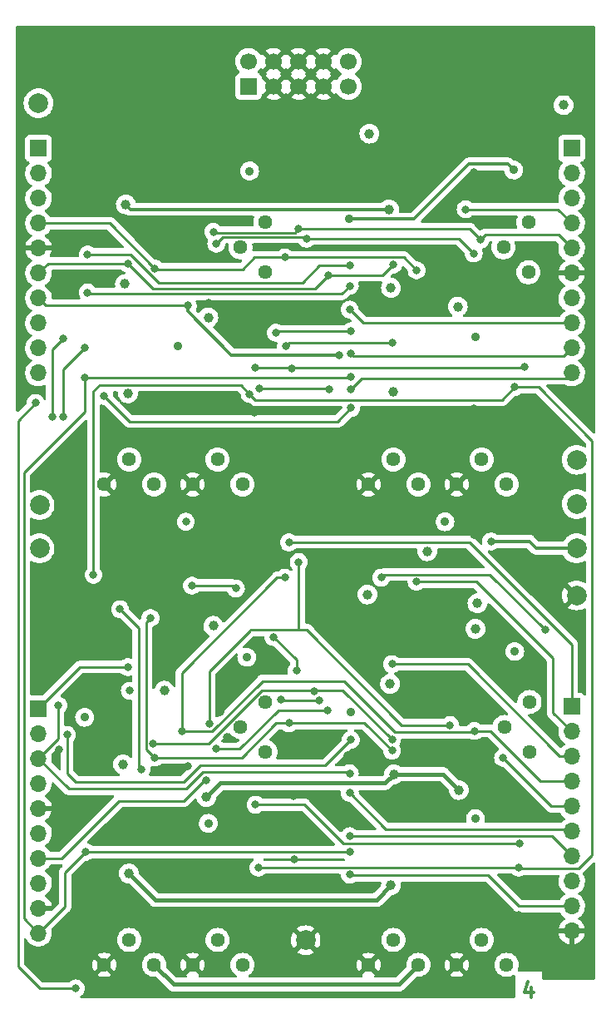
<source format=gbr>
%TF.GenerationSoftware,KiCad,Pcbnew,(6.0.11)*%
%TF.CreationDate,2023-04-16T18:13:22+01:00*%
%TF.ProjectId,Quadraphone,51756164-7261-4706-986f-6e652e6b6963,rev?*%
%TF.SameCoordinates,Original*%
%TF.FileFunction,Copper,L4,Bot*%
%TF.FilePolarity,Positive*%
%FSLAX46Y46*%
G04 Gerber Fmt 4.6, Leading zero omitted, Abs format (unit mm)*
G04 Created by KiCad (PCBNEW (6.0.11)) date 2023-04-16 18:13:22*
%MOMM*%
%LPD*%
G01*
G04 APERTURE LIST*
%ADD10C,0.300000*%
%TA.AperFunction,NonConductor*%
%ADD11C,0.300000*%
%TD*%
%TA.AperFunction,ComponentPad*%
%ADD12C,2.000000*%
%TD*%
%TA.AperFunction,ComponentPad*%
%ADD13C,1.440000*%
%TD*%
%TA.AperFunction,ComponentPad*%
%ADD14R,1.700000X1.700000*%
%TD*%
%TA.AperFunction,ComponentPad*%
%ADD15C,1.700000*%
%TD*%
%TA.AperFunction,ComponentPad*%
%ADD16O,1.700000X1.700000*%
%TD*%
%TA.AperFunction,ViaPad*%
%ADD17C,0.800000*%
%TD*%
%TA.AperFunction,ViaPad*%
%ADD18C,0.900000*%
%TD*%
%TA.AperFunction,ViaPad*%
%ADD19C,1.000000*%
%TD*%
%TA.AperFunction,Conductor*%
%ADD20C,0.300000*%
%TD*%
%TA.AperFunction,Conductor*%
%ADD21C,0.400000*%
%TD*%
%TA.AperFunction,Conductor*%
%ADD22C,0.250000*%
%TD*%
G04 APERTURE END LIST*
D10*
%TO.C,FID1*%
D11*
X102985714Y-148378571D02*
X102985714Y-149378571D01*
X102628571Y-147807142D02*
X102271428Y-148878571D01*
X103200000Y-148878571D01*
%TD*%
D12*
%TO.P,TP6,1,1*%
%TO.N,-5V*%
X52800000Y-58400000D03*
%TD*%
D13*
%TO.P,HF_Track_Trim3,1,1*%
%TO.N,GND*%
X68500000Y-146100000D03*
%TO.P,HF_Track_Trim3,2,2*%
%TO.N,Net-(HF_Track_Trim3-Pad2)*%
X71040000Y-143560000D03*
%TO.P,HF_Track_Trim3,3,3*%
%TO.N,/OSCVoice3/HF_Track*%
X73580000Y-146100000D03*
%TD*%
%TO.P,HF_Track_Trim1,1,1*%
%TO.N,GND*%
X68500000Y-97200000D03*
%TO.P,HF_Track_Trim1,2,2*%
%TO.N,Net-(HF_Track_Trim1-Pad2)*%
X71040000Y-94660000D03*
%TO.P,HF_Track_Trim1,3,3*%
%TO.N,/OSCVoice1/HF_Track*%
X73580000Y-97200000D03*
%TD*%
%TO.P,Base_Freq_Trim4,1,1*%
%TO.N,GND*%
X86400000Y-146100000D03*
%TO.P,Base_Freq_Trim4,2,2*%
%TO.N,Net-(Base_Freq_Trim4-Pad2)*%
X88940000Y-143560000D03*
%TO.P,Base_Freq_Trim4,3,3*%
%TO.N,+5V*%
X91480000Y-146100000D03*
%TD*%
%TO.P,Expo_Trim2,1*%
%TO.N,Net-(Expo_Trim2-Pad1)*%
X102700000Y-75600000D03*
%TO.P,Expo_Trim2,2*%
%TO.N,+2V5*%
X100160000Y-73060000D03*
%TO.P,Expo_Trim2,3*%
%TO.N,N/C*%
X102700000Y-70520000D03*
%TD*%
D12*
%TO.P,TP7,1,1*%
%TO.N,-12V*%
X52900000Y-103700000D03*
%TD*%
D13*
%TO.P,Base_Freq_Trim1,1,1*%
%TO.N,GND*%
X59500000Y-97200000D03*
%TO.P,Base_Freq_Trim1,2,2*%
%TO.N,Net-(Base_Freq_Trim1-Pad2)*%
X62040000Y-94660000D03*
%TO.P,Base_Freq_Trim1,3,3*%
%TO.N,+5V*%
X64580000Y-97200000D03*
%TD*%
%TO.P,Expo_Trim3,1*%
%TO.N,Net-(Expo_Trim3-Pad1)*%
X75900000Y-124425000D03*
%TO.P,Expo_Trim3,2*%
%TO.N,+2V5*%
X73360000Y-121885000D03*
%TO.P,Expo_Trim3,3*%
%TO.N,N/C*%
X75900000Y-119345000D03*
%TD*%
D12*
%TO.P,TP5,1,1*%
%TO.N,GND*%
X107600000Y-108500000D03*
%TD*%
D13*
%TO.P,Expo_Trim4,1*%
%TO.N,Net-(Expo_Trim4-Pad1)*%
X102800000Y-124425000D03*
%TO.P,Expo_Trim4,2*%
%TO.N,+2V5*%
X100260000Y-121885000D03*
%TO.P,Expo_Trim4,3*%
%TO.N,N/C*%
X102800000Y-119345000D03*
%TD*%
D12*
%TO.P,TP8,1,1*%
%TO.N,/2.5V_Test*%
X107600000Y-103700000D03*
%TD*%
%TO.P,TP2,1,1*%
%TO.N,+5V*%
X107600000Y-94700000D03*
%TD*%
%TO.P,TP4,1,1*%
%TO.N,GND*%
X80000000Y-143600000D03*
%TD*%
D13*
%TO.P,Base_Freq_Trim2,1,1*%
%TO.N,GND*%
X86400000Y-97200000D03*
%TO.P,Base_Freq_Trim2,2,2*%
%TO.N,Net-(Base_Freq_Trim2-Pad2)*%
X88940000Y-94660000D03*
%TO.P,Base_Freq_Trim2,3,3*%
%TO.N,+5V*%
X91480000Y-97200000D03*
%TD*%
%TO.P,Expo_Trim1,1*%
%TO.N,Net-(Expo_Trim1-Pad1)*%
X75900000Y-75600000D03*
%TO.P,Expo_Trim1,2*%
%TO.N,+2V5*%
X73360000Y-73060000D03*
%TO.P,Expo_Trim1,3*%
%TO.N,N/C*%
X75900000Y-70520000D03*
%TD*%
%TO.P,Base_Freq_Trim3,1,1*%
%TO.N,GND*%
X59500000Y-146100000D03*
%TO.P,Base_Freq_Trim3,2,2*%
%TO.N,Net-(Base_Freq_Trim3-Pad2)*%
X62040000Y-143560000D03*
%TO.P,Base_Freq_Trim3,3,3*%
%TO.N,+5V*%
X64580000Y-146100000D03*
%TD*%
D12*
%TO.P,TP3,1,1*%
%TO.N,+2V5*%
X107600000Y-99200000D03*
%TD*%
D13*
%TO.P,HF_Track_Trim2,1,1*%
%TO.N,GND*%
X95400000Y-97200000D03*
%TO.P,HF_Track_Trim2,2,2*%
%TO.N,Net-(HF_Track_Trim2-Pad2)*%
X97940000Y-94660000D03*
%TO.P,HF_Track_Trim2,3,3*%
%TO.N,/OSCVoice2/HF_Track*%
X100480000Y-97200000D03*
%TD*%
%TO.P,HF_Track_Trim4,1,1*%
%TO.N,GND*%
X95400000Y-146100000D03*
%TO.P,HF_Track_Trim4,2,2*%
%TO.N,Net-(HF_Track_Trim4-Pad2)*%
X97940000Y-143560000D03*
%TO.P,HF_Track_Trim4,3,3*%
%TO.N,/OSCVoice4/HF_Track*%
X100480000Y-146100000D03*
%TD*%
D14*
%TO.P,J5,1,Pin_1*%
%TO.N,/-12V_IN*%
X74200000Y-56700000D03*
D15*
%TO.P,J5,2,Pin_2*%
X74200000Y-54160000D03*
%TO.P,J5,3,Pin_3*%
%TO.N,GND*%
X76740000Y-56700000D03*
%TO.P,J5,4,Pin_4*%
X76740000Y-54160000D03*
%TO.P,J5,5,Pin_5*%
X79280000Y-56700000D03*
%TO.P,J5,6,Pin_6*%
X79280000Y-54160000D03*
%TO.P,J5,7,Pin_7*%
X81820000Y-56700000D03*
%TO.P,J5,8,Pin_8*%
X81820000Y-54160000D03*
%TO.P,J5,9,Pin_9*%
%TO.N,/+12V_IN*%
X84360000Y-56700000D03*
%TO.P,J5,10,Pin_10*%
X84360000Y-54160000D03*
%TD*%
D12*
%TO.P,TP1,1,1*%
%TO.N,+12V*%
X52900000Y-99300000D03*
%TD*%
D14*
%TO.P,J4,1,Pin_1*%
%TO.N,/LIN_FREQ_IN*%
X107100000Y-119800000D03*
D16*
%TO.P,J4,2,Pin_2*%
%TO.N,/SOFT_SYNCH_SW*%
X107100000Y-122340000D03*
%TO.P,J4,3,Pin_3*%
%TO.N,/MIX_OUT4*%
X107100000Y-124880000D03*
%TO.P,J4,4,Pin_4*%
%TO.N,/TRIANGLE_SW*%
X107100000Y-127420000D03*
%TO.P,J4,5,Pin_5*%
%TO.N,/SYNCH_SIGNAL4*%
X107100000Y-129960000D03*
%TO.P,J4,6,Pin_6*%
%TO.N,/PWM_CV4*%
X107100000Y-132500000D03*
%TO.P,J4,7,Pin_7*%
%TO.N,/V_PER_OCT4*%
X107100000Y-135040000D03*
%TO.P,J4,8,Pin_8*%
%TO.N,/OCT_TUNE*%
X107100000Y-137580000D03*
%TO.P,J4,9,Pin_9*%
%TO.N,/FREQ_MOD4*%
X107100000Y-140120000D03*
%TO.P,J4,10,Pin_10*%
%TO.N,GND*%
X107100000Y-142660000D03*
%TD*%
D14*
%TO.P,J3,1,Pin_1*%
%TO.N,/MIX_OUT3*%
X52800000Y-120000000D03*
D16*
%TO.P,J3,2,Pin_2*%
%TO.N,/PWM_CV*%
X52800000Y-122540000D03*
%TO.P,J3,3,Pin_3*%
%TO.N,/PWM_POT*%
X52800000Y-125080000D03*
%TO.P,J3,4,Pin_4*%
%TO.N,/PWM_CV3*%
X52800000Y-127620000D03*
%TO.P,J3,5,Pin_5*%
%TO.N,GND*%
X52800000Y-130160000D03*
%TO.P,J3,6,Pin_6*%
%TO.N,/V_PER_OCT3*%
X52800000Y-132700000D03*
%TO.P,J3,7,Pin_7*%
%TO.N,/SYNCH_SIGNAL3*%
X52800000Y-135240000D03*
%TO.P,J3,8,Pin_8*%
%TO.N,/FREQ_MOD3*%
X52800000Y-137780000D03*
%TO.P,J3,9,Pin_9*%
%TO.N,GND*%
X52800000Y-140320000D03*
%TO.P,J3,10,Pin_10*%
%TO.N,/FINE_TUNE*%
X52800000Y-142860000D03*
%TD*%
D14*
%TO.P,J2,1,Pin_1*%
%TO.N,+12V*%
X107100000Y-63000000D03*
D16*
%TO.P,J2,2,Pin_2*%
%TO.N,+5V*%
X107100000Y-65540000D03*
%TO.P,J2,3,Pin_3*%
%TO.N,+2V5*%
X107100000Y-68080000D03*
%TO.P,J2,4,Pin_4*%
%TO.N,/MIX_OUT2*%
X107100000Y-70620000D03*
%TO.P,J2,5,Pin_5*%
%TO.N,/PULSE_SW*%
X107100000Y-73160000D03*
%TO.P,J2,6,Pin_6*%
%TO.N,GND*%
X107100000Y-75700000D03*
%TO.P,J2,7,Pin_7*%
%TO.N,/SYNCH_SIGNAL2*%
X107100000Y-78240000D03*
%TO.P,J2,8,Pin_8*%
%TO.N,/PWM_CV2*%
X107100000Y-80780000D03*
%TO.P,J2,9,Pin_9*%
%TO.N,/V_PER_OCT2*%
X107100000Y-83320000D03*
%TO.P,J2,10,Pin_10*%
%TO.N,/FREQ_MOD2*%
X107100000Y-85860000D03*
%TD*%
D14*
%TO.P,J1,1,Pin_1*%
%TO.N,-5V*%
X52800000Y-63000000D03*
D16*
%TO.P,J1,2,Pin_2*%
%TO.N,-12V*%
X52800000Y-65540000D03*
%TO.P,J1,3,Pin_3*%
%TO.N,/MIX_OUT1*%
X52800000Y-68080000D03*
%TO.P,J1,4,Pin_4*%
%TO.N,/HARD_SYNCH_SW*%
X52800000Y-70620000D03*
%TO.P,J1,5,Pin_5*%
%TO.N,GND*%
X52800000Y-73160000D03*
%TO.P,J1,6,Pin_6*%
%TO.N,/SAW_SW*%
X52800000Y-75700000D03*
%TO.P,J1,7,Pin_7*%
%TO.N,/SYNCH_SIGNAL1*%
X52800000Y-78240000D03*
%TO.P,J1,8,Pin_8*%
%TO.N,/PWM_CV1*%
X52800000Y-80780000D03*
%TO.P,J1,9,Pin_9*%
%TO.N,/V_PER_OCT1*%
X52800000Y-83320000D03*
%TO.P,J1,10,Pin_10*%
%TO.N,/FREQ_MOD1*%
X52800000Y-85860000D03*
%TD*%
D17*
%TO.N,GND*%
X94900000Y-126000000D03*
X51100000Y-56000000D03*
X72000000Y-122900000D03*
X59300000Y-56600000D03*
X68000000Y-125900000D03*
X95100000Y-52900000D03*
X101200000Y-106000000D03*
X92000000Y-113400000D03*
X97100000Y-65400000D03*
X94000000Y-73200000D03*
X80700000Y-124800000D03*
X83700000Y-112600000D03*
X75200000Y-66800000D03*
X75800000Y-115900000D03*
X67400000Y-72100000D03*
X74800000Y-89900000D03*
X57500000Y-57500000D03*
X84300000Y-124800000D03*
X65400000Y-64100000D03*
X101200000Y-112800000D03*
X103600000Y-52200000D03*
X66000000Y-99800000D03*
X74100000Y-106700000D03*
X97000000Y-114300000D03*
X78840145Y-135375500D03*
X97000000Y-138200000D03*
X54800000Y-69600000D03*
X70200000Y-89700000D03*
X98300000Y-121000000D03*
X65100000Y-113000000D03*
X54900000Y-124200000D03*
X75100000Y-137800000D03*
X92420023Y-64220023D03*
X97100000Y-89500000D03*
X97100000Y-102300000D03*
X78800000Y-128900000D03*
X57500000Y-117700000D03*
X70200000Y-65400000D03*
X93400000Y-51000000D03*
X97300000Y-77700000D03*
X61100000Y-58700000D03*
X70100000Y-78700000D03*
X70100000Y-138100000D03*
X100300000Y-61800000D03*
X91700000Y-52900000D03*
X101212299Y-88912299D03*
X90200000Y-118300000D03*
X93100000Y-108700000D03*
X108000000Y-52900000D03*
X102600000Y-64300000D03*
X63700000Y-106800000D03*
X57500000Y-75900000D03*
X101600000Y-137800000D03*
X71300000Y-120400000D03*
X103000000Y-105800000D03*
X74900000Y-63700000D03*
X101700000Y-141000000D03*
X72900000Y-109400000D03*
D18*
%TO.N,+2V5*%
X67000000Y-83100000D03*
X94200000Y-101000000D03*
X70100000Y-131700000D03*
X97300000Y-131200000D03*
D17*
X67800000Y-101000000D03*
D18*
X97287500Y-82187500D03*
D19*
%TO.N,+12V*%
X65600000Y-118200000D03*
X88500000Y-69200000D03*
X61700000Y-68700000D03*
D17*
X62100000Y-118200000D03*
D19*
X88600000Y-117500000D03*
%TO.N,+5V*%
X61600000Y-76800000D03*
X86300000Y-108400000D03*
X70100000Y-80200000D03*
X69891477Y-129013471D03*
X97512500Y-109300000D03*
X89000000Y-126700000D03*
X95500000Y-79100000D03*
X95600000Y-128300000D03*
X88700000Y-77200000D03*
X106268750Y-58600000D03*
X92400000Y-104000000D03*
X61400000Y-125700000D03*
D17*
%TO.N,/Start_Pulse*%
X74300000Y-88000000D03*
X101299999Y-87299998D03*
X101700000Y-136200000D03*
X58400000Y-106400000D03*
X75200000Y-136200000D03*
D19*
%TO.N,-12V*%
X61900000Y-87924500D03*
X97300000Y-111900000D03*
X62000000Y-136800000D03*
X70600000Y-111600000D03*
X88900000Y-87775500D03*
X86500000Y-61500000D03*
X88700000Y-138000000D03*
D17*
%TO.N,/LIN_FREQ_IN*%
X78300000Y-103100000D03*
%TO.N,/Linear_Frequency*%
X74900000Y-85300000D03*
X78575500Y-85367398D03*
X101800000Y-133724500D03*
X74900000Y-129800000D03*
X102300000Y-85200000D03*
%TO.N,/OSCVoice1/PWM_Control*%
X55300000Y-90300000D03*
X57500000Y-83300000D03*
%TO.N,/OSCVoice2/PWM_Control*%
X78000000Y-83100000D03*
X88800000Y-82800000D03*
D18*
%TO.N,-5V*%
X84400000Y-70200000D03*
X74300000Y-65300000D03*
X74010756Y-114789244D03*
X101300000Y-114200000D03*
X101200000Y-65200000D03*
X57499312Y-120899312D03*
X84600000Y-120400000D03*
D17*
%TO.N,/OSCVoice4/PWM_Control*%
X76700000Y-112724500D03*
X79075500Y-116179791D03*
%TO.N,/OSCVoice3/PWM_Control*%
X61100000Y-109900000D03*
X63300000Y-126200000D03*
%TO.N,/HARD_SYNCH_SW*%
X88800000Y-124300000D03*
X91300000Y-75400000D03*
X78300000Y-121500000D03*
X64652451Y-75227852D03*
X77900000Y-74100000D03*
X64200000Y-110800000D03*
X64600000Y-125000000D03*
%TO.N,/SOFT_SYNCH_SW*%
X91300000Y-107100000D03*
%TO.N,/PULSE_SW*%
X79300000Y-71200000D03*
X94700000Y-121700000D03*
X70600000Y-71500000D03*
X70185350Y-121575500D03*
X97800000Y-72300000D03*
X79300000Y-105098062D03*
%TO.N,/TRIANGLE_SW*%
X97200000Y-122300000D03*
X67400000Y-122300000D03*
X77900000Y-106700000D03*
X97125652Y-73687174D03*
X70900000Y-72700000D03*
X80100000Y-72200000D03*
%TO.N,/SAW_SW*%
X61900000Y-74700000D03*
X88800000Y-123200000D03*
X88921767Y-74824500D03*
X80875500Y-118243082D03*
X82300000Y-75900000D03*
X64481868Y-123614805D03*
%TO.N,/PWM_POT*%
X57800000Y-77675500D03*
X84500000Y-126600000D03*
X54800000Y-119700000D03*
X84500000Y-77000000D03*
%TO.N,/FINE_TUNE*%
X57500000Y-86300000D03*
X57600000Y-134600000D03*
X84600000Y-86242898D03*
X84500000Y-134600000D03*
%TO.N,/OCT_TUNE*%
X84643082Y-89424500D03*
X59500000Y-88200000D03*
X56600000Y-148500000D03*
X52500000Y-88900000D03*
%TO.N,/SYNCH_SIGNAL3*%
X69900000Y-127300000D03*
X82200000Y-120200000D03*
X70900000Y-124100000D03*
%TO.N,/MIX_OUT3*%
X61900000Y-115800000D03*
%TO.N,/SYNCH_SIGNAL4*%
X100108761Y-125021904D03*
%TO.N,/V_PER_OCT4*%
X84500000Y-133000000D03*
%TO.N,/FREQ_MOD4*%
X84497515Y-136924500D03*
%TO.N,/PWM_CV4*%
X84500000Y-128600000D03*
%TO.N,/MIX_OUT4*%
X88800000Y-115500000D03*
%TO.N,/SYNCH_SIGNAL1*%
X83437500Y-84037500D03*
X68000000Y-79000000D03*
%TO.N,/SYNCH_SIGNAL2*%
X87700000Y-106700000D03*
X104400000Y-112000000D03*
%TO.N,/V_PER_OCT2*%
X84600000Y-83918398D03*
%TO.N,/FREQ_MOD2*%
X84600000Y-87500000D03*
%TO.N,/PWM_CV2*%
X84500000Y-79400000D03*
%TO.N,/MIX_OUT2*%
X96300000Y-69200000D03*
%TO.N,/PWM_CV*%
X84524500Y-74900000D03*
X55700000Y-122700000D03*
X57800000Y-73800000D03*
X84600000Y-123200000D03*
%TO.N,/OSCVoice1/Soft_Synch*%
X82374001Y-87500000D03*
X75300000Y-87400000D03*
%TO.N,/OSCVoice3/Soft_Synch*%
X77500000Y-119100000D03*
X81400000Y-119200000D03*
%TO.N,/OSCVoice1/PWM_Opamp_Mix*%
X54200000Y-90300000D03*
X55300000Y-82400000D03*
%TO.N,/OSCVoice2/PWM_Opamp_Mix*%
X76963756Y-81763756D03*
X84600000Y-81600000D03*
%TO.N,/OSCVoice4/PWM_Opamp_Mix*%
X68424500Y-107500000D03*
X72900000Y-107800000D03*
%TO.N,/2.5V_Test*%
X98900000Y-103000000D03*
%TD*%
D20*
%TO.N,+12V*%
X88500000Y-69200000D02*
X62200000Y-69200000D01*
X62200000Y-69200000D02*
X61700000Y-68700000D01*
D21*
%TO.N,+5V*%
X91480000Y-146100000D02*
X89480000Y-148100000D01*
X66580000Y-148100000D02*
X64580000Y-146100000D01*
X94000000Y-126700000D02*
X89000000Y-126700000D01*
X88100000Y-127600000D02*
X71304948Y-127600000D01*
X71304948Y-127600000D02*
X69891477Y-129013471D01*
X89000000Y-126700000D02*
X88100000Y-127600000D01*
X95600000Y-128300000D02*
X94000000Y-126700000D01*
X66580000Y-148100000D02*
X89480000Y-148100000D01*
D22*
%TO.N,/Start_Pulse*%
X101700000Y-136200000D02*
X101800000Y-136300000D01*
X59000500Y-87099500D02*
X58400000Y-87700000D01*
X99999997Y-88600000D02*
X101299999Y-87299998D01*
X101700000Y-136200000D02*
X75200000Y-136200000D01*
X109200000Y-92800000D02*
X103699998Y-87299998D01*
X101800000Y-136300000D02*
X107800000Y-136300000D01*
X74300000Y-88000000D02*
X73399500Y-87099500D01*
X103699998Y-87299998D02*
X101299999Y-87299998D01*
X109200000Y-134900000D02*
X109200000Y-92800000D01*
X74900000Y-88600000D02*
X99999997Y-88600000D01*
X74300000Y-88000000D02*
X74900000Y-88600000D01*
X73399500Y-87099500D02*
X59000500Y-87099500D01*
X107800000Y-136300000D02*
X109200000Y-134900000D01*
X58400000Y-87700000D02*
X58400000Y-106400000D01*
D21*
%TO.N,-12V*%
X87200000Y-139500000D02*
X88700000Y-138000000D01*
X62000000Y-136800000D02*
X64700000Y-139500000D01*
X64700000Y-139500000D02*
X87200000Y-139500000D01*
D22*
%TO.N,/LIN_FREQ_IN*%
X96700000Y-103100000D02*
X78300000Y-103100000D01*
X107100000Y-113500000D02*
X96700000Y-103100000D01*
X107100000Y-119800000D02*
X107100000Y-113500000D01*
%TO.N,/Linear_Frequency*%
X78508102Y-85300000D02*
X78575500Y-85367398D01*
X83850499Y-133750499D02*
X101774001Y-133750499D01*
X74900000Y-129800000D02*
X79900000Y-129800000D01*
X101774001Y-133750499D02*
X101800000Y-133724500D01*
X79900000Y-129800000D02*
X83850499Y-133750499D01*
X102100000Y-85300000D02*
X102200000Y-85200000D01*
X78775500Y-85300000D02*
X102100000Y-85300000D01*
X74900000Y-85300000D02*
X78508102Y-85300000D01*
%TO.N,/OSCVoice1/PWM_Control*%
X57500000Y-83300000D02*
X55300000Y-85500000D01*
X55300000Y-85500000D02*
X55300000Y-90300000D01*
%TO.N,/OSCVoice2/PWM_Control*%
X78300000Y-82800000D02*
X78000000Y-83100000D01*
X88800000Y-82800000D02*
X78300000Y-82800000D01*
D20*
%TO.N,-5V*%
X100600000Y-64600000D02*
X101200000Y-65200000D01*
X96600000Y-64600000D02*
X100600000Y-64600000D01*
X84400000Y-70200000D02*
X91000000Y-70200000D01*
X91000000Y-70200000D02*
X96600000Y-64600000D01*
D22*
%TO.N,/OSCVoice4/PWM_Control*%
X76724500Y-112724500D02*
X76700000Y-112724500D01*
X79075500Y-115075500D02*
X76724500Y-112724500D01*
X79075500Y-116179791D02*
X79075500Y-115075500D01*
%TO.N,/OSCVoice3/PWM_Control*%
X61100000Y-109900000D02*
X63000000Y-111800000D01*
X63000000Y-111800000D02*
X63000000Y-125900000D01*
X63000000Y-125900000D02*
X63300000Y-126200000D01*
%TO.N,/HARD_SYNCH_SW*%
X77000000Y-121500000D02*
X73500000Y-125000000D01*
X88800000Y-124300000D02*
X86000000Y-121500000D01*
X63757368Y-111242632D02*
X63757368Y-124157368D01*
X74800000Y-74100000D02*
X77900000Y-74100000D01*
X74800000Y-74100000D02*
X73600000Y-75300000D01*
X64724599Y-75300000D02*
X64652451Y-75227852D01*
X52820000Y-70600000D02*
X52800000Y-70620000D01*
X78100000Y-74100000D02*
X90000000Y-74100000D01*
X73500000Y-125000000D02*
X64600000Y-125000000D01*
X91300000Y-75400000D02*
X90000000Y-74100000D01*
X60024599Y-70600000D02*
X52820000Y-70600000D01*
X64652451Y-75227852D02*
X60024599Y-70600000D01*
X63757368Y-124157368D02*
X64600000Y-125000000D01*
X78500000Y-121500000D02*
X86000000Y-121500000D01*
X78300000Y-121500000D02*
X77000000Y-121500000D01*
X64200000Y-110800000D02*
X63757368Y-111242632D01*
X73600000Y-75300000D02*
X64724599Y-75300000D01*
%TO.N,/SOFT_SYNCH_SW*%
X97387291Y-107087291D02*
X91312709Y-107087291D01*
X107100000Y-122340000D02*
X105200000Y-120440000D01*
X105200000Y-114900000D02*
X97387291Y-107087291D01*
X91312709Y-107087291D02*
X91300000Y-107100000D01*
X105200000Y-120440000D02*
X105200000Y-114900000D01*
%TO.N,/PULSE_SW*%
X74400000Y-112000000D02*
X74350000Y-112050000D01*
X96700000Y-71200000D02*
X79300000Y-71200000D01*
X70600000Y-71500000D02*
X70665499Y-71565499D01*
X79400000Y-112000000D02*
X80100000Y-112000000D01*
X79400000Y-112000000D02*
X79300000Y-111900000D01*
X98300000Y-71800000D02*
X105740000Y-71800000D01*
X78934501Y-71565499D02*
X79300000Y-71200000D01*
X70185350Y-116214650D02*
X74350000Y-112050000D01*
X70185350Y-121575500D02*
X70185350Y-116214650D01*
X80100000Y-112000000D02*
X89800000Y-121700000D01*
X79300000Y-111900000D02*
X79300000Y-105098062D01*
X89800000Y-121700000D02*
X94700000Y-121700000D01*
X97800000Y-72300000D02*
X96700000Y-71200000D01*
X97800000Y-72300000D02*
X98300000Y-71800000D01*
X70665499Y-71565499D02*
X78934501Y-71565499D01*
X105740000Y-71800000D02*
X107100000Y-73160000D01*
X74400000Y-112000000D02*
X79400000Y-112000000D01*
%TO.N,/TRIANGLE_SW*%
X107100000Y-127420000D02*
X103920000Y-127420000D01*
X75600000Y-117200000D02*
X70500000Y-122300000D01*
X103920000Y-127420000D02*
X98800000Y-122300000D01*
X83900000Y-117200000D02*
X75600000Y-117200000D01*
X77100000Y-106700000D02*
X67400000Y-116400000D01*
X70500000Y-122300000D02*
X67400000Y-122300000D01*
X95638478Y-72200000D02*
X80400000Y-72200000D01*
X67400000Y-116400000D02*
X67400000Y-122300000D01*
X80100000Y-72200000D02*
X79915000Y-72015000D01*
X97125652Y-73687174D02*
X95638478Y-72200000D01*
X97200000Y-122300000D02*
X97075500Y-122424500D01*
X79915000Y-72015000D02*
X71585000Y-72015000D01*
X89124500Y-122424500D02*
X83900000Y-117200000D01*
X97075500Y-122424500D02*
X89124500Y-122424500D01*
X71585000Y-72015000D02*
X70900000Y-72700000D01*
X98800000Y-122300000D02*
X97200000Y-122300000D01*
X77900000Y-106700000D02*
X77100000Y-106700000D01*
%TO.N,/SAW_SW*%
X64445000Y-77245000D02*
X80955000Y-77245000D01*
X75550000Y-118200000D02*
X70150000Y-123600000D01*
X80955000Y-77245000D02*
X82300000Y-75900000D01*
X64496673Y-123600000D02*
X64481868Y-123614805D01*
X61900000Y-74700000D02*
X53800000Y-74700000D01*
X53800000Y-74700000D02*
X52800000Y-75700000D01*
X83800000Y-118200000D02*
X75550000Y-118200000D01*
X88921767Y-74824500D02*
X87846267Y-75900000D01*
X61900000Y-74700000D02*
X64445000Y-77245000D01*
X70150000Y-123600000D02*
X64496673Y-123600000D01*
X88800000Y-123200000D02*
X83800000Y-118200000D01*
X87846267Y-75900000D02*
X82300000Y-75900000D01*
%TO.N,/PWM_POT*%
X69500000Y-126500000D02*
X84400000Y-126500000D01*
X57924500Y-77800000D02*
X57800000Y-77675500D01*
X84500000Y-77000000D02*
X83700000Y-77800000D01*
X52800000Y-125080000D02*
X54800000Y-123080000D01*
X52800000Y-125080000D02*
X55920000Y-128200000D01*
X54800000Y-123080000D02*
X54800000Y-119700000D01*
X67800000Y-128200000D02*
X69500000Y-126500000D01*
X84400000Y-126500000D02*
X84500000Y-126600000D01*
X83700000Y-77800000D02*
X57924500Y-77800000D01*
X55920000Y-128200000D02*
X67800000Y-128200000D01*
%TO.N,/FINE_TUNE*%
X51300000Y-141360000D02*
X51300000Y-96000000D01*
X57600000Y-134600000D02*
X55500000Y-136700000D01*
X55500000Y-140160000D02*
X52800000Y-142860000D01*
X55500000Y-136700000D02*
X55500000Y-140160000D01*
X57500000Y-89800000D02*
X57500000Y-86300000D01*
X57600000Y-134600000D02*
X84500000Y-134600000D01*
X52800000Y-142860000D02*
X51300000Y-141360000D01*
X84542898Y-86300000D02*
X84600000Y-86242898D01*
X57500000Y-86300000D02*
X84542898Y-86300000D01*
X51300000Y-96000000D02*
X57500000Y-89800000D01*
%TO.N,/OCT_TUNE*%
X52900000Y-148500000D02*
X56600000Y-148500000D01*
X62100000Y-90800000D02*
X83267582Y-90800000D01*
X50700000Y-146300000D02*
X52900000Y-148500000D01*
X83267582Y-90800000D02*
X84643082Y-89424500D01*
X50700000Y-90700000D02*
X50700000Y-146300000D01*
X59500000Y-88200000D02*
X62100000Y-90800000D01*
X50700000Y-90700000D02*
X52500000Y-88900000D01*
%TO.N,/SYNCH_SIGNAL3*%
X52800000Y-135240000D02*
X55160000Y-135240000D01*
X67600000Y-129400000D02*
X69700000Y-127300000D01*
X69700000Y-127300000D02*
X69900000Y-127300000D01*
X55160000Y-135240000D02*
X61000000Y-129400000D01*
X73300000Y-124100000D02*
X70900000Y-124100000D01*
X77200000Y-120200000D02*
X73300000Y-124100000D01*
X61000000Y-129400000D02*
X67600000Y-129400000D01*
X82200000Y-120200000D02*
X77200000Y-120200000D01*
%TO.N,/MIX_OUT3*%
X52800000Y-120000000D02*
X57000000Y-115800000D01*
X57000000Y-115800000D02*
X61900000Y-115800000D01*
%TO.N,/SYNCH_SIGNAL4*%
X107100000Y-129960000D02*
X105046857Y-129960000D01*
X105046857Y-129960000D02*
X100108761Y-125021904D01*
%TO.N,/V_PER_OCT4*%
X107100000Y-135040000D02*
X105060000Y-133000000D01*
X105060000Y-133000000D02*
X84500000Y-133000000D01*
%TO.N,/FREQ_MOD4*%
X84573015Y-137000000D02*
X84497515Y-136924500D01*
X101720000Y-140120000D02*
X98600000Y-137000000D01*
X98600000Y-137000000D02*
X84573015Y-137000000D01*
X107100000Y-140120000D02*
X101720000Y-140120000D01*
%TO.N,/PWM_CV4*%
X106900000Y-132300000D02*
X88200000Y-132300000D01*
X107100000Y-132500000D02*
X106900000Y-132300000D01*
X88200000Y-132300000D02*
X84500000Y-128600000D01*
%TO.N,/MIX_OUT4*%
X107100000Y-124880000D02*
X105897919Y-124880000D01*
X96517919Y-115500000D02*
X88800000Y-115500000D01*
X105897919Y-124880000D02*
X96517919Y-115500000D01*
D20*
%TO.N,/SYNCH_SIGNAL1*%
X68000000Y-79600000D02*
X72437500Y-84037500D01*
X68000000Y-79000000D02*
X68000000Y-79600000D01*
D22*
X53560000Y-79000000D02*
X68000000Y-79000000D01*
D20*
X72437500Y-84037500D02*
X83437500Y-84037500D01*
D22*
X52800000Y-78240000D02*
X53560000Y-79000000D01*
%TO.N,/SYNCH_SIGNAL2*%
X104400000Y-112000000D02*
X98775500Y-106375500D01*
X88024500Y-106375500D02*
X87700000Y-106700000D01*
X98775500Y-106375500D02*
X88024500Y-106375500D01*
%TO.N,/V_PER_OCT2*%
X106250000Y-84170000D02*
X84851602Y-84170000D01*
X107100000Y-83320000D02*
X106250000Y-84170000D01*
X84851602Y-84170000D02*
X84600000Y-83918398D01*
%TO.N,/FREQ_MOD2*%
X106560000Y-86400000D02*
X85700000Y-86400000D01*
X107100000Y-85860000D02*
X106560000Y-86400000D01*
X85700000Y-86400000D02*
X84600000Y-87500000D01*
%TO.N,/PWM_CV2*%
X85880000Y-80780000D02*
X84500000Y-79400000D01*
X107100000Y-80780000D02*
X85880000Y-80780000D01*
%TO.N,/MIX_OUT2*%
X105680000Y-69200000D02*
X107100000Y-70620000D01*
X96300000Y-69200000D02*
X105680000Y-69200000D01*
%TO.N,/PWM_CV*%
X81400000Y-74900000D02*
X79655000Y-76645000D01*
X67600000Y-127500000D02*
X56600000Y-127500000D01*
X84600000Y-123200000D02*
X82000000Y-125800000D01*
X82000000Y-125800000D02*
X69300000Y-125800000D01*
X79655000Y-76645000D02*
X65045000Y-76645000D01*
X84524500Y-74900000D02*
X81400000Y-74900000D01*
X69300000Y-125800000D02*
X67600000Y-127500000D01*
X56600000Y-127500000D02*
X55700000Y-126600000D01*
X62200000Y-73800000D02*
X57800000Y-73800000D01*
X55700000Y-126600000D02*
X55700000Y-122700000D01*
X65045000Y-76645000D02*
X62200000Y-73800000D01*
%TO.N,/OSCVoice1/Soft_Synch*%
X75300000Y-87400000D02*
X82274001Y-87400000D01*
X82274001Y-87400000D02*
X82374001Y-87500000D01*
%TO.N,/OSCVoice3/Soft_Synch*%
X77600000Y-119200000D02*
X77500000Y-119100000D01*
X81400000Y-119200000D02*
X77600000Y-119200000D01*
%TO.N,/OSCVoice1/PWM_Opamp_Mix*%
X54200000Y-83500000D02*
X55300000Y-82400000D01*
X54200000Y-90300000D02*
X54200000Y-83500000D01*
%TO.N,/OSCVoice2/PWM_Opamp_Mix*%
X77127512Y-81600000D02*
X76963756Y-81763756D01*
X84600000Y-81600000D02*
X77127512Y-81600000D01*
%TO.N,/OSCVoice4/PWM_Opamp_Mix*%
X68424500Y-107500000D02*
X72600000Y-107500000D01*
X72600000Y-107500000D02*
X72900000Y-107800000D01*
D20*
%TO.N,/2.5V_Test*%
X107600000Y-103700000D02*
X103500000Y-103700000D01*
X103500000Y-103700000D02*
X102800000Y-103000000D01*
X102800000Y-103000000D02*
X98900000Y-103000000D01*
%TD*%
%TA.AperFunction,Conductor*%
%TO.N,GND*%
G36*
X74664974Y-135253502D02*
G01*
X74711467Y-135307158D01*
X74721571Y-135377432D01*
X74692077Y-135442012D01*
X74670914Y-135461436D01*
X74602174Y-135511379D01*
X74588747Y-135521134D01*
X74460960Y-135663056D01*
X74365473Y-135828444D01*
X74306458Y-136010072D01*
X74305768Y-136016633D01*
X74305768Y-136016635D01*
X74294154Y-136127137D01*
X74286496Y-136200000D01*
X74287186Y-136206565D01*
X74295264Y-136283419D01*
X74306458Y-136389928D01*
X74365473Y-136571556D01*
X74368776Y-136577278D01*
X74368777Y-136577279D01*
X74383724Y-136603167D01*
X74460960Y-136736944D01*
X74465378Y-136741851D01*
X74465379Y-136741852D01*
X74565909Y-136853502D01*
X74588747Y-136878866D01*
X74681800Y-136946473D01*
X74731984Y-136982934D01*
X74743248Y-136991118D01*
X74749276Y-136993802D01*
X74749278Y-136993803D01*
X74795976Y-137014594D01*
X74917712Y-137068794D01*
X75011113Y-137088647D01*
X75098056Y-137107128D01*
X75098061Y-137107128D01*
X75104513Y-137108500D01*
X75295487Y-137108500D01*
X75301939Y-137107128D01*
X75301944Y-137107128D01*
X75388887Y-137088647D01*
X75482288Y-137068794D01*
X75604024Y-137014594D01*
X75650722Y-136993803D01*
X75650724Y-136993802D01*
X75656752Y-136991118D01*
X75668017Y-136982934D01*
X75789671Y-136894546D01*
X75811253Y-136878866D01*
X75815668Y-136873963D01*
X75820580Y-136869540D01*
X75821705Y-136870789D01*
X75875014Y-136837949D01*
X75908200Y-136833500D01*
X83460995Y-136833500D01*
X83529116Y-136853502D01*
X83575609Y-136907158D01*
X83586305Y-136946329D01*
X83602772Y-137103002D01*
X83603973Y-137114428D01*
X83662988Y-137296056D01*
X83666291Y-137301778D01*
X83666292Y-137301779D01*
X83682416Y-137329707D01*
X83758475Y-137461444D01*
X83886262Y-137603366D01*
X84040763Y-137715618D01*
X84046791Y-137718302D01*
X84046793Y-137718303D01*
X84208882Y-137790469D01*
X84215227Y-137793294D01*
X84305019Y-137812380D01*
X84395571Y-137831628D01*
X84395576Y-137831628D01*
X84402028Y-137833000D01*
X84593002Y-137833000D01*
X84599454Y-137831628D01*
X84599459Y-137831628D01*
X84690011Y-137812380D01*
X84779803Y-137793294D01*
X84786148Y-137790469D01*
X84948237Y-137718303D01*
X84948239Y-137718302D01*
X84954267Y-137715618D01*
X85034171Y-137657564D01*
X85101038Y-137633706D01*
X85108232Y-137633500D01*
X87586900Y-137633500D01*
X87655021Y-137653502D01*
X87701514Y-137707158D01*
X87711618Y-137777432D01*
X87710450Y-137783995D01*
X87708765Y-137789306D01*
X87708078Y-137795427D01*
X87708078Y-137795429D01*
X87688421Y-137970679D01*
X87660950Y-138036146D01*
X87652301Y-138045729D01*
X86943435Y-138754595D01*
X86881123Y-138788621D01*
X86854340Y-138791500D01*
X65045661Y-138791500D01*
X64977540Y-138771498D01*
X64956566Y-138754595D01*
X63046522Y-136844552D01*
X63012497Y-136782240D01*
X63010218Y-136767753D01*
X63006683Y-136731702D01*
X62994080Y-136603167D01*
X62936916Y-136413831D01*
X62844066Y-136239204D01*
X62746268Y-136119292D01*
X62722960Y-136090713D01*
X62722957Y-136090710D01*
X62719065Y-136085938D01*
X62712441Y-136080458D01*
X62571425Y-135963799D01*
X62571421Y-135963797D01*
X62566675Y-135959870D01*
X62392701Y-135865802D01*
X62203768Y-135807318D01*
X62197643Y-135806674D01*
X62197642Y-135806674D01*
X62013204Y-135787289D01*
X62013202Y-135787289D01*
X62007075Y-135786645D01*
X61924576Y-135794153D01*
X61816251Y-135804011D01*
X61816248Y-135804012D01*
X61810112Y-135804570D01*
X61804206Y-135806308D01*
X61804202Y-135806309D01*
X61707639Y-135834729D01*
X61620381Y-135860410D01*
X61614923Y-135863263D01*
X61614919Y-135863265D01*
X61591130Y-135875702D01*
X61445110Y-135952040D01*
X61290975Y-136075968D01*
X61163846Y-136227474D01*
X61160879Y-136232872D01*
X61160875Y-136232877D01*
X61095873Y-136351117D01*
X61068567Y-136400787D01*
X61066706Y-136406654D01*
X61066705Y-136406656D01*
X61014449Y-136571389D01*
X61008765Y-136589306D01*
X60986719Y-136785851D01*
X60987235Y-136791995D01*
X61001138Y-136957564D01*
X61003268Y-136982934D01*
X61022096Y-137048595D01*
X61042774Y-137120706D01*
X61057783Y-137173050D01*
X61148187Y-137348956D01*
X61271035Y-137503953D01*
X61275728Y-137507947D01*
X61275729Y-137507948D01*
X61339854Y-137562522D01*
X61421650Y-137632136D01*
X61594294Y-137728624D01*
X61782392Y-137789740D01*
X61946432Y-137809301D01*
X61972253Y-137812380D01*
X62037526Y-137840308D01*
X62046429Y-137848399D01*
X64178550Y-139980520D01*
X64184404Y-139986785D01*
X64222439Y-140030385D01*
X64228657Y-140034755D01*
X64274697Y-140067112D01*
X64279993Y-140071045D01*
X64330282Y-140110477D01*
X64337204Y-140113602D01*
X64339452Y-140114964D01*
X64354185Y-140123368D01*
X64356524Y-140124622D01*
X64362739Y-140128990D01*
X64369815Y-140131749D01*
X64369819Y-140131751D01*
X64422274Y-140152202D01*
X64428352Y-140154757D01*
X64486574Y-140181045D01*
X64494045Y-140182429D01*
X64496599Y-140183230D01*
X64512878Y-140187867D01*
X64515433Y-140188523D01*
X64522509Y-140191282D01*
X64543262Y-140194014D01*
X64585851Y-140199621D01*
X64592367Y-140200653D01*
X64642033Y-140209858D01*
X64655187Y-140212296D01*
X64662767Y-140211859D01*
X64662768Y-140211859D01*
X64717398Y-140208709D01*
X64724651Y-140208500D01*
X87171088Y-140208500D01*
X87179658Y-140208792D01*
X87229776Y-140212209D01*
X87229780Y-140212209D01*
X87237352Y-140212725D01*
X87244829Y-140211420D01*
X87244830Y-140211420D01*
X87271308Y-140206799D01*
X87300303Y-140201738D01*
X87306821Y-140200777D01*
X87370242Y-140193102D01*
X87377343Y-140190419D01*
X87379952Y-140189778D01*
X87396262Y-140185315D01*
X87398798Y-140184550D01*
X87406284Y-140183243D01*
X87464800Y-140157556D01*
X87470904Y-140155065D01*
X87471717Y-140154758D01*
X87530656Y-140132487D01*
X87536919Y-140128183D01*
X87539285Y-140126946D01*
X87554097Y-140118701D01*
X87556351Y-140117368D01*
X87563305Y-140114315D01*
X87614002Y-140075413D01*
X87619332Y-140071541D01*
X87665720Y-140039661D01*
X87665725Y-140039656D01*
X87671981Y-140035357D01*
X87713436Y-139988829D01*
X87718416Y-139983554D01*
X88656691Y-139045279D01*
X88719003Y-139011253D01*
X88736115Y-139008746D01*
X88790929Y-139004528D01*
X88869830Y-138998457D01*
X88869834Y-138998456D01*
X88875972Y-138997984D01*
X89066463Y-138944798D01*
X89071967Y-138942018D01*
X89071969Y-138942017D01*
X89237495Y-138858404D01*
X89237497Y-138858403D01*
X89242996Y-138855625D01*
X89398847Y-138733861D01*
X89528078Y-138584145D01*
X89625769Y-138412179D01*
X89688197Y-138224513D01*
X89712985Y-138028295D01*
X89713380Y-138000000D01*
X89694080Y-137803167D01*
X89691893Y-137795923D01*
X89691887Y-137795192D01*
X89691102Y-137791226D01*
X89691856Y-137791077D01*
X89691348Y-137724930D01*
X89729273Y-137664911D01*
X89793626Y-137634924D01*
X89812513Y-137633500D01*
X98285406Y-137633500D01*
X98353527Y-137653502D01*
X98374501Y-137670405D01*
X101216343Y-140512247D01*
X101223887Y-140520537D01*
X101228000Y-140527018D01*
X101233777Y-140532443D01*
X101277667Y-140573658D01*
X101280509Y-140576413D01*
X101300230Y-140596134D01*
X101303425Y-140598612D01*
X101312447Y-140606318D01*
X101344679Y-140636586D01*
X101351628Y-140640406D01*
X101362432Y-140646346D01*
X101378956Y-140657199D01*
X101394959Y-140669613D01*
X101435543Y-140687176D01*
X101446173Y-140692383D01*
X101484940Y-140713695D01*
X101492617Y-140715666D01*
X101492622Y-140715668D01*
X101504558Y-140718732D01*
X101523266Y-140725137D01*
X101541855Y-140733181D01*
X101549683Y-140734421D01*
X101549690Y-140734423D01*
X101585524Y-140740099D01*
X101597144Y-140742505D01*
X101632289Y-140751528D01*
X101639970Y-140753500D01*
X101660224Y-140753500D01*
X101679934Y-140755051D01*
X101699943Y-140758220D01*
X101707835Y-140757474D01*
X101743961Y-140754059D01*
X101755819Y-140753500D01*
X105824274Y-140753500D01*
X105892395Y-140773502D01*
X105931707Y-140813665D01*
X105999987Y-140925088D01*
X106146250Y-141093938D01*
X106318126Y-141236632D01*
X106391955Y-141279774D01*
X106440679Y-141331412D01*
X106453750Y-141401195D01*
X106427019Y-141466967D01*
X106386562Y-141500327D01*
X106378457Y-141504546D01*
X106369738Y-141510036D01*
X106199433Y-141637905D01*
X106191726Y-141644748D01*
X106044590Y-141798717D01*
X106038104Y-141806727D01*
X105918098Y-141982649D01*
X105913000Y-141991623D01*
X105823338Y-142184783D01*
X105819775Y-142194470D01*
X105764389Y-142394183D01*
X105765912Y-142402607D01*
X105778292Y-142406000D01*
X108418344Y-142406000D01*
X108431875Y-142402027D01*
X108433180Y-142392947D01*
X108391214Y-142225875D01*
X108387894Y-142216124D01*
X108302972Y-142020814D01*
X108298105Y-142011739D01*
X108182426Y-141832926D01*
X108176136Y-141824757D01*
X108032806Y-141667240D01*
X108025273Y-141660215D01*
X107858139Y-141528222D01*
X107849556Y-141522520D01*
X107812602Y-141502120D01*
X107762631Y-141451687D01*
X107747859Y-141382245D01*
X107772975Y-141315839D01*
X107800327Y-141289232D01*
X107823797Y-141272491D01*
X107979860Y-141161173D01*
X108138096Y-141003489D01*
X108268453Y-140822077D01*
X108272611Y-140813665D01*
X108365136Y-140626453D01*
X108365137Y-140626451D01*
X108367430Y-140621811D01*
X108432370Y-140408069D01*
X108461529Y-140186590D01*
X108461611Y-140183230D01*
X108463074Y-140123365D01*
X108463074Y-140123361D01*
X108463156Y-140120000D01*
X108444852Y-139897361D01*
X108390431Y-139680702D01*
X108301354Y-139475840D01*
X108261906Y-139414862D01*
X108182822Y-139292617D01*
X108182820Y-139292614D01*
X108180014Y-139288277D01*
X108029670Y-139123051D01*
X108025619Y-139119852D01*
X108025615Y-139119848D01*
X107858414Y-138987800D01*
X107858410Y-138987798D01*
X107854359Y-138984598D01*
X107813053Y-138961796D01*
X107763084Y-138911364D01*
X107748312Y-138841921D01*
X107773428Y-138775516D01*
X107800780Y-138748909D01*
X107844603Y-138717650D01*
X107979860Y-138621173D01*
X108022398Y-138578784D01*
X108134435Y-138467137D01*
X108138096Y-138463489D01*
X108197594Y-138380689D01*
X108265435Y-138286277D01*
X108268453Y-138282077D01*
X108299928Y-138218393D01*
X108365136Y-138086453D01*
X108365137Y-138086451D01*
X108367430Y-138081811D01*
X108432370Y-137868069D01*
X108461529Y-137646590D01*
X108463156Y-137580000D01*
X108444852Y-137357361D01*
X108390431Y-137140702D01*
X108301354Y-136935840D01*
X108261896Y-136874847D01*
X108241689Y-136806787D01*
X108261485Y-136738606D01*
X108278593Y-136717312D01*
X109276405Y-135719500D01*
X109338717Y-135685474D01*
X109409532Y-135690539D01*
X109466368Y-135733086D01*
X109491179Y-135799606D01*
X109491500Y-135808595D01*
X109491500Y-147474000D01*
X109471498Y-147542121D01*
X109417842Y-147588614D01*
X109365500Y-147600000D01*
X104198786Y-147600000D01*
X104130665Y-147579998D01*
X104084172Y-147526342D01*
X104072786Y-147474000D01*
X104072786Y-146759000D01*
X101725984Y-146759000D01*
X101657863Y-146738998D01*
X101611370Y-146685342D01*
X101601266Y-146615068D01*
X101611789Y-146579751D01*
X101636497Y-146526764D01*
X101636499Y-146526759D01*
X101638822Y-146521777D01*
X101694458Y-146314142D01*
X101713193Y-146100000D01*
X101694458Y-145885858D01*
X101638822Y-145678223D01*
X101547976Y-145483404D01*
X101424681Y-145307319D01*
X101272681Y-145155319D01*
X101096597Y-145032024D01*
X101091619Y-145029703D01*
X101091616Y-145029701D01*
X100906759Y-144943501D01*
X100906758Y-144943500D01*
X100901777Y-144941178D01*
X100896469Y-144939756D01*
X100896467Y-144939755D01*
X100699457Y-144886966D01*
X100699455Y-144886966D01*
X100694142Y-144885542D01*
X100480000Y-144866807D01*
X100265858Y-144885542D01*
X100260545Y-144886966D01*
X100260543Y-144886966D01*
X100063533Y-144939755D01*
X100063531Y-144939756D01*
X100058223Y-144941178D01*
X100053243Y-144943500D01*
X100053241Y-144943501D01*
X99868385Y-145029701D01*
X99868382Y-145029703D01*
X99863404Y-145032024D01*
X99687319Y-145155319D01*
X99535319Y-145307319D01*
X99412024Y-145483404D01*
X99321178Y-145678223D01*
X99265542Y-145885858D01*
X99246807Y-146100000D01*
X99265542Y-146314142D01*
X99321178Y-146521777D01*
X99323500Y-146526757D01*
X99323501Y-146526759D01*
X99364681Y-146615068D01*
X99412024Y-146716596D01*
X99535319Y-146892681D01*
X99687319Y-147044681D01*
X99863403Y-147167976D01*
X99868381Y-147170297D01*
X99868384Y-147170299D01*
X100036171Y-147248539D01*
X100058223Y-147258822D01*
X100063531Y-147260244D01*
X100063533Y-147260245D01*
X100260543Y-147313034D01*
X100260545Y-147313034D01*
X100265858Y-147314458D01*
X100480000Y-147333193D01*
X100694142Y-147314458D01*
X100699455Y-147313034D01*
X100699457Y-147313034D01*
X100896467Y-147260245D01*
X100896469Y-147260244D01*
X100901777Y-147258822D01*
X100923829Y-147248539D01*
X101091616Y-147170299D01*
X101091619Y-147170297D01*
X101096597Y-147167976D01*
X101128947Y-147145324D01*
X101196219Y-147122638D01*
X101265079Y-147139923D01*
X101313663Y-147191693D01*
X101327215Y-147248539D01*
X101327215Y-149365500D01*
X101307213Y-149433621D01*
X101253557Y-149480114D01*
X101201215Y-149491500D01*
X57168738Y-149491500D01*
X57100617Y-149471498D01*
X57054124Y-149417842D01*
X57044020Y-149347568D01*
X57073514Y-149282988D01*
X57094677Y-149263564D01*
X57136976Y-149232832D01*
X57211253Y-149178866D01*
X57247851Y-149138220D01*
X57334621Y-149041852D01*
X57334622Y-149041851D01*
X57339040Y-149036944D01*
X57434527Y-148871556D01*
X57493542Y-148689928D01*
X57513504Y-148500000D01*
X57493542Y-148310072D01*
X57434527Y-148128444D01*
X57339040Y-147963056D01*
X57211253Y-147821134D01*
X57056752Y-147708882D01*
X57050724Y-147706198D01*
X57050722Y-147706197D01*
X56888319Y-147633891D01*
X56888318Y-147633891D01*
X56882288Y-147631206D01*
X56788888Y-147611353D01*
X56701944Y-147592872D01*
X56701939Y-147592872D01*
X56695487Y-147591500D01*
X56504513Y-147591500D01*
X56498061Y-147592872D01*
X56498056Y-147592872D01*
X56411112Y-147611353D01*
X56317712Y-147631206D01*
X56311682Y-147633891D01*
X56311681Y-147633891D01*
X56149278Y-147706197D01*
X56149276Y-147706198D01*
X56143248Y-147708882D01*
X55988747Y-147821134D01*
X55984332Y-147826037D01*
X55979420Y-147830460D01*
X55978295Y-147829211D01*
X55924986Y-147862051D01*
X55891800Y-147866500D01*
X53214594Y-147866500D01*
X53146473Y-147846498D01*
X53125499Y-147829595D01*
X52424525Y-147128621D01*
X58835933Y-147128621D01*
X58845227Y-147140635D01*
X58879146Y-147164385D01*
X58888641Y-147169868D01*
X59073413Y-147256028D01*
X59083705Y-147259774D01*
X59280632Y-147312540D01*
X59291425Y-147314443D01*
X59494525Y-147332212D01*
X59505475Y-147332212D01*
X59708575Y-147314443D01*
X59719368Y-147312540D01*
X59916295Y-147259774D01*
X59926587Y-147256028D01*
X60111359Y-147169868D01*
X60120854Y-147164385D01*
X60155607Y-147140051D01*
X60163983Y-147129572D01*
X60156916Y-147116127D01*
X59512811Y-146472021D01*
X59498868Y-146464408D01*
X59497034Y-146464539D01*
X59490420Y-146468790D01*
X58842360Y-147116851D01*
X58835933Y-147128621D01*
X52424525Y-147128621D01*
X51401380Y-146105475D01*
X58267788Y-146105475D01*
X58285557Y-146308575D01*
X58287460Y-146319368D01*
X58340226Y-146516295D01*
X58343972Y-146526587D01*
X58430135Y-146711364D01*
X58435613Y-146720850D01*
X58459949Y-146755607D01*
X58470428Y-146763983D01*
X58483872Y-146756917D01*
X59127979Y-146112811D01*
X59134356Y-146101132D01*
X59864408Y-146101132D01*
X59864539Y-146102966D01*
X59868790Y-146109580D01*
X60516851Y-146757640D01*
X60528621Y-146764067D01*
X60540635Y-146754772D01*
X60564387Y-146720850D01*
X60569865Y-146711364D01*
X60656028Y-146526587D01*
X60659774Y-146516295D01*
X60712540Y-146319368D01*
X60714443Y-146308575D01*
X60732212Y-146105475D01*
X60732212Y-146100000D01*
X63346807Y-146100000D01*
X63365542Y-146314142D01*
X63421178Y-146521777D01*
X63423500Y-146526757D01*
X63423501Y-146526759D01*
X63464681Y-146615068D01*
X63512024Y-146716596D01*
X63635319Y-146892681D01*
X63787319Y-147044681D01*
X63963403Y-147167976D01*
X63968381Y-147170297D01*
X63968384Y-147170299D01*
X64136171Y-147248539D01*
X64158223Y-147258822D01*
X64163531Y-147260244D01*
X64163533Y-147260245D01*
X64360543Y-147313034D01*
X64360545Y-147313034D01*
X64365858Y-147314458D01*
X64580000Y-147333193D01*
X64585475Y-147332714D01*
X64585476Y-147332714D01*
X64734092Y-147319712D01*
X64803696Y-147333701D01*
X64834168Y-147356138D01*
X65446803Y-147968774D01*
X66058557Y-148580528D01*
X66064411Y-148586793D01*
X66102439Y-148630385D01*
X66154729Y-148667136D01*
X66159971Y-148671028D01*
X66210282Y-148710476D01*
X66217201Y-148713600D01*
X66219493Y-148714988D01*
X66234165Y-148723357D01*
X66236525Y-148724622D01*
X66242739Y-148728990D01*
X66249818Y-148731750D01*
X66249820Y-148731751D01*
X66302275Y-148752202D01*
X66308344Y-148754753D01*
X66366573Y-148781045D01*
X66374046Y-148782430D01*
X66376612Y-148783234D01*
X66392835Y-148787855D01*
X66395427Y-148788520D01*
X66402509Y-148791282D01*
X66410044Y-148792274D01*
X66465861Y-148799622D01*
X66472377Y-148800654D01*
X66510770Y-148807770D01*
X66535186Y-148812295D01*
X66542766Y-148811858D01*
X66542767Y-148811858D01*
X66597380Y-148808709D01*
X66604633Y-148808500D01*
X89451088Y-148808500D01*
X89459658Y-148808792D01*
X89509776Y-148812209D01*
X89509780Y-148812209D01*
X89517352Y-148812725D01*
X89524829Y-148811420D01*
X89524830Y-148811420D01*
X89551308Y-148806799D01*
X89580303Y-148801738D01*
X89586821Y-148800777D01*
X89650242Y-148793102D01*
X89657343Y-148790419D01*
X89659952Y-148789778D01*
X89676262Y-148785315D01*
X89678798Y-148784550D01*
X89686284Y-148783243D01*
X89744800Y-148757556D01*
X89750904Y-148755065D01*
X89803548Y-148735173D01*
X89803549Y-148735172D01*
X89810656Y-148732487D01*
X89816919Y-148728183D01*
X89819285Y-148726946D01*
X89834097Y-148718701D01*
X89836351Y-148717368D01*
X89843305Y-148714315D01*
X89894002Y-148675413D01*
X89899332Y-148671541D01*
X89945720Y-148639661D01*
X89945725Y-148639656D01*
X89951981Y-148635357D01*
X89993436Y-148588829D01*
X89998416Y-148583554D01*
X91225833Y-147356138D01*
X91288145Y-147322112D01*
X91325910Y-147319712D01*
X91474525Y-147332714D01*
X91480000Y-147333193D01*
X91694142Y-147314458D01*
X91699455Y-147313034D01*
X91699457Y-147313034D01*
X91896467Y-147260245D01*
X91896469Y-147260244D01*
X91901777Y-147258822D01*
X91923829Y-147248539D01*
X92091616Y-147170299D01*
X92091619Y-147170297D01*
X92096597Y-147167976D01*
X92152802Y-147128621D01*
X94735933Y-147128621D01*
X94745227Y-147140635D01*
X94779146Y-147164385D01*
X94788641Y-147169868D01*
X94973413Y-147256028D01*
X94983705Y-147259774D01*
X95180632Y-147312540D01*
X95191425Y-147314443D01*
X95394525Y-147332212D01*
X95405475Y-147332212D01*
X95608575Y-147314443D01*
X95619368Y-147312540D01*
X95816295Y-147259774D01*
X95826587Y-147256028D01*
X96011359Y-147169868D01*
X96020854Y-147164385D01*
X96055607Y-147140051D01*
X96063983Y-147129572D01*
X96056916Y-147116127D01*
X95412811Y-146472021D01*
X95398868Y-146464408D01*
X95397034Y-146464539D01*
X95390420Y-146468790D01*
X94742360Y-147116851D01*
X94735933Y-147128621D01*
X92152802Y-147128621D01*
X92272681Y-147044681D01*
X92424681Y-146892681D01*
X92547976Y-146716596D01*
X92595320Y-146615068D01*
X92636499Y-146526759D01*
X92636500Y-146526757D01*
X92638822Y-146521777D01*
X92694458Y-146314142D01*
X92712714Y-146105475D01*
X94167788Y-146105475D01*
X94185557Y-146308575D01*
X94187460Y-146319368D01*
X94240226Y-146516295D01*
X94243972Y-146526587D01*
X94330135Y-146711364D01*
X94335613Y-146720850D01*
X94359949Y-146755607D01*
X94370428Y-146763983D01*
X94383872Y-146756917D01*
X95027979Y-146112811D01*
X95034356Y-146101132D01*
X95764408Y-146101132D01*
X95764539Y-146102966D01*
X95768790Y-146109580D01*
X96416851Y-146757640D01*
X96428621Y-146764067D01*
X96440635Y-146754772D01*
X96464387Y-146720850D01*
X96469865Y-146711364D01*
X96556028Y-146526587D01*
X96559774Y-146516295D01*
X96612540Y-146319368D01*
X96614443Y-146308575D01*
X96632212Y-146105475D01*
X96632212Y-146094525D01*
X96614443Y-145891425D01*
X96612540Y-145880632D01*
X96559774Y-145683705D01*
X96556028Y-145673413D01*
X96469865Y-145488636D01*
X96464387Y-145479150D01*
X96440051Y-145444393D01*
X96429572Y-145436017D01*
X96416128Y-145443083D01*
X95772021Y-146087189D01*
X95764408Y-146101132D01*
X95034356Y-146101132D01*
X95035592Y-146098868D01*
X95035461Y-146097034D01*
X95031210Y-146090420D01*
X94383149Y-145442360D01*
X94371379Y-145435933D01*
X94359365Y-145445228D01*
X94335613Y-145479150D01*
X94330135Y-145488636D01*
X94243972Y-145673413D01*
X94240226Y-145683705D01*
X94187460Y-145880632D01*
X94185557Y-145891425D01*
X94167788Y-146094525D01*
X94167788Y-146105475D01*
X92712714Y-146105475D01*
X92713193Y-146100000D01*
X92694458Y-145885858D01*
X92638822Y-145678223D01*
X92547976Y-145483404D01*
X92424681Y-145307319D01*
X92272681Y-145155319D01*
X92151444Y-145070428D01*
X94736017Y-145070428D01*
X94743083Y-145083872D01*
X95387189Y-145727979D01*
X95401132Y-145735592D01*
X95402966Y-145735461D01*
X95409580Y-145731210D01*
X96057640Y-145083149D01*
X96064067Y-145071379D01*
X96054773Y-145059365D01*
X96020854Y-145035615D01*
X96011359Y-145030132D01*
X95826587Y-144943972D01*
X95816295Y-144940226D01*
X95619368Y-144887460D01*
X95608575Y-144885557D01*
X95405475Y-144867788D01*
X95394525Y-144867788D01*
X95191425Y-144885557D01*
X95180632Y-144887460D01*
X94983705Y-144940226D01*
X94973413Y-144943972D01*
X94788636Y-145030135D01*
X94779150Y-145035613D01*
X94744393Y-145059949D01*
X94736017Y-145070428D01*
X92151444Y-145070428D01*
X92096597Y-145032024D01*
X92091619Y-145029703D01*
X92091616Y-145029701D01*
X91906759Y-144943501D01*
X91906758Y-144943500D01*
X91901777Y-144941178D01*
X91896469Y-144939756D01*
X91896467Y-144939755D01*
X91699457Y-144886966D01*
X91699455Y-144886966D01*
X91694142Y-144885542D01*
X91480000Y-144866807D01*
X91265858Y-144885542D01*
X91260545Y-144886966D01*
X91260543Y-144886966D01*
X91063533Y-144939755D01*
X91063531Y-144939756D01*
X91058223Y-144941178D01*
X91053243Y-144943500D01*
X91053241Y-144943501D01*
X90868385Y-145029701D01*
X90868382Y-145029703D01*
X90863404Y-145032024D01*
X90687319Y-145155319D01*
X90535319Y-145307319D01*
X90412024Y-145483404D01*
X90321178Y-145678223D01*
X90265542Y-145885858D01*
X90246807Y-146100000D01*
X90247286Y-146105475D01*
X90247286Y-146105476D01*
X90260288Y-146254092D01*
X90246299Y-146323696D01*
X90223862Y-146354168D01*
X89223435Y-147354595D01*
X89161123Y-147388621D01*
X89134340Y-147391500D01*
X87096122Y-147391500D01*
X87028001Y-147371498D01*
X86981508Y-147317842D01*
X86971404Y-147247568D01*
X87000898Y-147182988D01*
X87023851Y-147162287D01*
X87055607Y-147140051D01*
X87063983Y-147129572D01*
X87056916Y-147116127D01*
X86412811Y-146472021D01*
X86398868Y-146464408D01*
X86397034Y-146464539D01*
X86390420Y-146468790D01*
X85742360Y-147116851D01*
X85735933Y-147128621D01*
X85745227Y-147140635D01*
X85776149Y-147162287D01*
X85820477Y-147217745D01*
X85827786Y-147288364D01*
X85795755Y-147351724D01*
X85734553Y-147387709D01*
X85703878Y-147391500D01*
X74276992Y-147391500D01*
X74208871Y-147371498D01*
X74162378Y-147317842D01*
X74152274Y-147247568D01*
X74181768Y-147182988D01*
X74204718Y-147162289D01*
X74372681Y-147044681D01*
X74524681Y-146892681D01*
X74647976Y-146716596D01*
X74695320Y-146615068D01*
X74736499Y-146526759D01*
X74736500Y-146526757D01*
X74738822Y-146521777D01*
X74794458Y-146314142D01*
X74812714Y-146105475D01*
X85167788Y-146105475D01*
X85185557Y-146308575D01*
X85187460Y-146319368D01*
X85240226Y-146516295D01*
X85243972Y-146526587D01*
X85330135Y-146711364D01*
X85335613Y-146720850D01*
X85359949Y-146755607D01*
X85370428Y-146763983D01*
X85383872Y-146756917D01*
X86027979Y-146112811D01*
X86034356Y-146101132D01*
X86764408Y-146101132D01*
X86764539Y-146102966D01*
X86768790Y-146109580D01*
X87416851Y-146757640D01*
X87428621Y-146764067D01*
X87440635Y-146754772D01*
X87464387Y-146720850D01*
X87469865Y-146711364D01*
X87556028Y-146526587D01*
X87559774Y-146516295D01*
X87612540Y-146319368D01*
X87614443Y-146308575D01*
X87632212Y-146105475D01*
X87632212Y-146094525D01*
X87614443Y-145891425D01*
X87612540Y-145880632D01*
X87559774Y-145683705D01*
X87556028Y-145673413D01*
X87469865Y-145488636D01*
X87464387Y-145479150D01*
X87440051Y-145444393D01*
X87429572Y-145436017D01*
X87416128Y-145443083D01*
X86772021Y-146087189D01*
X86764408Y-146101132D01*
X86034356Y-146101132D01*
X86035592Y-146098868D01*
X86035461Y-146097034D01*
X86031210Y-146090420D01*
X85383149Y-145442360D01*
X85371379Y-145435933D01*
X85359365Y-145445228D01*
X85335613Y-145479150D01*
X85330135Y-145488636D01*
X85243972Y-145673413D01*
X85240226Y-145683705D01*
X85187460Y-145880632D01*
X85185557Y-145891425D01*
X85167788Y-146094525D01*
X85167788Y-146105475D01*
X74812714Y-146105475D01*
X74813193Y-146100000D01*
X74794458Y-145885858D01*
X74738822Y-145678223D01*
X74647976Y-145483404D01*
X74524681Y-145307319D01*
X74372681Y-145155319D01*
X74196597Y-145032024D01*
X74191619Y-145029703D01*
X74191616Y-145029701D01*
X74006759Y-144943501D01*
X74006758Y-144943500D01*
X74001777Y-144941178D01*
X73996469Y-144939756D01*
X73996467Y-144939755D01*
X73799457Y-144886966D01*
X73799455Y-144886966D01*
X73794142Y-144885542D01*
X73580000Y-144866807D01*
X73365858Y-144885542D01*
X73360545Y-144886966D01*
X73360543Y-144886966D01*
X73163533Y-144939755D01*
X73163531Y-144939756D01*
X73158223Y-144941178D01*
X73153243Y-144943500D01*
X73153241Y-144943501D01*
X72968385Y-145029701D01*
X72968382Y-145029703D01*
X72963404Y-145032024D01*
X72787319Y-145155319D01*
X72635319Y-145307319D01*
X72512024Y-145483404D01*
X72421178Y-145678223D01*
X72365542Y-145885858D01*
X72346807Y-146100000D01*
X72365542Y-146314142D01*
X72421178Y-146521777D01*
X72423500Y-146526757D01*
X72423501Y-146526759D01*
X72464681Y-146615068D01*
X72512024Y-146716596D01*
X72635319Y-146892681D01*
X72787319Y-147044681D01*
X72955280Y-147162288D01*
X72999607Y-147217744D01*
X73006916Y-147288363D01*
X72974885Y-147351724D01*
X72913684Y-147387709D01*
X72883008Y-147391500D01*
X69196122Y-147391500D01*
X69128001Y-147371498D01*
X69081508Y-147317842D01*
X69071404Y-147247568D01*
X69100898Y-147182988D01*
X69123851Y-147162287D01*
X69155607Y-147140051D01*
X69163983Y-147129572D01*
X69156916Y-147116127D01*
X68512811Y-146472021D01*
X68498868Y-146464408D01*
X68497034Y-146464539D01*
X68490420Y-146468790D01*
X67842360Y-147116851D01*
X67835933Y-147128621D01*
X67845227Y-147140635D01*
X67876149Y-147162287D01*
X67920477Y-147217745D01*
X67927786Y-147288364D01*
X67895755Y-147351724D01*
X67834553Y-147387709D01*
X67803878Y-147391500D01*
X66925660Y-147391500D01*
X66857539Y-147371498D01*
X66836565Y-147354595D01*
X65836138Y-146354168D01*
X65802112Y-146291856D01*
X65799712Y-146254092D01*
X65812714Y-146105476D01*
X65812714Y-146105475D01*
X67267788Y-146105475D01*
X67285557Y-146308575D01*
X67287460Y-146319368D01*
X67340226Y-146516295D01*
X67343972Y-146526587D01*
X67430135Y-146711364D01*
X67435613Y-146720850D01*
X67459949Y-146755607D01*
X67470428Y-146763983D01*
X67483872Y-146756917D01*
X68127979Y-146112811D01*
X68134356Y-146101132D01*
X68864408Y-146101132D01*
X68864539Y-146102966D01*
X68868790Y-146109580D01*
X69516851Y-146757640D01*
X69528621Y-146764067D01*
X69540635Y-146754772D01*
X69564387Y-146720850D01*
X69569865Y-146711364D01*
X69656028Y-146526587D01*
X69659774Y-146516295D01*
X69712540Y-146319368D01*
X69714443Y-146308575D01*
X69732212Y-146105475D01*
X69732212Y-146094525D01*
X69714443Y-145891425D01*
X69712540Y-145880632D01*
X69659774Y-145683705D01*
X69656028Y-145673413D01*
X69569865Y-145488636D01*
X69564387Y-145479150D01*
X69540051Y-145444393D01*
X69529572Y-145436017D01*
X69516128Y-145443083D01*
X68872021Y-146087189D01*
X68864408Y-146101132D01*
X68134356Y-146101132D01*
X68135592Y-146098868D01*
X68135461Y-146097034D01*
X68131210Y-146090420D01*
X67483149Y-145442360D01*
X67471379Y-145435933D01*
X67459365Y-145445228D01*
X67435613Y-145479150D01*
X67430135Y-145488636D01*
X67343972Y-145673413D01*
X67340226Y-145683705D01*
X67287460Y-145880632D01*
X67285557Y-145891425D01*
X67267788Y-146094525D01*
X67267788Y-146105475D01*
X65812714Y-146105475D01*
X65813193Y-146100000D01*
X65794458Y-145885858D01*
X65738822Y-145678223D01*
X65647976Y-145483404D01*
X65524681Y-145307319D01*
X65372681Y-145155319D01*
X65251444Y-145070428D01*
X67836017Y-145070428D01*
X67843083Y-145083872D01*
X68487189Y-145727979D01*
X68501132Y-145735592D01*
X68502966Y-145735461D01*
X68509580Y-145731210D01*
X69157640Y-145083149D01*
X69164067Y-145071379D01*
X69154773Y-145059365D01*
X69120854Y-145035615D01*
X69111359Y-145030132D01*
X68926587Y-144943972D01*
X68916295Y-144940226D01*
X68719368Y-144887460D01*
X68708575Y-144885557D01*
X68505475Y-144867788D01*
X68494525Y-144867788D01*
X68291425Y-144885557D01*
X68280632Y-144887460D01*
X68083705Y-144940226D01*
X68073413Y-144943972D01*
X67888636Y-145030135D01*
X67879150Y-145035613D01*
X67844393Y-145059949D01*
X67836017Y-145070428D01*
X65251444Y-145070428D01*
X65196597Y-145032024D01*
X65191619Y-145029703D01*
X65191616Y-145029701D01*
X65006759Y-144943501D01*
X65006758Y-144943500D01*
X65001777Y-144941178D01*
X64996469Y-144939756D01*
X64996467Y-144939755D01*
X64799457Y-144886966D01*
X64799455Y-144886966D01*
X64794142Y-144885542D01*
X64580000Y-144866807D01*
X64365858Y-144885542D01*
X64360545Y-144886966D01*
X64360543Y-144886966D01*
X64163533Y-144939755D01*
X64163531Y-144939756D01*
X64158223Y-144941178D01*
X64153243Y-144943500D01*
X64153241Y-144943501D01*
X63968385Y-145029701D01*
X63968382Y-145029703D01*
X63963404Y-145032024D01*
X63787319Y-145155319D01*
X63635319Y-145307319D01*
X63512024Y-145483404D01*
X63421178Y-145678223D01*
X63365542Y-145885858D01*
X63346807Y-146100000D01*
X60732212Y-146100000D01*
X60732212Y-146094525D01*
X60714443Y-145891425D01*
X60712540Y-145880632D01*
X60659774Y-145683705D01*
X60656028Y-145673413D01*
X60569865Y-145488636D01*
X60564387Y-145479150D01*
X60540051Y-145444393D01*
X60529572Y-145436017D01*
X60516128Y-145443083D01*
X59872021Y-146087189D01*
X59864408Y-146101132D01*
X59134356Y-146101132D01*
X59135592Y-146098868D01*
X59135461Y-146097034D01*
X59131210Y-146090420D01*
X58483149Y-145442360D01*
X58471379Y-145435933D01*
X58459365Y-145445228D01*
X58435613Y-145479150D01*
X58430135Y-145488636D01*
X58343972Y-145673413D01*
X58340226Y-145683705D01*
X58287460Y-145880632D01*
X58285557Y-145891425D01*
X58267788Y-146094525D01*
X58267788Y-146105475D01*
X51401380Y-146105475D01*
X51370405Y-146074500D01*
X51336379Y-146012188D01*
X51333500Y-145985405D01*
X51333500Y-145070428D01*
X58836017Y-145070428D01*
X58843083Y-145083872D01*
X59487189Y-145727979D01*
X59501132Y-145735592D01*
X59502966Y-145735461D01*
X59509580Y-145731210D01*
X60157640Y-145083149D01*
X60164067Y-145071379D01*
X60154773Y-145059365D01*
X60120854Y-145035615D01*
X60111359Y-145030132D01*
X59926587Y-144943972D01*
X59916295Y-144940226D01*
X59719368Y-144887460D01*
X59708575Y-144885557D01*
X59505475Y-144867788D01*
X59494525Y-144867788D01*
X59291425Y-144885557D01*
X59280632Y-144887460D01*
X59083705Y-144940226D01*
X59073413Y-144943972D01*
X58888636Y-145030135D01*
X58879150Y-145035613D01*
X58844393Y-145059949D01*
X58836017Y-145070428D01*
X51333500Y-145070428D01*
X51333500Y-144832670D01*
X79132160Y-144832670D01*
X79137887Y-144840320D01*
X79309042Y-144945205D01*
X79317837Y-144949687D01*
X79527988Y-145036734D01*
X79537373Y-145039783D01*
X79758554Y-145092885D01*
X79768301Y-145094428D01*
X79995070Y-145112275D01*
X80004930Y-145112275D01*
X80231699Y-145094428D01*
X80241446Y-145092885D01*
X80334984Y-145070428D01*
X85736017Y-145070428D01*
X85743083Y-145083872D01*
X86387189Y-145727979D01*
X86401132Y-145735592D01*
X86402966Y-145735461D01*
X86409580Y-145731210D01*
X87057640Y-145083149D01*
X87064067Y-145071379D01*
X87054773Y-145059365D01*
X87020854Y-145035615D01*
X87011359Y-145030132D01*
X86826587Y-144943972D01*
X86816295Y-144940226D01*
X86619368Y-144887460D01*
X86608575Y-144885557D01*
X86405475Y-144867788D01*
X86394525Y-144867788D01*
X86191425Y-144885557D01*
X86180632Y-144887460D01*
X85983705Y-144940226D01*
X85973413Y-144943972D01*
X85788636Y-145030135D01*
X85779150Y-145035613D01*
X85744393Y-145059949D01*
X85736017Y-145070428D01*
X80334984Y-145070428D01*
X80462627Y-145039783D01*
X80472012Y-145036734D01*
X80682163Y-144949687D01*
X80690958Y-144945205D01*
X80858445Y-144842568D01*
X80867907Y-144832110D01*
X80864124Y-144823334D01*
X80012812Y-143972022D01*
X79998868Y-143964408D01*
X79997035Y-143964539D01*
X79990420Y-143968790D01*
X79138920Y-144820290D01*
X79132160Y-144832670D01*
X51333500Y-144832670D01*
X51333500Y-143504724D01*
X51353502Y-143436603D01*
X51407158Y-143390110D01*
X51477432Y-143380006D01*
X51542012Y-143409500D01*
X51576243Y-143457321D01*
X51581320Y-143469826D01*
X51581325Y-143469836D01*
X51583266Y-143474616D01*
X51585965Y-143479020D01*
X51654231Y-143590420D01*
X51699987Y-143665088D01*
X51846250Y-143833938D01*
X52018126Y-143976632D01*
X52211000Y-144089338D01*
X52419692Y-144169030D01*
X52424760Y-144170061D01*
X52424763Y-144170062D01*
X52479022Y-144181101D01*
X52638597Y-144213567D01*
X52643772Y-144213757D01*
X52643774Y-144213757D01*
X52856673Y-144221564D01*
X52856677Y-144221564D01*
X52861837Y-144221753D01*
X52866957Y-144221097D01*
X52866959Y-144221097D01*
X53078288Y-144194025D01*
X53078289Y-144194025D01*
X53083416Y-144193368D01*
X53139320Y-144176596D01*
X53292429Y-144130661D01*
X53292434Y-144130659D01*
X53297384Y-144129174D01*
X53497994Y-144030896D01*
X53679860Y-143901173D01*
X53838096Y-143743489D01*
X53897594Y-143660689D01*
X53965435Y-143566277D01*
X53968453Y-143562077D01*
X53969480Y-143560000D01*
X60806807Y-143560000D01*
X60825542Y-143774142D01*
X60826966Y-143779455D01*
X60826966Y-143779457D01*
X60877910Y-143969579D01*
X60881178Y-143981777D01*
X60883500Y-143986757D01*
X60883501Y-143986759D01*
X60967636Y-144167185D01*
X60972024Y-144176596D01*
X61095319Y-144352681D01*
X61247319Y-144504681D01*
X61423403Y-144627976D01*
X61428381Y-144630297D01*
X61428384Y-144630299D01*
X61613241Y-144716499D01*
X61618223Y-144718822D01*
X61623531Y-144720244D01*
X61623533Y-144720245D01*
X61820543Y-144773034D01*
X61820545Y-144773034D01*
X61825858Y-144774458D01*
X62040000Y-144793193D01*
X62254142Y-144774458D01*
X62259455Y-144773034D01*
X62259457Y-144773034D01*
X62456467Y-144720245D01*
X62456469Y-144720244D01*
X62461777Y-144718822D01*
X62466759Y-144716499D01*
X62651616Y-144630299D01*
X62651619Y-144630297D01*
X62656597Y-144627976D01*
X62832681Y-144504681D01*
X62984681Y-144352681D01*
X63107976Y-144176596D01*
X63112365Y-144167185D01*
X63196499Y-143986759D01*
X63196500Y-143986757D01*
X63198822Y-143981777D01*
X63202091Y-143969579D01*
X63253034Y-143779457D01*
X63253034Y-143779455D01*
X63254458Y-143774142D01*
X63273193Y-143560000D01*
X69806807Y-143560000D01*
X69825542Y-143774142D01*
X69826966Y-143779455D01*
X69826966Y-143779457D01*
X69877910Y-143969579D01*
X69881178Y-143981777D01*
X69883500Y-143986757D01*
X69883501Y-143986759D01*
X69967636Y-144167185D01*
X69972024Y-144176596D01*
X70095319Y-144352681D01*
X70247319Y-144504681D01*
X70423403Y-144627976D01*
X70428381Y-144630297D01*
X70428384Y-144630299D01*
X70613241Y-144716499D01*
X70618223Y-144718822D01*
X70623531Y-144720244D01*
X70623533Y-144720245D01*
X70820543Y-144773034D01*
X70820545Y-144773034D01*
X70825858Y-144774458D01*
X71040000Y-144793193D01*
X71254142Y-144774458D01*
X71259455Y-144773034D01*
X71259457Y-144773034D01*
X71456467Y-144720245D01*
X71456469Y-144720244D01*
X71461777Y-144718822D01*
X71466759Y-144716499D01*
X71651616Y-144630299D01*
X71651619Y-144630297D01*
X71656597Y-144627976D01*
X71832681Y-144504681D01*
X71984681Y-144352681D01*
X72107976Y-144176596D01*
X72112365Y-144167185D01*
X72196499Y-143986759D01*
X72196500Y-143986757D01*
X72198822Y-143981777D01*
X72202091Y-143969579D01*
X72253034Y-143779457D01*
X72253034Y-143779455D01*
X72254458Y-143774142D01*
X72269262Y-143604930D01*
X78487725Y-143604930D01*
X78505572Y-143831699D01*
X78507115Y-143841446D01*
X78560217Y-144062627D01*
X78563266Y-144072012D01*
X78650313Y-144282163D01*
X78654795Y-144290958D01*
X78757432Y-144458445D01*
X78767890Y-144467907D01*
X78776666Y-144464124D01*
X79627978Y-143612812D01*
X79634356Y-143601132D01*
X80364408Y-143601132D01*
X80364539Y-143602965D01*
X80368790Y-143609580D01*
X81220290Y-144461080D01*
X81232670Y-144467840D01*
X81240320Y-144462113D01*
X81345205Y-144290958D01*
X81349687Y-144282163D01*
X81436734Y-144072012D01*
X81439783Y-144062627D01*
X81492885Y-143841446D01*
X81494428Y-143831699D01*
X81512275Y-143604930D01*
X81512275Y-143595070D01*
X81509515Y-143560000D01*
X87706807Y-143560000D01*
X87725542Y-143774142D01*
X87726966Y-143779455D01*
X87726966Y-143779457D01*
X87777910Y-143969579D01*
X87781178Y-143981777D01*
X87783500Y-143986757D01*
X87783501Y-143986759D01*
X87867636Y-144167185D01*
X87872024Y-144176596D01*
X87995319Y-144352681D01*
X88147319Y-144504681D01*
X88323403Y-144627976D01*
X88328381Y-144630297D01*
X88328384Y-144630299D01*
X88513241Y-144716499D01*
X88518223Y-144718822D01*
X88523531Y-144720244D01*
X88523533Y-144720245D01*
X88720543Y-144773034D01*
X88720545Y-144773034D01*
X88725858Y-144774458D01*
X88940000Y-144793193D01*
X89154142Y-144774458D01*
X89159455Y-144773034D01*
X89159457Y-144773034D01*
X89356467Y-144720245D01*
X89356469Y-144720244D01*
X89361777Y-144718822D01*
X89366759Y-144716499D01*
X89551616Y-144630299D01*
X89551619Y-144630297D01*
X89556597Y-144627976D01*
X89732681Y-144504681D01*
X89884681Y-144352681D01*
X90007976Y-144176596D01*
X90012365Y-144167185D01*
X90096499Y-143986759D01*
X90096500Y-143986757D01*
X90098822Y-143981777D01*
X90102091Y-143969579D01*
X90153034Y-143779457D01*
X90153034Y-143779455D01*
X90154458Y-143774142D01*
X90173193Y-143560000D01*
X96706807Y-143560000D01*
X96725542Y-143774142D01*
X96726966Y-143779455D01*
X96726966Y-143779457D01*
X96777910Y-143969579D01*
X96781178Y-143981777D01*
X96783500Y-143986757D01*
X96783501Y-143986759D01*
X96867636Y-144167185D01*
X96872024Y-144176596D01*
X96995319Y-144352681D01*
X97147319Y-144504681D01*
X97323403Y-144627976D01*
X97328381Y-144630297D01*
X97328384Y-144630299D01*
X97513241Y-144716499D01*
X97518223Y-144718822D01*
X97523531Y-144720244D01*
X97523533Y-144720245D01*
X97720543Y-144773034D01*
X97720545Y-144773034D01*
X97725858Y-144774458D01*
X97940000Y-144793193D01*
X98154142Y-144774458D01*
X98159455Y-144773034D01*
X98159457Y-144773034D01*
X98356467Y-144720245D01*
X98356469Y-144720244D01*
X98361777Y-144718822D01*
X98366759Y-144716499D01*
X98551616Y-144630299D01*
X98551619Y-144630297D01*
X98556597Y-144627976D01*
X98732681Y-144504681D01*
X98884681Y-144352681D01*
X99007976Y-144176596D01*
X99012365Y-144167185D01*
X99096499Y-143986759D01*
X99096500Y-143986757D01*
X99098822Y-143981777D01*
X99102091Y-143969579D01*
X99153034Y-143779457D01*
X99153034Y-143779455D01*
X99154458Y-143774142D01*
X99173193Y-143560000D01*
X99154458Y-143345858D01*
X99136488Y-143278794D01*
X99100245Y-143143533D01*
X99100244Y-143143531D01*
X99098822Y-143138223D01*
X99068070Y-143072275D01*
X99010299Y-142948385D01*
X99010297Y-142948382D01*
X99007976Y-142943404D01*
X98997166Y-142927966D01*
X105768257Y-142927966D01*
X105798565Y-143062446D01*
X105801645Y-143072275D01*
X105881770Y-143269603D01*
X105886413Y-143278794D01*
X105997694Y-143460388D01*
X106003777Y-143468699D01*
X106143213Y-143629667D01*
X106150580Y-143636883D01*
X106314434Y-143772916D01*
X106322881Y-143778831D01*
X106506756Y-143886279D01*
X106516042Y-143890729D01*
X106715001Y-143966703D01*
X106724899Y-143969579D01*
X106828250Y-143990606D01*
X106842299Y-143989410D01*
X106846000Y-143979065D01*
X106846000Y-143978517D01*
X107354000Y-143978517D01*
X107358064Y-143992359D01*
X107371478Y-143994393D01*
X107378184Y-143993534D01*
X107388262Y-143991392D01*
X107592255Y-143930191D01*
X107601842Y-143926433D01*
X107793095Y-143832739D01*
X107801945Y-143827464D01*
X107975328Y-143703792D01*
X107983200Y-143697139D01*
X108134052Y-143546812D01*
X108140730Y-143538965D01*
X108265003Y-143366020D01*
X108270313Y-143357183D01*
X108364670Y-143166267D01*
X108368469Y-143156672D01*
X108430377Y-142952910D01*
X108432555Y-142942837D01*
X108433986Y-142931962D01*
X108431775Y-142917778D01*
X108418617Y-142914000D01*
X107372115Y-142914000D01*
X107356876Y-142918475D01*
X107355671Y-142919865D01*
X107354000Y-142927548D01*
X107354000Y-143978517D01*
X106846000Y-143978517D01*
X106846000Y-142932115D01*
X106841525Y-142916876D01*
X106840135Y-142915671D01*
X106832452Y-142914000D01*
X105783225Y-142914000D01*
X105769694Y-142917973D01*
X105768257Y-142927966D01*
X98997166Y-142927966D01*
X98884681Y-142767319D01*
X98732681Y-142615319D01*
X98556597Y-142492024D01*
X98551619Y-142489703D01*
X98551616Y-142489701D01*
X98366759Y-142403501D01*
X98366758Y-142403500D01*
X98361777Y-142401178D01*
X98356469Y-142399756D01*
X98356467Y-142399755D01*
X98159457Y-142346966D01*
X98159455Y-142346966D01*
X98154142Y-142345542D01*
X97940000Y-142326807D01*
X97725858Y-142345542D01*
X97720545Y-142346966D01*
X97720543Y-142346966D01*
X97523533Y-142399755D01*
X97523531Y-142399756D01*
X97518223Y-142401178D01*
X97513243Y-142403500D01*
X97513241Y-142403501D01*
X97328385Y-142489701D01*
X97328382Y-142489703D01*
X97323404Y-142492024D01*
X97147319Y-142615319D01*
X96995319Y-142767319D01*
X96872024Y-142943404D01*
X96869703Y-142948382D01*
X96869701Y-142948385D01*
X96811930Y-143072275D01*
X96781178Y-143138223D01*
X96779756Y-143143531D01*
X96779755Y-143143533D01*
X96743512Y-143278794D01*
X96725542Y-143345858D01*
X96706807Y-143560000D01*
X90173193Y-143560000D01*
X90154458Y-143345858D01*
X90136488Y-143278794D01*
X90100245Y-143143533D01*
X90100244Y-143143531D01*
X90098822Y-143138223D01*
X90068070Y-143072275D01*
X90010299Y-142948385D01*
X90010297Y-142948382D01*
X90007976Y-142943404D01*
X89884681Y-142767319D01*
X89732681Y-142615319D01*
X89556597Y-142492024D01*
X89551619Y-142489703D01*
X89551616Y-142489701D01*
X89366759Y-142403501D01*
X89366758Y-142403500D01*
X89361777Y-142401178D01*
X89356469Y-142399756D01*
X89356467Y-142399755D01*
X89159457Y-142346966D01*
X89159455Y-142346966D01*
X89154142Y-142345542D01*
X88940000Y-142326807D01*
X88725858Y-142345542D01*
X88720545Y-142346966D01*
X88720543Y-142346966D01*
X88523533Y-142399755D01*
X88523531Y-142399756D01*
X88518223Y-142401178D01*
X88513243Y-142403500D01*
X88513241Y-142403501D01*
X88328385Y-142489701D01*
X88328382Y-142489703D01*
X88323404Y-142492024D01*
X88147319Y-142615319D01*
X87995319Y-142767319D01*
X87872024Y-142943404D01*
X87869703Y-142948382D01*
X87869701Y-142948385D01*
X87811930Y-143072275D01*
X87781178Y-143138223D01*
X87779756Y-143143531D01*
X87779755Y-143143533D01*
X87743512Y-143278794D01*
X87725542Y-143345858D01*
X87706807Y-143560000D01*
X81509515Y-143560000D01*
X81494428Y-143368301D01*
X81492885Y-143358554D01*
X81439783Y-143137373D01*
X81436734Y-143127988D01*
X81349687Y-142917837D01*
X81345205Y-142909042D01*
X81242568Y-142741555D01*
X81232110Y-142732093D01*
X81223334Y-142735876D01*
X80372022Y-143587188D01*
X80364408Y-143601132D01*
X79634356Y-143601132D01*
X79635592Y-143598868D01*
X79635461Y-143597035D01*
X79631210Y-143590420D01*
X78779710Y-142738920D01*
X78767330Y-142732160D01*
X78759680Y-142737887D01*
X78654795Y-142909042D01*
X78650313Y-142917837D01*
X78563266Y-143127988D01*
X78560217Y-143137373D01*
X78507115Y-143358554D01*
X78505572Y-143368301D01*
X78487725Y-143595070D01*
X78487725Y-143604930D01*
X72269262Y-143604930D01*
X72273193Y-143560000D01*
X72254458Y-143345858D01*
X72236488Y-143278794D01*
X72200245Y-143143533D01*
X72200244Y-143143531D01*
X72198822Y-143138223D01*
X72168070Y-143072275D01*
X72110299Y-142948385D01*
X72110297Y-142948382D01*
X72107976Y-142943404D01*
X71984681Y-142767319D01*
X71832681Y-142615319D01*
X71656597Y-142492024D01*
X71651619Y-142489703D01*
X71651616Y-142489701D01*
X71466759Y-142403501D01*
X71466758Y-142403500D01*
X71461777Y-142401178D01*
X71456469Y-142399756D01*
X71456467Y-142399755D01*
X71337546Y-142367890D01*
X79132093Y-142367890D01*
X79135876Y-142376666D01*
X79987188Y-143227978D01*
X80001132Y-143235592D01*
X80002965Y-143235461D01*
X80009580Y-143231210D01*
X80861080Y-142379710D01*
X80867840Y-142367330D01*
X80862113Y-142359680D01*
X80690958Y-142254795D01*
X80682163Y-142250313D01*
X80472012Y-142163266D01*
X80462627Y-142160217D01*
X80241446Y-142107115D01*
X80231699Y-142105572D01*
X80004930Y-142087725D01*
X79995070Y-142087725D01*
X79768301Y-142105572D01*
X79758554Y-142107115D01*
X79537373Y-142160217D01*
X79527988Y-142163266D01*
X79317837Y-142250313D01*
X79309042Y-142254795D01*
X79141555Y-142357432D01*
X79132093Y-142367890D01*
X71337546Y-142367890D01*
X71259457Y-142346966D01*
X71259455Y-142346966D01*
X71254142Y-142345542D01*
X71040000Y-142326807D01*
X70825858Y-142345542D01*
X70820545Y-142346966D01*
X70820543Y-142346966D01*
X70623533Y-142399755D01*
X70623531Y-142399756D01*
X70618223Y-142401178D01*
X70613243Y-142403500D01*
X70613241Y-142403501D01*
X70428385Y-142489701D01*
X70428382Y-142489703D01*
X70423404Y-142492024D01*
X70247319Y-142615319D01*
X70095319Y-142767319D01*
X69972024Y-142943404D01*
X69969703Y-142948382D01*
X69969701Y-142948385D01*
X69911930Y-143072275D01*
X69881178Y-143138223D01*
X69879756Y-143143531D01*
X69879755Y-143143533D01*
X69843512Y-143278794D01*
X69825542Y-143345858D01*
X69806807Y-143560000D01*
X63273193Y-143560000D01*
X63254458Y-143345858D01*
X63236488Y-143278794D01*
X63200245Y-143143533D01*
X63200244Y-143143531D01*
X63198822Y-143138223D01*
X63168070Y-143072275D01*
X63110299Y-142948385D01*
X63110297Y-142948382D01*
X63107976Y-142943404D01*
X62984681Y-142767319D01*
X62832681Y-142615319D01*
X62656597Y-142492024D01*
X62651619Y-142489703D01*
X62651616Y-142489701D01*
X62466759Y-142403501D01*
X62466758Y-142403500D01*
X62461777Y-142401178D01*
X62456469Y-142399756D01*
X62456467Y-142399755D01*
X62259457Y-142346966D01*
X62259455Y-142346966D01*
X62254142Y-142345542D01*
X62040000Y-142326807D01*
X61825858Y-142345542D01*
X61820545Y-142346966D01*
X61820543Y-142346966D01*
X61623533Y-142399755D01*
X61623531Y-142399756D01*
X61618223Y-142401178D01*
X61613243Y-142403500D01*
X61613241Y-142403501D01*
X61428385Y-142489701D01*
X61428382Y-142489703D01*
X61423404Y-142492024D01*
X61247319Y-142615319D01*
X61095319Y-142767319D01*
X60972024Y-142943404D01*
X60969703Y-142948382D01*
X60969701Y-142948385D01*
X60911930Y-143072275D01*
X60881178Y-143138223D01*
X60879756Y-143143531D01*
X60879755Y-143143533D01*
X60843512Y-143278794D01*
X60825542Y-143345858D01*
X60806807Y-143560000D01*
X53969480Y-143560000D01*
X53972186Y-143554525D01*
X54065136Y-143366453D01*
X54065137Y-143366451D01*
X54067430Y-143361811D01*
X54132370Y-143148069D01*
X54161529Y-142926590D01*
X54163156Y-142860000D01*
X54144852Y-142637361D01*
X54116821Y-142525765D01*
X54119625Y-142454823D01*
X54149930Y-142405974D01*
X55892247Y-140663657D01*
X55900537Y-140656113D01*
X55907018Y-140652000D01*
X55953659Y-140602332D01*
X55956413Y-140599491D01*
X55976135Y-140579769D01*
X55978612Y-140576576D01*
X55986317Y-140567555D01*
X56016586Y-140535321D01*
X56020407Y-140528371D01*
X56026346Y-140517568D01*
X56037202Y-140501041D01*
X56044757Y-140491302D01*
X56044758Y-140491300D01*
X56049614Y-140485040D01*
X56067174Y-140444460D01*
X56072391Y-140433812D01*
X56089875Y-140402009D01*
X56089876Y-140402007D01*
X56093695Y-140395060D01*
X56098733Y-140375437D01*
X56105137Y-140356734D01*
X56110033Y-140345420D01*
X56110033Y-140345419D01*
X56113181Y-140338145D01*
X56114420Y-140330322D01*
X56114423Y-140330312D01*
X56120099Y-140294476D01*
X56122505Y-140282856D01*
X56131528Y-140247711D01*
X56131528Y-140247710D01*
X56133500Y-140240030D01*
X56133500Y-140219776D01*
X56135051Y-140200065D01*
X56136980Y-140187886D01*
X56138220Y-140180057D01*
X56134059Y-140136038D01*
X56133500Y-140124181D01*
X56133500Y-137014594D01*
X56153502Y-136946473D01*
X56170405Y-136925499D01*
X57550499Y-135545405D01*
X57612811Y-135511379D01*
X57639594Y-135508500D01*
X57695487Y-135508500D01*
X57701939Y-135507128D01*
X57701944Y-135507128D01*
X57788887Y-135488647D01*
X57882288Y-135468794D01*
X57889635Y-135465523D01*
X58050722Y-135393803D01*
X58050724Y-135393802D01*
X58056752Y-135391118D01*
X58102352Y-135357988D01*
X58193864Y-135291500D01*
X58211253Y-135278866D01*
X58215668Y-135273963D01*
X58220580Y-135269540D01*
X58221705Y-135270789D01*
X58275014Y-135237949D01*
X58308200Y-135233500D01*
X74596853Y-135233500D01*
X74664974Y-135253502D01*
G37*
%TD.AperFunction*%
%TA.AperFunction,Conductor*%
G36*
X55092416Y-135874027D02*
G01*
X55099909Y-135875702D01*
X55107835Y-135875453D01*
X55107836Y-135875453D01*
X55120968Y-135875040D01*
X55189684Y-135892892D01*
X55237839Y-135945060D01*
X55250146Y-136014982D01*
X55222697Y-136080458D01*
X55214022Y-136090073D01*
X55107747Y-136196348D01*
X55099461Y-136203888D01*
X55092982Y-136208000D01*
X55087557Y-136213777D01*
X55046357Y-136257651D01*
X55043602Y-136260493D01*
X55023865Y-136280230D01*
X55021385Y-136283427D01*
X55013682Y-136292447D01*
X54983414Y-136324679D01*
X54979595Y-136331625D01*
X54979593Y-136331628D01*
X54973652Y-136342434D01*
X54962801Y-136358953D01*
X54950386Y-136374959D01*
X54947241Y-136382228D01*
X54947238Y-136382232D01*
X54932826Y-136415537D01*
X54927609Y-136426187D01*
X54906305Y-136464940D01*
X54904334Y-136472615D01*
X54904334Y-136472616D01*
X54901267Y-136484562D01*
X54894863Y-136503266D01*
X54892307Y-136509174D01*
X54886819Y-136521855D01*
X54885580Y-136529678D01*
X54885577Y-136529688D01*
X54879901Y-136565524D01*
X54877495Y-136577144D01*
X54870814Y-136603167D01*
X54866500Y-136619970D01*
X54866500Y-136640224D01*
X54864949Y-136659934D01*
X54861780Y-136679943D01*
X54862526Y-136687835D01*
X54865941Y-136723961D01*
X54866500Y-136735819D01*
X54866500Y-139845406D01*
X54846498Y-139913527D01*
X54829595Y-139934501D01*
X54226654Y-140537442D01*
X54164342Y-140571468D01*
X54136351Y-140570551D01*
X54136351Y-140574000D01*
X52672000Y-140574000D01*
X52603879Y-140553998D01*
X52557386Y-140500342D01*
X52546000Y-140448000D01*
X52546000Y-140192000D01*
X52566002Y-140123879D01*
X52619658Y-140077386D01*
X52672000Y-140066000D01*
X54118344Y-140066000D01*
X54131875Y-140062027D01*
X54133180Y-140052947D01*
X54091214Y-139885875D01*
X54087894Y-139876124D01*
X54002972Y-139680814D01*
X53998105Y-139671739D01*
X53882426Y-139492926D01*
X53876136Y-139484757D01*
X53732806Y-139327240D01*
X53725273Y-139320215D01*
X53558139Y-139188222D01*
X53549556Y-139182520D01*
X53512602Y-139162120D01*
X53462631Y-139111687D01*
X53447859Y-139042245D01*
X53472975Y-138975839D01*
X53500327Y-138949232D01*
X53553416Y-138911364D01*
X53679860Y-138821173D01*
X53691737Y-138809338D01*
X53804837Y-138696632D01*
X53838096Y-138663489D01*
X53871122Y-138617529D01*
X53965435Y-138486277D01*
X53968453Y-138482077D01*
X54067430Y-138281811D01*
X54099900Y-138174940D01*
X54130865Y-138073023D01*
X54130865Y-138073021D01*
X54132370Y-138068069D01*
X54161529Y-137846590D01*
X54161611Y-137843240D01*
X54163074Y-137783365D01*
X54163074Y-137783361D01*
X54163156Y-137780000D01*
X54144852Y-137557361D01*
X54090431Y-137340702D01*
X54001354Y-137135840D01*
X53944913Y-137048595D01*
X53882822Y-136952617D01*
X53882820Y-136952614D01*
X53880014Y-136948277D01*
X53729670Y-136783051D01*
X53725619Y-136779852D01*
X53725615Y-136779848D01*
X53558414Y-136647800D01*
X53558410Y-136647798D01*
X53554359Y-136644598D01*
X53513053Y-136621796D01*
X53463084Y-136571364D01*
X53448312Y-136501921D01*
X53473428Y-136435516D01*
X53500780Y-136408909D01*
X53574070Y-136356632D01*
X53679860Y-136281173D01*
X53700613Y-136260493D01*
X53834435Y-136127137D01*
X53838096Y-136123489D01*
X53968453Y-135942077D01*
X53970746Y-135937437D01*
X53972446Y-135934608D01*
X54024674Y-135886518D01*
X54080451Y-135873500D01*
X55081233Y-135873500D01*
X55092416Y-135874027D01*
G37*
%TD.AperFunction*%
%TA.AperFunction,Conductor*%
G36*
X101059921Y-136853502D02*
G01*
X101079147Y-136869843D01*
X101079420Y-136869540D01*
X101084332Y-136873963D01*
X101088747Y-136878866D01*
X101110329Y-136894546D01*
X101231984Y-136982934D01*
X101243248Y-136991118D01*
X101249276Y-136993802D01*
X101249278Y-136993803D01*
X101295976Y-137014594D01*
X101417712Y-137068794D01*
X101511113Y-137088647D01*
X101598056Y-137107128D01*
X101598061Y-137107128D01*
X101604513Y-137108500D01*
X101795487Y-137108500D01*
X101801939Y-137107128D01*
X101801944Y-137107128D01*
X101888887Y-137088647D01*
X101982288Y-137068794D01*
X102104024Y-137014594D01*
X102150722Y-136993803D01*
X102150724Y-136993802D01*
X102156752Y-136991118D01*
X102168017Y-136982934D01*
X102202935Y-136957564D01*
X102269803Y-136933706D01*
X102276996Y-136933500D01*
X105705206Y-136933500D01*
X105773327Y-136953502D01*
X105819820Y-137007158D01*
X105829924Y-137077432D01*
X105823458Y-137103002D01*
X105822863Y-137104619D01*
X105820688Y-137109305D01*
X105760989Y-137324570D01*
X105737251Y-137546695D01*
X105737548Y-137551848D01*
X105737548Y-137551851D01*
X105749812Y-137764547D01*
X105750110Y-137769715D01*
X105751247Y-137774761D01*
X105751248Y-137774767D01*
X105771119Y-137862939D01*
X105799222Y-137987639D01*
X105883266Y-138194616D01*
X105999987Y-138385088D01*
X106146250Y-138553938D01*
X106318126Y-138696632D01*
X106373855Y-138729197D01*
X106391445Y-138739476D01*
X106440169Y-138791114D01*
X106453240Y-138860897D01*
X106426509Y-138926669D01*
X106386055Y-138960027D01*
X106373607Y-138966507D01*
X106369474Y-138969610D01*
X106369471Y-138969612D01*
X106210421Y-139089030D01*
X106194965Y-139100635D01*
X106040629Y-139262138D01*
X106037715Y-139266410D01*
X106037714Y-139266411D01*
X105925095Y-139431504D01*
X105870184Y-139476507D01*
X105821007Y-139486500D01*
X102034595Y-139486500D01*
X101966474Y-139466498D01*
X101945500Y-139449595D01*
X99544500Y-137048595D01*
X99510474Y-136986283D01*
X99515539Y-136915468D01*
X99558086Y-136858632D01*
X99624606Y-136833821D01*
X99633595Y-136833500D01*
X100991800Y-136833500D01*
X101059921Y-136853502D01*
G37*
%TD.AperFunction*%
%TA.AperFunction,Conductor*%
G36*
X83859921Y-135253502D02*
G01*
X83879147Y-135269843D01*
X83879420Y-135269540D01*
X83884332Y-135273963D01*
X83888747Y-135278866D01*
X83894092Y-135282749D01*
X83970914Y-135338564D01*
X84014268Y-135394786D01*
X84020343Y-135465523D01*
X83987211Y-135528314D01*
X83925391Y-135563226D01*
X83896853Y-135566500D01*
X75908200Y-135566500D01*
X75840079Y-135546498D01*
X75820853Y-135530157D01*
X75820580Y-135530460D01*
X75815668Y-135526037D01*
X75811253Y-135521134D01*
X75729086Y-135461436D01*
X75685732Y-135405214D01*
X75679657Y-135334477D01*
X75712789Y-135271686D01*
X75774609Y-135236774D01*
X75803147Y-135233500D01*
X83791800Y-135233500D01*
X83859921Y-135253502D01*
G37*
%TD.AperFunction*%
%TA.AperFunction,Conductor*%
G36*
X54377733Y-127553637D02*
G01*
X55416343Y-128592247D01*
X55423887Y-128600537D01*
X55428000Y-128607018D01*
X55433777Y-128612443D01*
X55477667Y-128653658D01*
X55480509Y-128656413D01*
X55500230Y-128676134D01*
X55503425Y-128678612D01*
X55512447Y-128686318D01*
X55544679Y-128716586D01*
X55551628Y-128720406D01*
X55562432Y-128726346D01*
X55578956Y-128737199D01*
X55594959Y-128749613D01*
X55635543Y-128767176D01*
X55646173Y-128772383D01*
X55684940Y-128793695D01*
X55692617Y-128795666D01*
X55692622Y-128795668D01*
X55704558Y-128798732D01*
X55723266Y-128805137D01*
X55741855Y-128813181D01*
X55749683Y-128814421D01*
X55749690Y-128814423D01*
X55785524Y-128820099D01*
X55797144Y-128822505D01*
X55832289Y-128831528D01*
X55839970Y-128833500D01*
X55860224Y-128833500D01*
X55879934Y-128835051D01*
X55899943Y-128838220D01*
X55907835Y-128837474D01*
X55943961Y-128834059D01*
X55955819Y-128833500D01*
X60366405Y-128833500D01*
X60434526Y-128853502D01*
X60481019Y-128907158D01*
X60491123Y-128977432D01*
X60461629Y-129042012D01*
X60455500Y-129048595D01*
X54934500Y-134569595D01*
X54872188Y-134603621D01*
X54845405Y-134606500D01*
X54076805Y-134606500D01*
X54008684Y-134586498D01*
X53971013Y-134548940D01*
X53882822Y-134412617D01*
X53882820Y-134412614D01*
X53880014Y-134408277D01*
X53729670Y-134243051D01*
X53725619Y-134239852D01*
X53725615Y-134239848D01*
X53558414Y-134107800D01*
X53558410Y-134107798D01*
X53554359Y-134104598D01*
X53513053Y-134081796D01*
X53463084Y-134031364D01*
X53448312Y-133961921D01*
X53473428Y-133895516D01*
X53500780Y-133868909D01*
X53636926Y-133771797D01*
X53679860Y-133741173D01*
X53687168Y-133733891D01*
X53787910Y-133633500D01*
X53838096Y-133583489D01*
X53871122Y-133537529D01*
X53965435Y-133406277D01*
X53968453Y-133402077D01*
X54067430Y-133201811D01*
X54132370Y-132988069D01*
X54161529Y-132766590D01*
X54163156Y-132700000D01*
X54144852Y-132477361D01*
X54090431Y-132260702D01*
X54001354Y-132055840D01*
X53909194Y-131913382D01*
X53882822Y-131872617D01*
X53882820Y-131872614D01*
X53880014Y-131868277D01*
X53729670Y-131703051D01*
X53725619Y-131699852D01*
X53725615Y-131699848D01*
X53558414Y-131567800D01*
X53558410Y-131567798D01*
X53554359Y-131564598D01*
X53512569Y-131541529D01*
X53462598Y-131491097D01*
X53447826Y-131421654D01*
X53472942Y-131355248D01*
X53500294Y-131328641D01*
X53675328Y-131203792D01*
X53683200Y-131197139D01*
X53834052Y-131046812D01*
X53840730Y-131038965D01*
X53965003Y-130866020D01*
X53970313Y-130857183D01*
X54064670Y-130666267D01*
X54068469Y-130656672D01*
X54130377Y-130452910D01*
X54132555Y-130442837D01*
X54133986Y-130431962D01*
X54131775Y-130417778D01*
X54118617Y-130414000D01*
X52672000Y-130414000D01*
X52603879Y-130393998D01*
X52557386Y-130340342D01*
X52546000Y-130288000D01*
X52546000Y-130032000D01*
X52566002Y-129963879D01*
X52619658Y-129917386D01*
X52672000Y-129906000D01*
X54118344Y-129906000D01*
X54131875Y-129902027D01*
X54133180Y-129892947D01*
X54091214Y-129725875D01*
X54087894Y-129716124D01*
X54002972Y-129520814D01*
X53998105Y-129511739D01*
X53882426Y-129332926D01*
X53876136Y-129324757D01*
X53732806Y-129167240D01*
X53725273Y-129160215D01*
X53558139Y-129028222D01*
X53549556Y-129022520D01*
X53512602Y-129002120D01*
X53462631Y-128951687D01*
X53447859Y-128882245D01*
X53472975Y-128815839D01*
X53500327Y-128789232D01*
X53531959Y-128766669D01*
X53679860Y-128661173D01*
X53687402Y-128653658D01*
X53804837Y-128536632D01*
X53838096Y-128503489D01*
X53848610Y-128488858D01*
X53965435Y-128326277D01*
X53968453Y-128322077D01*
X53973741Y-128311379D01*
X54065136Y-128126453D01*
X54065137Y-128126451D01*
X54067430Y-128121811D01*
X54128827Y-127919731D01*
X54130865Y-127913023D01*
X54130865Y-127913021D01*
X54132370Y-127908069D01*
X54161529Y-127686590D01*
X54162676Y-127639654D01*
X54184336Y-127572042D01*
X54239111Y-127526874D01*
X54309611Y-127518490D01*
X54377733Y-127553637D01*
G37*
%TD.AperFunction*%
%TA.AperFunction,Conductor*%
G36*
X83545317Y-128328502D02*
G01*
X83591810Y-128382158D01*
X83602506Y-128447670D01*
X83593156Y-128536632D01*
X83586496Y-128600000D01*
X83587186Y-128606565D01*
X83602552Y-128752761D01*
X83606458Y-128789928D01*
X83665473Y-128971556D01*
X83668776Y-128977278D01*
X83668777Y-128977279D01*
X83670438Y-128980156D01*
X83760960Y-129136944D01*
X83765378Y-129141851D01*
X83765379Y-129141852D01*
X83867476Y-129255242D01*
X83888747Y-129278866D01*
X84043248Y-129391118D01*
X84049276Y-129393802D01*
X84049278Y-129393803D01*
X84132854Y-129431013D01*
X84217712Y-129468794D01*
X84311112Y-129488647D01*
X84398056Y-129507128D01*
X84398061Y-129507128D01*
X84404513Y-129508500D01*
X84460406Y-129508500D01*
X84528527Y-129528502D01*
X84549501Y-129545405D01*
X87155501Y-132151405D01*
X87189527Y-132213717D01*
X87184462Y-132284532D01*
X87141915Y-132341368D01*
X87075395Y-132366179D01*
X87066406Y-132366500D01*
X85208200Y-132366500D01*
X85140079Y-132346498D01*
X85120853Y-132330157D01*
X85120580Y-132330460D01*
X85115668Y-132326037D01*
X85111253Y-132321134D01*
X85051005Y-132277361D01*
X84962094Y-132212763D01*
X84962093Y-132212762D01*
X84956752Y-132208882D01*
X84950724Y-132206198D01*
X84950722Y-132206197D01*
X84788319Y-132133891D01*
X84788318Y-132133891D01*
X84782288Y-132131206D01*
X84688887Y-132111353D01*
X84601944Y-132092872D01*
X84601939Y-132092872D01*
X84595487Y-132091500D01*
X84404513Y-132091500D01*
X84398061Y-132092872D01*
X84398056Y-132092872D01*
X84311113Y-132111353D01*
X84217712Y-132131206D01*
X84211682Y-132133891D01*
X84211681Y-132133891D01*
X84049278Y-132206197D01*
X84049276Y-132206198D01*
X84043248Y-132208882D01*
X84037907Y-132212762D01*
X84037906Y-132212763D01*
X84018905Y-132226568D01*
X83888747Y-132321134D01*
X83884326Y-132326044D01*
X83884325Y-132326045D01*
X83820008Y-132397477D01*
X83760960Y-132463056D01*
X83757658Y-132468775D01*
X83757656Y-132468778D01*
X83732522Y-132512310D01*
X83681139Y-132561303D01*
X83611425Y-132574738D01*
X83545515Y-132548351D01*
X83534309Y-132538404D01*
X80403652Y-129407747D01*
X80396112Y-129399461D01*
X80392000Y-129392982D01*
X80342348Y-129346356D01*
X80339507Y-129343602D01*
X80319770Y-129323865D01*
X80316573Y-129321385D01*
X80307551Y-129313680D01*
X80306995Y-129313158D01*
X80275321Y-129283414D01*
X80268375Y-129279595D01*
X80268372Y-129279593D01*
X80257566Y-129273652D01*
X80241047Y-129262801D01*
X80235048Y-129258148D01*
X80225041Y-129250386D01*
X80217772Y-129247241D01*
X80217768Y-129247238D01*
X80184463Y-129232826D01*
X80173813Y-129227609D01*
X80135060Y-129206305D01*
X80115437Y-129201267D01*
X80096734Y-129194863D01*
X80085420Y-129189967D01*
X80085419Y-129189967D01*
X80078145Y-129186819D01*
X80070322Y-129185580D01*
X80070312Y-129185577D01*
X80034476Y-129179901D01*
X80022856Y-129177495D01*
X79987711Y-129168472D01*
X79987710Y-129168472D01*
X79980030Y-129166500D01*
X79959776Y-129166500D01*
X79940065Y-129164949D01*
X79927886Y-129163020D01*
X79920057Y-129161780D01*
X79912165Y-129162526D01*
X79876039Y-129165941D01*
X79864181Y-129166500D01*
X75608200Y-129166500D01*
X75540079Y-129146498D01*
X75520853Y-129130157D01*
X75520580Y-129130460D01*
X75515668Y-129126037D01*
X75511253Y-129121134D01*
X75411412Y-129048595D01*
X75362094Y-129012763D01*
X75362093Y-129012762D01*
X75356752Y-129008882D01*
X75350724Y-129006198D01*
X75350722Y-129006197D01*
X75188319Y-128933891D01*
X75188318Y-128933891D01*
X75182288Y-128931206D01*
X75069152Y-128907158D01*
X75001944Y-128892872D01*
X75001939Y-128892872D01*
X74995487Y-128891500D01*
X74804513Y-128891500D01*
X74798061Y-128892872D01*
X74798056Y-128892872D01*
X74730848Y-128907158D01*
X74617712Y-128931206D01*
X74611682Y-128933891D01*
X74611681Y-128933891D01*
X74449278Y-129006197D01*
X74449276Y-129006198D01*
X74443248Y-129008882D01*
X74437907Y-129012762D01*
X74437906Y-129012763D01*
X74397649Y-129042012D01*
X74288747Y-129121134D01*
X74284326Y-129126044D01*
X74284325Y-129126045D01*
X74175203Y-129247238D01*
X74160960Y-129263056D01*
X74114457Y-129343602D01*
X74086511Y-129392006D01*
X74065473Y-129428444D01*
X74006458Y-129610072D01*
X74005768Y-129616633D01*
X74005768Y-129616635D01*
X73992522Y-129742668D01*
X73986496Y-129800000D01*
X73987186Y-129806565D01*
X74003131Y-129958269D01*
X74006458Y-129989928D01*
X74065473Y-130171556D01*
X74160960Y-130336944D01*
X74165378Y-130341851D01*
X74165379Y-130341852D01*
X74230341Y-130414000D01*
X74288747Y-130478866D01*
X74340661Y-130516584D01*
X74429358Y-130581026D01*
X74443248Y-130591118D01*
X74449276Y-130593802D01*
X74449278Y-130593803D01*
X74600779Y-130661255D01*
X74617712Y-130668794D01*
X74711113Y-130688647D01*
X74798056Y-130707128D01*
X74798061Y-130707128D01*
X74804513Y-130708500D01*
X74995487Y-130708500D01*
X75001939Y-130707128D01*
X75001944Y-130707128D01*
X75088887Y-130688647D01*
X75182288Y-130668794D01*
X75199221Y-130661255D01*
X75350722Y-130593803D01*
X75350724Y-130593802D01*
X75356752Y-130591118D01*
X75370643Y-130581026D01*
X75500958Y-130486346D01*
X75511253Y-130478866D01*
X75515668Y-130473963D01*
X75520580Y-130469540D01*
X75521705Y-130470789D01*
X75575014Y-130437949D01*
X75608200Y-130433500D01*
X79585406Y-130433500D01*
X79653527Y-130453502D01*
X79674501Y-130470405D01*
X82955501Y-133751405D01*
X82989527Y-133813717D01*
X82984462Y-133884532D01*
X82941915Y-133941368D01*
X82875395Y-133966179D01*
X82866406Y-133966500D01*
X58308200Y-133966500D01*
X58240079Y-133946498D01*
X58220853Y-133930157D01*
X58220580Y-133930460D01*
X58215668Y-133926037D01*
X58211253Y-133921134D01*
X58160875Y-133884532D01*
X58062094Y-133812763D01*
X58062093Y-133812762D01*
X58056752Y-133808882D01*
X58050724Y-133806198D01*
X58050722Y-133806197D01*
X57888319Y-133733891D01*
X57888318Y-133733891D01*
X57882288Y-133731206D01*
X57875833Y-133729834D01*
X57875824Y-133729831D01*
X57847361Y-133723781D01*
X57784888Y-133690053D01*
X57750567Y-133627903D01*
X57755295Y-133557064D01*
X57784464Y-133511440D01*
X59609352Y-131686552D01*
X69136956Y-131686552D01*
X69152685Y-131873865D01*
X69204497Y-132054555D01*
X69207312Y-132060032D01*
X69207313Y-132060035D01*
X69243185Y-132129834D01*
X69290418Y-132221740D01*
X69294241Y-132226564D01*
X69294244Y-132226568D01*
X69366123Y-132317255D01*
X69407177Y-132369052D01*
X69550324Y-132490880D01*
X69555702Y-132493886D01*
X69555704Y-132493887D01*
X69632367Y-132536732D01*
X69714409Y-132582584D01*
X69893180Y-132640670D01*
X70079830Y-132662927D01*
X70085965Y-132662455D01*
X70085967Y-132662455D01*
X70261105Y-132648979D01*
X70261109Y-132648978D01*
X70267247Y-132648506D01*
X70352378Y-132624737D01*
X70442350Y-132599616D01*
X70442353Y-132599615D01*
X70448294Y-132597956D01*
X70453798Y-132595176D01*
X70453800Y-132595175D01*
X70610574Y-132515983D01*
X70610576Y-132515982D01*
X70616075Y-132513204D01*
X70764199Y-132397477D01*
X70768225Y-132392813D01*
X70882994Y-132259852D01*
X70882995Y-132259850D01*
X70887023Y-132255184D01*
X70979870Y-132091744D01*
X71039203Y-131913382D01*
X71062762Y-131726892D01*
X71063138Y-131700000D01*
X71044795Y-131512926D01*
X71042635Y-131505770D01*
X71002810Y-131373865D01*
X70990465Y-131332977D01*
X70902218Y-131167008D01*
X70783415Y-131021340D01*
X70681756Y-130937240D01*
X70643329Y-130905450D01*
X70643324Y-130905447D01*
X70638580Y-130901522D01*
X70633161Y-130898592D01*
X70633158Y-130898590D01*
X70511807Y-130832977D01*
X70473231Y-130812119D01*
X70293666Y-130756534D01*
X70287541Y-130755890D01*
X70287540Y-130755890D01*
X70112852Y-130737529D01*
X70112851Y-130737529D01*
X70106724Y-130736885D01*
X70029673Y-130743897D01*
X69925665Y-130753363D01*
X69925662Y-130753364D01*
X69919526Y-130753922D01*
X69913620Y-130755660D01*
X69913616Y-130755661D01*
X69780278Y-130794905D01*
X69739202Y-130806994D01*
X69572621Y-130894080D01*
X69426128Y-131011864D01*
X69422170Y-131016582D01*
X69422167Y-131016584D01*
X69396803Y-131046812D01*
X69305302Y-131155859D01*
X69302338Y-131161251D01*
X69302335Y-131161255D01*
X69249898Y-131256638D01*
X69214746Y-131320580D01*
X69212885Y-131326447D01*
X69212884Y-131326449D01*
X69199791Y-131367724D01*
X69157909Y-131499752D01*
X69136956Y-131686552D01*
X59609352Y-131686552D01*
X61225499Y-130070405D01*
X61287811Y-130036379D01*
X61314594Y-130033500D01*
X67521233Y-130033500D01*
X67532416Y-130034027D01*
X67539909Y-130035702D01*
X67547835Y-130035453D01*
X67547836Y-130035453D01*
X67607986Y-130033562D01*
X67611945Y-130033500D01*
X67639856Y-130033500D01*
X67643791Y-130033003D01*
X67643856Y-130032995D01*
X67655693Y-130032062D01*
X67687951Y-130031048D01*
X67691970Y-130030922D01*
X67699889Y-130030673D01*
X67719343Y-130025021D01*
X67738700Y-130021013D01*
X67750930Y-130019468D01*
X67750931Y-130019468D01*
X67758797Y-130018474D01*
X67766168Y-130015555D01*
X67766170Y-130015555D01*
X67799912Y-130002196D01*
X67811142Y-129998351D01*
X67845983Y-129988229D01*
X67845984Y-129988229D01*
X67853593Y-129986018D01*
X67860412Y-129981985D01*
X67860417Y-129981983D01*
X67871028Y-129975707D01*
X67888776Y-129967012D01*
X67907617Y-129959552D01*
X67943387Y-129933564D01*
X67953307Y-129927048D01*
X67984535Y-129908580D01*
X67984538Y-129908578D01*
X67991362Y-129904542D01*
X68005683Y-129890221D01*
X68020717Y-129877380D01*
X68030694Y-129870131D01*
X68037107Y-129865472D01*
X68065298Y-129831395D01*
X68073288Y-129822616D01*
X68699982Y-129195922D01*
X68762294Y-129161896D01*
X68833109Y-129166961D01*
X68889945Y-129209508D01*
X68910195Y-129250284D01*
X68928373Y-129313680D01*
X68937359Y-129345016D01*
X68949260Y-129386521D01*
X69039664Y-129562427D01*
X69162512Y-129717424D01*
X69167205Y-129721418D01*
X69167206Y-129721419D01*
X69291061Y-129826827D01*
X69313127Y-129845607D01*
X69485771Y-129942095D01*
X69673869Y-130003211D01*
X69870254Y-130026629D01*
X69876389Y-130026157D01*
X69876391Y-130026157D01*
X70061307Y-130011928D01*
X70061311Y-130011927D01*
X70067449Y-130011455D01*
X70257940Y-129958269D01*
X70263444Y-129955489D01*
X70263446Y-129955488D01*
X70428972Y-129871875D01*
X70428974Y-129871874D01*
X70434473Y-129869096D01*
X70590324Y-129747332D01*
X70703138Y-129616635D01*
X70715526Y-129602284D01*
X70715527Y-129602282D01*
X70719555Y-129597616D01*
X70817246Y-129425650D01*
X70879674Y-129237984D01*
X70904462Y-129041766D01*
X70905698Y-129041922D01*
X70928617Y-128980156D01*
X70940517Y-128966401D01*
X71561513Y-128345405D01*
X71623825Y-128311379D01*
X71650608Y-128308500D01*
X83477196Y-128308500D01*
X83545317Y-128328502D01*
G37*
%TD.AperFunction*%
%TA.AperFunction,Conductor*%
G36*
X85753527Y-122153502D02*
G01*
X85774501Y-122170405D01*
X87852878Y-124248783D01*
X87886904Y-124311095D01*
X87889093Y-124324706D01*
X87906458Y-124489928D01*
X87965473Y-124671556D01*
X88060960Y-124836944D01*
X88065378Y-124841851D01*
X88065379Y-124841852D01*
X88164021Y-124951405D01*
X88188747Y-124978866D01*
X88343248Y-125091118D01*
X88349276Y-125093802D01*
X88349278Y-125093803D01*
X88475293Y-125149908D01*
X88517712Y-125168794D01*
X88611113Y-125188647D01*
X88698056Y-125207128D01*
X88698061Y-125207128D01*
X88704513Y-125208500D01*
X88895487Y-125208500D01*
X88901939Y-125207128D01*
X88901944Y-125207128D01*
X88988887Y-125188647D01*
X89082288Y-125168794D01*
X89124707Y-125149908D01*
X89250722Y-125093803D01*
X89250724Y-125093802D01*
X89256752Y-125091118D01*
X89411253Y-124978866D01*
X89435979Y-124951405D01*
X89534621Y-124841852D01*
X89534622Y-124841851D01*
X89539040Y-124836944D01*
X89634527Y-124671556D01*
X89693542Y-124489928D01*
X89713504Y-124300000D01*
X89704135Y-124210858D01*
X89694232Y-124116635D01*
X89694232Y-124116633D01*
X89693542Y-124110072D01*
X89634527Y-123928444D01*
X89567875Y-123812999D01*
X89551137Y-123744005D01*
X89567875Y-123687000D01*
X89631223Y-123577279D01*
X89631224Y-123577278D01*
X89634527Y-123571556D01*
X89693542Y-123389928D01*
X89697245Y-123354701D01*
X89712814Y-123206565D01*
X89713504Y-123200000D01*
X89712814Y-123193435D01*
X89712814Y-123186829D01*
X89715096Y-123186829D01*
X89725986Y-123127319D01*
X89774494Y-123075478D01*
X89838517Y-123058000D01*
X96656725Y-123058000D01*
X96730785Y-123082063D01*
X96737907Y-123087238D01*
X96737910Y-123087240D01*
X96743248Y-123091118D01*
X96749276Y-123093802D01*
X96749278Y-123093803D01*
X96911681Y-123166109D01*
X96917712Y-123168794D01*
X96996674Y-123185578D01*
X97098056Y-123207128D01*
X97098061Y-123207128D01*
X97104513Y-123208500D01*
X97295487Y-123208500D01*
X97301939Y-123207128D01*
X97301944Y-123207128D01*
X97403326Y-123185578D01*
X97482288Y-123168794D01*
X97488319Y-123166109D01*
X97650722Y-123093803D01*
X97650724Y-123093802D01*
X97656752Y-123091118D01*
X97702436Y-123057927D01*
X97805914Y-122982745D01*
X97811253Y-122978866D01*
X97815668Y-122973963D01*
X97820580Y-122969540D01*
X97821705Y-122970789D01*
X97875014Y-122937949D01*
X97908200Y-122933500D01*
X98485406Y-122933500D01*
X98553527Y-122953502D01*
X98574501Y-122970405D01*
X99653610Y-124049514D01*
X99687636Y-124111826D01*
X99682571Y-124182641D01*
X99638576Y-124240545D01*
X99627238Y-124248783D01*
X99497508Y-124343038D01*
X99493087Y-124347948D01*
X99493086Y-124347949D01*
X99487206Y-124354480D01*
X99369721Y-124484960D01*
X99274234Y-124650348D01*
X99215219Y-124831976D01*
X99214529Y-124838537D01*
X99214529Y-124838539D01*
X99199450Y-124982009D01*
X99195257Y-125021904D01*
X99195947Y-125028469D01*
X99210696Y-125168794D01*
X99215219Y-125211832D01*
X99274234Y-125393460D01*
X99277537Y-125399182D01*
X99277538Y-125399183D01*
X99287940Y-125417199D01*
X99369721Y-125558848D01*
X99374139Y-125563755D01*
X99374140Y-125563756D01*
X99493086Y-125695859D01*
X99497508Y-125700770D01*
X99652009Y-125813022D01*
X99658037Y-125815706D01*
X99658039Y-125815707D01*
X99820442Y-125888013D01*
X99826473Y-125890698D01*
X99919873Y-125910551D01*
X100006817Y-125929032D01*
X100006822Y-125929032D01*
X100013274Y-125930404D01*
X100069167Y-125930404D01*
X100137288Y-125950406D01*
X100158262Y-125967309D01*
X104543200Y-130352247D01*
X104550744Y-130360537D01*
X104554857Y-130367018D01*
X104560634Y-130372443D01*
X104604524Y-130413658D01*
X104607366Y-130416413D01*
X104627087Y-130436134D01*
X104630282Y-130438612D01*
X104639304Y-130446318D01*
X104671536Y-130476586D01*
X104678485Y-130480406D01*
X104689289Y-130486346D01*
X104705813Y-130497199D01*
X104721816Y-130509613D01*
X104762400Y-130527176D01*
X104773030Y-130532383D01*
X104811797Y-130553695D01*
X104819474Y-130555666D01*
X104819479Y-130555668D01*
X104831415Y-130558732D01*
X104850123Y-130565137D01*
X104868712Y-130573181D01*
X104876537Y-130574420D01*
X104876539Y-130574421D01*
X104912376Y-130580097D01*
X104923997Y-130582504D01*
X104959146Y-130591528D01*
X104966827Y-130593500D01*
X104987088Y-130593500D01*
X105006797Y-130595051D01*
X105026800Y-130598219D01*
X105034692Y-130597473D01*
X105039919Y-130596979D01*
X105070811Y-130594059D01*
X105082668Y-130593500D01*
X105824274Y-130593500D01*
X105892395Y-130613502D01*
X105931707Y-130653665D01*
X105933550Y-130656672D01*
X105999987Y-130765088D01*
X106146250Y-130933938D01*
X106318126Y-131076632D01*
X106388595Y-131117811D01*
X106391445Y-131119476D01*
X106440169Y-131171114D01*
X106453240Y-131240897D01*
X106426509Y-131306669D01*
X106386055Y-131340027D01*
X106373607Y-131346507D01*
X106369474Y-131349610D01*
X106369471Y-131349612D01*
X106226926Y-131456638D01*
X106194965Y-131480635D01*
X106087738Y-131592842D01*
X106054569Y-131627551D01*
X105993045Y-131662981D01*
X105963475Y-131666500D01*
X98329705Y-131666500D01*
X98261584Y-131646498D01*
X98215091Y-131592842D01*
X98204987Y-131522568D01*
X98210147Y-131500728D01*
X98224814Y-131456638D01*
X98239203Y-131413382D01*
X98262762Y-131226892D01*
X98263138Y-131200000D01*
X98244795Y-131012926D01*
X98240147Y-130997529D01*
X98194740Y-130847137D01*
X98190465Y-130832977D01*
X98102218Y-130667008D01*
X97983415Y-130521340D01*
X97901413Y-130453502D01*
X97843329Y-130405450D01*
X97843324Y-130405447D01*
X97838580Y-130401522D01*
X97833161Y-130398592D01*
X97833158Y-130398590D01*
X97747447Y-130352247D01*
X97673231Y-130312119D01*
X97493666Y-130256534D01*
X97487541Y-130255890D01*
X97487540Y-130255890D01*
X97312852Y-130237529D01*
X97312851Y-130237529D01*
X97306724Y-130236885D01*
X97229673Y-130243897D01*
X97125665Y-130253363D01*
X97125662Y-130253364D01*
X97119526Y-130253922D01*
X97113620Y-130255660D01*
X97113616Y-130255661D01*
X97003738Y-130288000D01*
X96939202Y-130306994D01*
X96772621Y-130394080D01*
X96626128Y-130511864D01*
X96622170Y-130516582D01*
X96622167Y-130516584D01*
X96559626Y-130591118D01*
X96505302Y-130655859D01*
X96502338Y-130661251D01*
X96502335Y-130661255D01*
X96448954Y-130758356D01*
X96414746Y-130820580D01*
X96412885Y-130826447D01*
X96412884Y-130826449D01*
X96386327Y-130910166D01*
X96357909Y-130999752D01*
X96336956Y-131186552D01*
X96337472Y-131192696D01*
X96351122Y-131355248D01*
X96352685Y-131373865D01*
X96366388Y-131421654D01*
X96390508Y-131505770D01*
X96390057Y-131576765D01*
X96351295Y-131636246D01*
X96286529Y-131665329D01*
X96269389Y-131666500D01*
X88514595Y-131666500D01*
X88446474Y-131646498D01*
X88425500Y-131629595D01*
X85447122Y-128651217D01*
X85413096Y-128588905D01*
X85410907Y-128575292D01*
X85397494Y-128447670D01*
X85410266Y-128377832D01*
X85458769Y-128325985D01*
X85522804Y-128308500D01*
X88071088Y-128308500D01*
X88079658Y-128308792D01*
X88129776Y-128312209D01*
X88129780Y-128312209D01*
X88137352Y-128312725D01*
X88144829Y-128311420D01*
X88144830Y-128311420D01*
X88171308Y-128306799D01*
X88200303Y-128301738D01*
X88206821Y-128300777D01*
X88270242Y-128293102D01*
X88277343Y-128290419D01*
X88279952Y-128289778D01*
X88296262Y-128285315D01*
X88298798Y-128284550D01*
X88306284Y-128283243D01*
X88364800Y-128257556D01*
X88370904Y-128255065D01*
X88423548Y-128235173D01*
X88423549Y-128235172D01*
X88430656Y-128232487D01*
X88436919Y-128228183D01*
X88439285Y-128226946D01*
X88454097Y-128218701D01*
X88456351Y-128217368D01*
X88463305Y-128214315D01*
X88514002Y-128175413D01*
X88519332Y-128171541D01*
X88565720Y-128139661D01*
X88565725Y-128139656D01*
X88571981Y-128135357D01*
X88613436Y-128088829D01*
X88618416Y-128083554D01*
X88956691Y-127745279D01*
X89019003Y-127711253D01*
X89036115Y-127708746D01*
X89090929Y-127704528D01*
X89169830Y-127698457D01*
X89169834Y-127698456D01*
X89175972Y-127697984D01*
X89366463Y-127644798D01*
X89371967Y-127642018D01*
X89371969Y-127642017D01*
X89537495Y-127558404D01*
X89537497Y-127558403D01*
X89542996Y-127555625D01*
X89697119Y-127435211D01*
X89763113Y-127409033D01*
X89774692Y-127408500D01*
X93654340Y-127408500D01*
X93722461Y-127428502D01*
X93743435Y-127445405D01*
X94554374Y-128256344D01*
X94588400Y-128318656D01*
X94590837Y-128334896D01*
X94601441Y-128461173D01*
X94603268Y-128482934D01*
X94604967Y-128488858D01*
X94655869Y-128666374D01*
X94657783Y-128673050D01*
X94660602Y-128678535D01*
X94740244Y-128833500D01*
X94748187Y-128848956D01*
X94871035Y-129003953D01*
X94875728Y-129007947D01*
X94875729Y-129007948D01*
X95008723Y-129121134D01*
X95021650Y-129132136D01*
X95194294Y-129228624D01*
X95382392Y-129289740D01*
X95578777Y-129313158D01*
X95584912Y-129312686D01*
X95584914Y-129312686D01*
X95769830Y-129298457D01*
X95769834Y-129298456D01*
X95775972Y-129297984D01*
X95966463Y-129244798D01*
X95971967Y-129242018D01*
X95971969Y-129242017D01*
X96137495Y-129158404D01*
X96137497Y-129158403D01*
X96142996Y-129155625D01*
X96298847Y-129033861D01*
X96392489Y-128925376D01*
X96424049Y-128888813D01*
X96424050Y-128888811D01*
X96428078Y-128884145D01*
X96525769Y-128712179D01*
X96588197Y-128524513D01*
X96612985Y-128328295D01*
X96613380Y-128300000D01*
X96594080Y-128103167D01*
X96589752Y-128088830D01*
X96549189Y-127954481D01*
X96536916Y-127913831D01*
X96444066Y-127739204D01*
X96362875Y-127639654D01*
X96322960Y-127590713D01*
X96322957Y-127590710D01*
X96319065Y-127585938D01*
X96302268Y-127572042D01*
X96171425Y-127463799D01*
X96171421Y-127463797D01*
X96166675Y-127459870D01*
X95992701Y-127365802D01*
X95803768Y-127307318D01*
X95797643Y-127306674D01*
X95797642Y-127306674D01*
X95734084Y-127299994D01*
X95630820Y-127289141D01*
X95565164Y-127262128D01*
X95554896Y-127252926D01*
X94521450Y-126219480D01*
X94515596Y-126213215D01*
X94504068Y-126200000D01*
X94477561Y-126169615D01*
X94425280Y-126132871D01*
X94419986Y-126128939D01*
X94375693Y-126094209D01*
X94369718Y-126089524D01*
X94362802Y-126086401D01*
X94360516Y-126085017D01*
X94345835Y-126076643D01*
X94343475Y-126075378D01*
X94337261Y-126071010D01*
X94277723Y-126047797D01*
X94271656Y-126045247D01*
X94213427Y-126018955D01*
X94205960Y-126017571D01*
X94203405Y-126016770D01*
X94187152Y-126012141D01*
X94184572Y-126011478D01*
X94177491Y-126008718D01*
X94169960Y-126007727D01*
X94169958Y-126007726D01*
X94140339Y-126003827D01*
X94114139Y-126000378D01*
X94107641Y-125999348D01*
X94044814Y-125987704D01*
X94037234Y-125988141D01*
X94037233Y-125988141D01*
X93982608Y-125991291D01*
X93975354Y-125991500D01*
X89771151Y-125991500D01*
X89703030Y-125971498D01*
X89690836Y-125962585D01*
X89571425Y-125863799D01*
X89571421Y-125863797D01*
X89566675Y-125859870D01*
X89392701Y-125765802D01*
X89203768Y-125707318D01*
X89197643Y-125706674D01*
X89197642Y-125706674D01*
X89013204Y-125687289D01*
X89013202Y-125687289D01*
X89007075Y-125686645D01*
X88938652Y-125692872D01*
X88816251Y-125704011D01*
X88816248Y-125704012D01*
X88810112Y-125704570D01*
X88804206Y-125706308D01*
X88804202Y-125706309D01*
X88724271Y-125729834D01*
X88620381Y-125760410D01*
X88614923Y-125763263D01*
X88614919Y-125763265D01*
X88556506Y-125793803D01*
X88445110Y-125852040D01*
X88290975Y-125975968D01*
X88163846Y-126127474D01*
X88160879Y-126132872D01*
X88160875Y-126132877D01*
X88101089Y-126241629D01*
X88068567Y-126300787D01*
X88066706Y-126306654D01*
X88066705Y-126306656D01*
X88031818Y-126416635D01*
X88008765Y-126489306D01*
X87988426Y-126670635D01*
X87988421Y-126670679D01*
X87960950Y-126736146D01*
X87952301Y-126745729D01*
X87843435Y-126854595D01*
X87781123Y-126888621D01*
X87754340Y-126891500D01*
X85522804Y-126891500D01*
X85454683Y-126871498D01*
X85408190Y-126817842D01*
X85397494Y-126752330D01*
X85412814Y-126606565D01*
X85413504Y-126600000D01*
X85401253Y-126483436D01*
X85394232Y-126416635D01*
X85394232Y-126416633D01*
X85393542Y-126410072D01*
X85334527Y-126228444D01*
X85326492Y-126214526D01*
X85265761Y-126109338D01*
X85239040Y-126063056D01*
X85217809Y-126039476D01*
X85115675Y-125926045D01*
X85115674Y-125926044D01*
X85111253Y-125921134D01*
X84956752Y-125808882D01*
X84950724Y-125806198D01*
X84950722Y-125806197D01*
X84788319Y-125733891D01*
X84788318Y-125733891D01*
X84782288Y-125731206D01*
X84678476Y-125709140D01*
X84601944Y-125692872D01*
X84601939Y-125692872D01*
X84595487Y-125691500D01*
X84404513Y-125691500D01*
X84398061Y-125692872D01*
X84398056Y-125692872D01*
X84321524Y-125709140D01*
X84217712Y-125731206D01*
X84211682Y-125733891D01*
X84211681Y-125733891D01*
X84049278Y-125806197D01*
X84049276Y-125806198D01*
X84043248Y-125808882D01*
X84037907Y-125812762D01*
X84037906Y-125812763D01*
X83997065Y-125842436D01*
X83930197Y-125866294D01*
X83923004Y-125866500D01*
X83133594Y-125866500D01*
X83065473Y-125846498D01*
X83018980Y-125792842D01*
X83008876Y-125722568D01*
X83038370Y-125657988D01*
X83044499Y-125651405D01*
X84550499Y-124145405D01*
X84612811Y-124111379D01*
X84639594Y-124108500D01*
X84695487Y-124108500D01*
X84701939Y-124107128D01*
X84701944Y-124107128D01*
X84788888Y-124088647D01*
X84882288Y-124068794D01*
X84888319Y-124066109D01*
X85050722Y-123993803D01*
X85050724Y-123993802D01*
X85056752Y-123991118D01*
X85211253Y-123878866D01*
X85230464Y-123857530D01*
X85334621Y-123741852D01*
X85334622Y-123741851D01*
X85339040Y-123736944D01*
X85434527Y-123571556D01*
X85493542Y-123389928D01*
X85497245Y-123354701D01*
X85512814Y-123206565D01*
X85513504Y-123200000D01*
X85502060Y-123091118D01*
X85494232Y-123016635D01*
X85494232Y-123016633D01*
X85493542Y-123010072D01*
X85434527Y-122828444D01*
X85430231Y-122821002D01*
X85386142Y-122744639D01*
X85339040Y-122663056D01*
X85211253Y-122521134D01*
X85056752Y-122408882D01*
X85050724Y-122406198D01*
X85050722Y-122406197D01*
X84979769Y-122374607D01*
X84925673Y-122328627D01*
X84905024Y-122260700D01*
X84924376Y-122192391D01*
X84977587Y-122145390D01*
X85031018Y-122133500D01*
X85685406Y-122133500D01*
X85753527Y-122153502D01*
G37*
%TD.AperFunction*%
%TA.AperFunction,Conductor*%
G36*
X68334527Y-125653502D02*
G01*
X68381020Y-125707158D01*
X68391124Y-125777432D01*
X68361630Y-125842012D01*
X68355503Y-125848592D01*
X67374500Y-126829595D01*
X67312188Y-126863621D01*
X67285405Y-126866500D01*
X64182479Y-126866500D01*
X64114358Y-126846498D01*
X64067865Y-126792842D01*
X64057761Y-126722568D01*
X64073360Y-126677500D01*
X64131223Y-126577279D01*
X64131224Y-126577278D01*
X64134527Y-126571556D01*
X64193542Y-126389928D01*
X64199043Y-126337595D01*
X64212814Y-126206565D01*
X64213504Y-126200000D01*
X64193644Y-126011043D01*
X64206416Y-125941205D01*
X64254918Y-125889358D01*
X64323751Y-125871964D01*
X64345147Y-125874625D01*
X64408130Y-125888013D01*
X64498056Y-125907128D01*
X64498061Y-125907128D01*
X64504513Y-125908500D01*
X64695487Y-125908500D01*
X64701939Y-125907128D01*
X64701944Y-125907128D01*
X64791870Y-125888013D01*
X64882288Y-125868794D01*
X64911242Y-125855903D01*
X65050722Y-125793803D01*
X65050724Y-125793802D01*
X65056752Y-125791118D01*
X65091597Y-125765802D01*
X65205914Y-125682745D01*
X65211253Y-125678866D01*
X65215668Y-125673963D01*
X65220580Y-125669540D01*
X65221705Y-125670789D01*
X65275014Y-125637949D01*
X65308200Y-125633500D01*
X68266406Y-125633500D01*
X68334527Y-125653502D01*
G37*
%TD.AperFunction*%
%TA.AperFunction,Conductor*%
G36*
X61259921Y-116453502D02*
G01*
X61279147Y-116469843D01*
X61279420Y-116469540D01*
X61284332Y-116473963D01*
X61288747Y-116478866D01*
X61294086Y-116482745D01*
X61433501Y-116584036D01*
X61443248Y-116591118D01*
X61449276Y-116593802D01*
X61449278Y-116593803D01*
X61610747Y-116665693D01*
X61617712Y-116668794D01*
X61700391Y-116686368D01*
X61798056Y-116707128D01*
X61798061Y-116707128D01*
X61804513Y-116708500D01*
X61995487Y-116708500D01*
X62001939Y-116707128D01*
X62001944Y-116707128D01*
X62099609Y-116686368D01*
X62182288Y-116668794D01*
X62189253Y-116665693D01*
X62189842Y-116665614D01*
X62194600Y-116664068D01*
X62194883Y-116664938D01*
X62259620Y-116656260D01*
X62323917Y-116686368D01*
X62361729Y-116746457D01*
X62366500Y-116780801D01*
X62366500Y-117172252D01*
X62346498Y-117240373D01*
X62292842Y-117286866D01*
X62222568Y-117296970D01*
X62214306Y-117295499D01*
X62201951Y-117292873D01*
X62201942Y-117292872D01*
X62195487Y-117291500D01*
X62004513Y-117291500D01*
X61998061Y-117292872D01*
X61998056Y-117292872D01*
X61920766Y-117309301D01*
X61817712Y-117331206D01*
X61811682Y-117333891D01*
X61811681Y-117333891D01*
X61649278Y-117406197D01*
X61649276Y-117406198D01*
X61643248Y-117408882D01*
X61488747Y-117521134D01*
X61360960Y-117663056D01*
X61265473Y-117828444D01*
X61206458Y-118010072D01*
X61186496Y-118200000D01*
X61187186Y-118206565D01*
X61202853Y-118355625D01*
X61206458Y-118389928D01*
X61265473Y-118571556D01*
X61268776Y-118577278D01*
X61268777Y-118577279D01*
X61301836Y-118634539D01*
X61360960Y-118736944D01*
X61365378Y-118741851D01*
X61365379Y-118741852D01*
X61376122Y-118753783D01*
X61488747Y-118878866D01*
X61643248Y-118991118D01*
X61649276Y-118993802D01*
X61649278Y-118993803D01*
X61811681Y-119066109D01*
X61817712Y-119068794D01*
X61911113Y-119088647D01*
X61998056Y-119107128D01*
X61998061Y-119107128D01*
X62004513Y-119108500D01*
X62195487Y-119108500D01*
X62201942Y-119107128D01*
X62201951Y-119107127D01*
X62214306Y-119104501D01*
X62285097Y-119109904D01*
X62341728Y-119152722D01*
X62366221Y-119219361D01*
X62366500Y-119227748D01*
X62366500Y-124935474D01*
X62346498Y-125003595D01*
X62292842Y-125050088D01*
X62222568Y-125060192D01*
X62157988Y-125030698D01*
X62142857Y-125015109D01*
X62122964Y-124990718D01*
X62122961Y-124990715D01*
X62119065Y-124985938D01*
X62112724Y-124980692D01*
X61971425Y-124863799D01*
X61971421Y-124863797D01*
X61966675Y-124859870D01*
X61792701Y-124765802D01*
X61603768Y-124707318D01*
X61597643Y-124706674D01*
X61597642Y-124706674D01*
X61413204Y-124687289D01*
X61413202Y-124687289D01*
X61407075Y-124686645D01*
X61324576Y-124694153D01*
X61216251Y-124704011D01*
X61216248Y-124704012D01*
X61210112Y-124704570D01*
X61204206Y-124706308D01*
X61204202Y-124706309D01*
X61099076Y-124737249D01*
X61020381Y-124760410D01*
X61014923Y-124763263D01*
X61014919Y-124763265D01*
X60927405Y-124809017D01*
X60845110Y-124852040D01*
X60690975Y-124975968D01*
X60563846Y-125127474D01*
X60560879Y-125132872D01*
X60560875Y-125132877D01*
X60512113Y-125221576D01*
X60468567Y-125300787D01*
X60466706Y-125306654D01*
X60466705Y-125306656D01*
X60413937Y-125473001D01*
X60408765Y-125489306D01*
X60386719Y-125685851D01*
X60387235Y-125691995D01*
X60402081Y-125868794D01*
X60403268Y-125882934D01*
X60416880Y-125930404D01*
X60453510Y-126058148D01*
X60457783Y-126073050D01*
X60463933Y-126085017D01*
X60541272Y-126235500D01*
X60548187Y-126248956D01*
X60671035Y-126403953D01*
X60675728Y-126407947D01*
X60675729Y-126407948D01*
X60778515Y-126495425D01*
X60821650Y-126532136D01*
X60915267Y-126584457D01*
X60994294Y-126628624D01*
X60993520Y-126630010D01*
X61042001Y-126670635D01*
X61063128Y-126738415D01*
X61044256Y-126806858D01*
X60991377Y-126854232D01*
X60937145Y-126866500D01*
X56914595Y-126866500D01*
X56846474Y-126846498D01*
X56825500Y-126829595D01*
X56370405Y-126374500D01*
X56336379Y-126312188D01*
X56333500Y-126285405D01*
X56333500Y-123402524D01*
X56353502Y-123334403D01*
X56365858Y-123318221D01*
X56439040Y-123236944D01*
X56534527Y-123071556D01*
X56593542Y-122889928D01*
X56613504Y-122700000D01*
X56595221Y-122526045D01*
X56594232Y-122516635D01*
X56594232Y-122516633D01*
X56593542Y-122510072D01*
X56534527Y-122328444D01*
X56439040Y-122163056D01*
X56423134Y-122145390D01*
X56315675Y-122026045D01*
X56315674Y-122026044D01*
X56311253Y-122021134D01*
X56156752Y-121908882D01*
X56150724Y-121906198D01*
X56150722Y-121906197D01*
X55988319Y-121833891D01*
X55988318Y-121833891D01*
X55982288Y-121831206D01*
X55888888Y-121811353D01*
X55801944Y-121792872D01*
X55801939Y-121792872D01*
X55795487Y-121791500D01*
X55604513Y-121791500D01*
X55598058Y-121792872D01*
X55598049Y-121792873D01*
X55585694Y-121795499D01*
X55514903Y-121790096D01*
X55458272Y-121747278D01*
X55433779Y-121680639D01*
X55433500Y-121672252D01*
X55433500Y-120885864D01*
X56536268Y-120885864D01*
X56536784Y-120892008D01*
X56551063Y-121062051D01*
X56551997Y-121073177D01*
X56572221Y-121143706D01*
X56595426Y-121224631D01*
X56603809Y-121253867D01*
X56606624Y-121259344D01*
X56606625Y-121259347D01*
X56681274Y-121404598D01*
X56689730Y-121421052D01*
X56693553Y-121425876D01*
X56693556Y-121425880D01*
X56758864Y-121508277D01*
X56806489Y-121568364D01*
X56811183Y-121572359D01*
X56928557Y-121672252D01*
X56949636Y-121690192D01*
X56955014Y-121693198D01*
X56955016Y-121693199D01*
X57010810Y-121724381D01*
X57113721Y-121781896D01*
X57292492Y-121839982D01*
X57479142Y-121862239D01*
X57485277Y-121861767D01*
X57485279Y-121861767D01*
X57660417Y-121848291D01*
X57660421Y-121848290D01*
X57666559Y-121847818D01*
X57767605Y-121819605D01*
X57841662Y-121798928D01*
X57841665Y-121798927D01*
X57847606Y-121797268D01*
X57853110Y-121794488D01*
X57853112Y-121794487D01*
X58009886Y-121715295D01*
X58009888Y-121715294D01*
X58015387Y-121712516D01*
X58163511Y-121596789D01*
X58181887Y-121575500D01*
X58282306Y-121459164D01*
X58282307Y-121459162D01*
X58286335Y-121454496D01*
X58379182Y-121291056D01*
X58438515Y-121112694D01*
X58462074Y-120926204D01*
X58462262Y-120912763D01*
X58462401Y-120902834D01*
X58462401Y-120902830D01*
X58462450Y-120899312D01*
X58444107Y-120712238D01*
X58389777Y-120532289D01*
X58301530Y-120366320D01*
X58182727Y-120220652D01*
X58087141Y-120141576D01*
X58042641Y-120104762D01*
X58042636Y-120104759D01*
X58037892Y-120100834D01*
X58032473Y-120097904D01*
X58032470Y-120097902D01*
X57900318Y-120026449D01*
X57872543Y-120011431D01*
X57692978Y-119955846D01*
X57686853Y-119955202D01*
X57686852Y-119955202D01*
X57512164Y-119936841D01*
X57512163Y-119936841D01*
X57506036Y-119936197D01*
X57428985Y-119943209D01*
X57324977Y-119952675D01*
X57324974Y-119952676D01*
X57318838Y-119953234D01*
X57312932Y-119954972D01*
X57312928Y-119954973D01*
X57179590Y-119994217D01*
X57138514Y-120006306D01*
X56971933Y-120093392D01*
X56825440Y-120211176D01*
X56821482Y-120215894D01*
X56821479Y-120215896D01*
X56756916Y-120292840D01*
X56704614Y-120355171D01*
X56701650Y-120360563D01*
X56701647Y-120360567D01*
X56652504Y-120449958D01*
X56614058Y-120519892D01*
X56612197Y-120525759D01*
X56612196Y-120525761D01*
X56601507Y-120559458D01*
X56557221Y-120699064D01*
X56536268Y-120885864D01*
X55433500Y-120885864D01*
X55433500Y-120402524D01*
X55453502Y-120334403D01*
X55465858Y-120318221D01*
X55539040Y-120236944D01*
X55598955Y-120133169D01*
X55631223Y-120077279D01*
X55631224Y-120077278D01*
X55634527Y-120071556D01*
X55693542Y-119889928D01*
X55713504Y-119700000D01*
X55702777Y-119597940D01*
X55694232Y-119516635D01*
X55694232Y-119516633D01*
X55693542Y-119510072D01*
X55634527Y-119328444D01*
X55539040Y-119163056D01*
X55522601Y-119144798D01*
X55415675Y-119026045D01*
X55415674Y-119026044D01*
X55411253Y-119021134D01*
X55312157Y-118949136D01*
X55262094Y-118912763D01*
X55262093Y-118912762D01*
X55256752Y-118908882D01*
X55250726Y-118906199D01*
X55250719Y-118906195D01*
X55099212Y-118838741D01*
X55045116Y-118792761D01*
X55024466Y-118724834D01*
X55043818Y-118656526D01*
X55061365Y-118634539D01*
X57225500Y-116470405D01*
X57287812Y-116436379D01*
X57314595Y-116433500D01*
X61191800Y-116433500D01*
X61259921Y-116453502D01*
G37*
%TD.AperFunction*%
%TA.AperFunction,Conductor*%
G36*
X54984533Y-123895540D02*
G01*
X55041368Y-123938087D01*
X55066179Y-124004607D01*
X55066500Y-124013596D01*
X55066500Y-126146405D01*
X55046498Y-126214526D01*
X54992842Y-126261019D01*
X54922568Y-126271123D01*
X54857988Y-126241629D01*
X54851405Y-126235500D01*
X54151218Y-125535313D01*
X54117192Y-125473001D01*
X54119755Y-125409589D01*
X54120741Y-125406346D01*
X54132370Y-125368069D01*
X54161529Y-125146590D01*
X54161611Y-125143240D01*
X54163074Y-125083365D01*
X54163074Y-125083361D01*
X54163156Y-125080000D01*
X54144852Y-124857361D01*
X54116821Y-124745765D01*
X54119625Y-124674825D01*
X54149930Y-124625974D01*
X54851405Y-123924500D01*
X54913717Y-123890475D01*
X54984533Y-123895540D01*
G37*
%TD.AperFunction*%
%TA.AperFunction,Conductor*%
G36*
X77659921Y-122153502D02*
G01*
X77679147Y-122169843D01*
X77679420Y-122169540D01*
X77684332Y-122173963D01*
X77688747Y-122178866D01*
X77843248Y-122291118D01*
X77849276Y-122293802D01*
X77849278Y-122293803D01*
X77941200Y-122334729D01*
X78017712Y-122368794D01*
X78111113Y-122388647D01*
X78198056Y-122407128D01*
X78198061Y-122407128D01*
X78204513Y-122408500D01*
X78395487Y-122408500D01*
X78401939Y-122407128D01*
X78401944Y-122407128D01*
X78488887Y-122388647D01*
X78582288Y-122368794D01*
X78658800Y-122334729D01*
X78750722Y-122293803D01*
X78750724Y-122293802D01*
X78756752Y-122291118D01*
X78911253Y-122178866D01*
X78915668Y-122173963D01*
X78920580Y-122169540D01*
X78921705Y-122170789D01*
X78975014Y-122137949D01*
X79008200Y-122133500D01*
X84168982Y-122133500D01*
X84237103Y-122153502D01*
X84283596Y-122207158D01*
X84293700Y-122277432D01*
X84264206Y-122342012D01*
X84220231Y-122374607D01*
X84149278Y-122406197D01*
X84149276Y-122406198D01*
X84143248Y-122408882D01*
X83988747Y-122521134D01*
X83860960Y-122663056D01*
X83813858Y-122744639D01*
X83769770Y-122821002D01*
X83765473Y-122828444D01*
X83706458Y-123010072D01*
X83705768Y-123016633D01*
X83705768Y-123016635D01*
X83698348Y-123087237D01*
X83693369Y-123134612D01*
X83689093Y-123175292D01*
X83662080Y-123240949D01*
X83652878Y-123251217D01*
X81774500Y-125129595D01*
X81712188Y-125163621D01*
X81685405Y-125166500D01*
X77107513Y-125166500D01*
X77039392Y-125146498D01*
X76992899Y-125092842D01*
X76982795Y-125022568D01*
X76993318Y-124987250D01*
X76993319Y-124987249D01*
X77043849Y-124878887D01*
X77056499Y-124851759D01*
X77056500Y-124851757D01*
X77058822Y-124846777D01*
X77061030Y-124838539D01*
X77113034Y-124644457D01*
X77113034Y-124644455D01*
X77114458Y-124639142D01*
X77133193Y-124425000D01*
X77114458Y-124210858D01*
X77087031Y-124108500D01*
X77060245Y-124008533D01*
X77060244Y-124008531D01*
X77058822Y-124003223D01*
X77056499Y-123998241D01*
X76970299Y-123813385D01*
X76970297Y-123813382D01*
X76967976Y-123808404D01*
X76844681Y-123632319D01*
X76692681Y-123480319D01*
X76516597Y-123357024D01*
X76511619Y-123354703D01*
X76511616Y-123354701D01*
X76353888Y-123281151D01*
X76300603Y-123234233D01*
X76281142Y-123165956D01*
X76301684Y-123097996D01*
X76318043Y-123077861D01*
X77225499Y-122170405D01*
X77287811Y-122136379D01*
X77314594Y-122133500D01*
X77591800Y-122133500D01*
X77659921Y-122153502D01*
G37*
%TD.AperFunction*%
%TA.AperFunction,Conductor*%
G36*
X103453525Y-87953500D02*
G01*
X103474499Y-87970403D01*
X108529595Y-93025499D01*
X108563621Y-93087811D01*
X108566500Y-93114594D01*
X108566500Y-93298071D01*
X108546498Y-93366192D01*
X108492842Y-93412685D01*
X108422568Y-93422789D01*
X108374665Y-93405504D01*
X108291183Y-93354346D01*
X108286963Y-93351760D01*
X108282393Y-93349867D01*
X108282389Y-93349865D01*
X108072167Y-93262789D01*
X108072165Y-93262788D01*
X108067594Y-93260895D01*
X107987391Y-93241640D01*
X107841524Y-93206620D01*
X107841518Y-93206619D01*
X107836711Y-93205465D01*
X107600000Y-93186835D01*
X107363289Y-93205465D01*
X107358482Y-93206619D01*
X107358476Y-93206620D01*
X107212609Y-93241640D01*
X107132406Y-93260895D01*
X107127835Y-93262788D01*
X107127833Y-93262789D01*
X106917611Y-93349865D01*
X106917607Y-93349867D01*
X106913037Y-93351760D01*
X106908817Y-93354346D01*
X106714798Y-93473241D01*
X106714792Y-93473245D01*
X106710584Y-93475824D01*
X106530031Y-93630031D01*
X106375824Y-93810584D01*
X106373245Y-93814792D01*
X106373241Y-93814798D01*
X106254346Y-94008817D01*
X106251760Y-94013037D01*
X106249867Y-94017607D01*
X106249865Y-94017611D01*
X106237118Y-94048385D01*
X106160895Y-94232406D01*
X106158224Y-94243533D01*
X106109650Y-94445858D01*
X106105465Y-94463289D01*
X106086835Y-94700000D01*
X106105465Y-94936711D01*
X106160895Y-95167594D01*
X106162788Y-95172165D01*
X106162789Y-95172167D01*
X106203982Y-95271615D01*
X106251760Y-95386963D01*
X106254346Y-95391183D01*
X106373241Y-95585202D01*
X106373245Y-95585208D01*
X106375824Y-95589416D01*
X106530031Y-95769969D01*
X106710584Y-95924176D01*
X106714792Y-95926755D01*
X106714798Y-95926759D01*
X106849801Y-96009489D01*
X106913037Y-96048240D01*
X106917607Y-96050133D01*
X106917611Y-96050135D01*
X107123980Y-96135615D01*
X107132406Y-96139105D01*
X107212609Y-96158360D01*
X107358476Y-96193380D01*
X107358482Y-96193381D01*
X107363289Y-96194535D01*
X107600000Y-96213165D01*
X107836711Y-96194535D01*
X107841518Y-96193381D01*
X107841524Y-96193380D01*
X107987391Y-96158360D01*
X108067594Y-96139105D01*
X108076020Y-96135615D01*
X108282389Y-96050135D01*
X108282393Y-96050133D01*
X108286963Y-96048240D01*
X108374665Y-95994496D01*
X108443199Y-95975958D01*
X108510875Y-95997414D01*
X108556208Y-96052053D01*
X108566500Y-96101929D01*
X108566500Y-97798071D01*
X108546498Y-97866192D01*
X108492842Y-97912685D01*
X108422568Y-97922789D01*
X108374665Y-97905504D01*
X108291183Y-97854346D01*
X108286963Y-97851760D01*
X108282393Y-97849867D01*
X108282389Y-97849865D01*
X108072167Y-97762789D01*
X108072165Y-97762788D01*
X108067594Y-97760895D01*
X107987391Y-97741640D01*
X107841524Y-97706620D01*
X107841518Y-97706619D01*
X107836711Y-97705465D01*
X107600000Y-97686835D01*
X107363289Y-97705465D01*
X107358482Y-97706619D01*
X107358476Y-97706620D01*
X107212609Y-97741640D01*
X107132406Y-97760895D01*
X107127835Y-97762788D01*
X107127833Y-97762789D01*
X106917611Y-97849865D01*
X106917607Y-97849867D01*
X106913037Y-97851760D01*
X106908817Y-97854346D01*
X106714798Y-97973241D01*
X106714792Y-97973245D01*
X106710584Y-97975824D01*
X106530031Y-98130031D01*
X106375824Y-98310584D01*
X106373245Y-98314792D01*
X106373241Y-98314798D01*
X106295042Y-98442407D01*
X106251760Y-98513037D01*
X106160895Y-98732406D01*
X106105465Y-98963289D01*
X106086835Y-99200000D01*
X106105465Y-99436711D01*
X106160895Y-99667594D01*
X106251760Y-99886963D01*
X106254346Y-99891183D01*
X106373241Y-100085202D01*
X106373245Y-100085208D01*
X106375824Y-100089416D01*
X106530031Y-100269969D01*
X106710584Y-100424176D01*
X106714792Y-100426755D01*
X106714798Y-100426759D01*
X106868528Y-100520965D01*
X106913037Y-100548240D01*
X106917607Y-100550133D01*
X106917611Y-100550135D01*
X107121841Y-100634729D01*
X107132406Y-100639105D01*
X107212609Y-100658360D01*
X107358476Y-100693380D01*
X107358482Y-100693381D01*
X107363289Y-100694535D01*
X107600000Y-100713165D01*
X107836711Y-100694535D01*
X107841518Y-100693381D01*
X107841524Y-100693380D01*
X107987391Y-100658360D01*
X108067594Y-100639105D01*
X108078159Y-100634729D01*
X108282389Y-100550135D01*
X108282393Y-100550133D01*
X108286963Y-100548240D01*
X108374665Y-100494496D01*
X108443199Y-100475958D01*
X108510875Y-100497414D01*
X108556208Y-100552053D01*
X108566500Y-100601929D01*
X108566500Y-102298071D01*
X108546498Y-102366192D01*
X108492842Y-102412685D01*
X108422568Y-102422789D01*
X108374665Y-102405504D01*
X108291183Y-102354346D01*
X108286963Y-102351760D01*
X108282393Y-102349867D01*
X108282389Y-102349865D01*
X108072167Y-102262789D01*
X108072165Y-102262788D01*
X108067594Y-102260895D01*
X107955114Y-102233891D01*
X107841524Y-102206620D01*
X107841518Y-102206619D01*
X107836711Y-102205465D01*
X107600000Y-102186835D01*
X107363289Y-102205465D01*
X107358482Y-102206619D01*
X107358476Y-102206620D01*
X107244886Y-102233891D01*
X107132406Y-102260895D01*
X107127835Y-102262788D01*
X107127833Y-102262789D01*
X106917611Y-102349865D01*
X106917607Y-102349867D01*
X106913037Y-102351760D01*
X106908817Y-102354346D01*
X106714798Y-102473241D01*
X106714792Y-102473245D01*
X106710584Y-102475824D01*
X106530031Y-102630031D01*
X106526823Y-102633787D01*
X106518440Y-102643602D01*
X106375824Y-102810584D01*
X106373242Y-102814797D01*
X106373235Y-102814807D01*
X106271186Y-102981335D01*
X106218539Y-103028966D01*
X106163754Y-103041500D01*
X103824950Y-103041500D01*
X103756829Y-103021498D01*
X103735854Y-103004595D01*
X103541844Y-102810584D01*
X103323651Y-102592391D01*
X103315663Y-102583612D01*
X103311416Y-102576920D01*
X103259741Y-102528394D01*
X103256900Y-102525640D01*
X103236333Y-102505073D01*
X103232826Y-102502353D01*
X103223804Y-102494647D01*
X103195913Y-102468456D01*
X103190133Y-102463028D01*
X103183181Y-102459206D01*
X103171342Y-102452697D01*
X103154818Y-102441843D01*
X103144132Y-102433555D01*
X103137868Y-102428696D01*
X103130596Y-102425549D01*
X103130594Y-102425548D01*
X103095465Y-102410346D01*
X103084805Y-102405124D01*
X103051284Y-102386695D01*
X103051282Y-102386694D01*
X103044337Y-102382876D01*
X103023559Y-102377541D01*
X103004869Y-102371142D01*
X102985176Y-102362620D01*
X102939552Y-102355394D01*
X102927929Y-102352987D01*
X102899928Y-102345798D01*
X102883188Y-102341500D01*
X102861741Y-102341500D01*
X102842031Y-102339949D01*
X102828677Y-102337834D01*
X102820848Y-102336594D01*
X102774859Y-102340941D01*
X102763004Y-102341500D01*
X99580224Y-102341500D01*
X99512103Y-102321498D01*
X99506163Y-102317436D01*
X99505909Y-102317251D01*
X99430948Y-102262789D01*
X99362094Y-102212763D01*
X99362093Y-102212762D01*
X99356752Y-102208882D01*
X99350724Y-102206198D01*
X99350722Y-102206197D01*
X99188319Y-102133891D01*
X99188318Y-102133891D01*
X99182288Y-102131206D01*
X99088887Y-102111353D01*
X99001944Y-102092872D01*
X99001939Y-102092872D01*
X98995487Y-102091500D01*
X98804513Y-102091500D01*
X98798061Y-102092872D01*
X98798056Y-102092872D01*
X98711112Y-102111353D01*
X98617712Y-102131206D01*
X98611682Y-102133891D01*
X98611681Y-102133891D01*
X98449278Y-102206197D01*
X98449276Y-102206198D01*
X98443248Y-102208882D01*
X98288747Y-102321134D01*
X98284326Y-102326044D01*
X98284325Y-102326045D01*
X98174589Y-102447920D01*
X98160960Y-102463056D01*
X98065473Y-102628444D01*
X98006458Y-102810072D01*
X98005768Y-102816633D01*
X98005768Y-102816635D01*
X97995948Y-102910072D01*
X97986496Y-103000000D01*
X97987186Y-103006565D01*
X98006458Y-103189928D01*
X98004837Y-103190098D01*
X98000064Y-103252708D01*
X97957250Y-103309343D01*
X97890614Y-103333841D01*
X97821312Y-103318424D01*
X97793121Y-103297216D01*
X97203652Y-102707747D01*
X97196112Y-102699461D01*
X97192000Y-102692982D01*
X97142348Y-102646356D01*
X97139507Y-102643602D01*
X97119770Y-102623865D01*
X97116573Y-102621385D01*
X97107551Y-102613680D01*
X97075321Y-102583414D01*
X97068375Y-102579595D01*
X97068372Y-102579593D01*
X97057566Y-102573652D01*
X97041047Y-102562801D01*
X97035048Y-102558148D01*
X97025041Y-102550386D01*
X97017772Y-102547241D01*
X97017768Y-102547238D01*
X96984463Y-102532826D01*
X96973813Y-102527609D01*
X96935060Y-102506305D01*
X96915437Y-102501267D01*
X96896734Y-102494863D01*
X96885420Y-102489967D01*
X96885419Y-102489967D01*
X96878145Y-102486819D01*
X96870322Y-102485580D01*
X96870312Y-102485577D01*
X96834476Y-102479901D01*
X96822856Y-102477495D01*
X96787711Y-102468472D01*
X96787710Y-102468472D01*
X96780030Y-102466500D01*
X96759776Y-102466500D01*
X96740065Y-102464949D01*
X96727886Y-102463020D01*
X96720057Y-102461780D01*
X96712165Y-102462526D01*
X96676039Y-102465941D01*
X96664181Y-102466500D01*
X79008200Y-102466500D01*
X78940079Y-102446498D01*
X78920853Y-102430157D01*
X78920580Y-102430460D01*
X78915668Y-102426037D01*
X78911253Y-102421134D01*
X78780375Y-102326045D01*
X78762094Y-102312763D01*
X78762093Y-102312762D01*
X78756752Y-102308882D01*
X78750724Y-102306198D01*
X78750722Y-102306197D01*
X78588319Y-102233891D01*
X78588318Y-102233891D01*
X78582288Y-102231206D01*
X78488888Y-102211353D01*
X78401944Y-102192872D01*
X78401939Y-102192872D01*
X78395487Y-102191500D01*
X78204513Y-102191500D01*
X78198061Y-102192872D01*
X78198056Y-102192872D01*
X78111113Y-102211353D01*
X78017712Y-102231206D01*
X78011682Y-102233891D01*
X78011681Y-102233891D01*
X77849278Y-102306197D01*
X77849276Y-102306198D01*
X77843248Y-102308882D01*
X77837907Y-102312762D01*
X77837906Y-102312763D01*
X77819625Y-102326045D01*
X77688747Y-102421134D01*
X77684326Y-102426044D01*
X77684325Y-102426045D01*
X77575203Y-102547238D01*
X77560960Y-102563056D01*
X77465473Y-102728444D01*
X77406458Y-102910072D01*
X77405768Y-102916633D01*
X77405768Y-102916635D01*
X77387186Y-103093435D01*
X77386496Y-103100000D01*
X77387186Y-103106565D01*
X77399932Y-103227833D01*
X77406458Y-103289928D01*
X77465473Y-103471556D01*
X77560960Y-103636944D01*
X77565378Y-103641851D01*
X77565379Y-103641852D01*
X77617736Y-103700000D01*
X77688747Y-103778866D01*
X77787843Y-103850864D01*
X77836899Y-103886505D01*
X77843248Y-103891118D01*
X77849276Y-103893802D01*
X77849278Y-103893803D01*
X77934570Y-103931777D01*
X78017712Y-103968794D01*
X78111113Y-103988647D01*
X78198056Y-104007128D01*
X78198061Y-104007128D01*
X78204513Y-104008500D01*
X78395487Y-104008500D01*
X78401939Y-104007128D01*
X78401944Y-104007128D01*
X78488888Y-103988647D01*
X78582288Y-103968794D01*
X78665430Y-103931777D01*
X78750722Y-103893803D01*
X78750724Y-103893802D01*
X78756752Y-103891118D01*
X78763102Y-103886505D01*
X78899731Y-103787237D01*
X78911253Y-103778866D01*
X78915668Y-103773963D01*
X78920580Y-103769540D01*
X78921705Y-103770789D01*
X78975014Y-103737949D01*
X79008200Y-103733500D01*
X91274101Y-103733500D01*
X91342222Y-103753502D01*
X91388715Y-103807158D01*
X91399316Y-103873545D01*
X91386719Y-103985851D01*
X91387235Y-103991995D01*
X91396943Y-104107604D01*
X91403268Y-104182934D01*
X91413436Y-104218393D01*
X91455018Y-104363406D01*
X91457783Y-104373050D01*
X91548187Y-104548956D01*
X91671035Y-104703953D01*
X91675728Y-104707947D01*
X91675729Y-104707948D01*
X91704920Y-104732791D01*
X91821650Y-104832136D01*
X91994294Y-104928624D01*
X92182392Y-104989740D01*
X92378777Y-105013158D01*
X92384912Y-105012686D01*
X92384914Y-105012686D01*
X92569830Y-104998457D01*
X92569834Y-104998456D01*
X92575972Y-104997984D01*
X92766463Y-104944798D01*
X92771967Y-104942018D01*
X92771969Y-104942017D01*
X92937495Y-104858404D01*
X92937497Y-104858403D01*
X92942996Y-104855625D01*
X93098847Y-104733861D01*
X93220284Y-104593175D01*
X93224049Y-104588813D01*
X93224050Y-104588811D01*
X93228078Y-104584145D01*
X93325769Y-104412179D01*
X93388197Y-104224513D01*
X93412985Y-104028295D01*
X93413261Y-104008500D01*
X93413331Y-104003523D01*
X93413331Y-104003520D01*
X93413380Y-104000000D01*
X93400809Y-103871795D01*
X93414068Y-103802048D01*
X93462931Y-103750541D01*
X93526208Y-103733500D01*
X96385406Y-103733500D01*
X96453527Y-103753502D01*
X96474501Y-103770405D01*
X98231001Y-105526905D01*
X98265027Y-105589217D01*
X98259962Y-105660032D01*
X98217415Y-105716868D01*
X98150895Y-105741679D01*
X98141906Y-105742000D01*
X88103267Y-105742000D01*
X88092084Y-105741473D01*
X88084591Y-105739798D01*
X88076665Y-105740047D01*
X88076664Y-105740047D01*
X88016514Y-105741938D01*
X88012555Y-105742000D01*
X87984644Y-105742000D01*
X87980710Y-105742497D01*
X87980709Y-105742497D01*
X87980644Y-105742505D01*
X87968807Y-105743438D01*
X87936990Y-105744438D01*
X87932529Y-105744578D01*
X87924610Y-105744827D01*
X87906954Y-105749956D01*
X87905158Y-105750478D01*
X87885806Y-105754486D01*
X87878735Y-105755380D01*
X87865703Y-105757026D01*
X87858334Y-105759943D01*
X87858332Y-105759944D01*
X87824597Y-105773300D01*
X87813370Y-105777144D01*
X87781182Y-105786496D01*
X87746027Y-105791500D01*
X87604513Y-105791500D01*
X87598061Y-105792872D01*
X87598056Y-105792872D01*
X87511112Y-105811353D01*
X87417712Y-105831206D01*
X87411682Y-105833891D01*
X87411681Y-105833891D01*
X87249278Y-105906197D01*
X87249276Y-105906198D01*
X87243248Y-105908882D01*
X87088747Y-106021134D01*
X87084326Y-106026044D01*
X87084325Y-106026045D01*
X86977120Y-106145109D01*
X86960960Y-106163056D01*
X86865473Y-106328444D01*
X86806458Y-106510072D01*
X86786496Y-106700000D01*
X86787186Y-106706565D01*
X86805307Y-106878973D01*
X86806458Y-106889928D01*
X86865473Y-107071556D01*
X86960960Y-107236944D01*
X86965378Y-107241851D01*
X86965379Y-107241852D01*
X87008667Y-107289928D01*
X87088747Y-107378866D01*
X87243248Y-107491118D01*
X87249276Y-107493802D01*
X87249278Y-107493803D01*
X87388758Y-107555903D01*
X87417712Y-107568794D01*
X87511112Y-107588647D01*
X87598056Y-107607128D01*
X87598061Y-107607128D01*
X87604513Y-107608500D01*
X87795487Y-107608500D01*
X87801939Y-107607128D01*
X87801944Y-107607128D01*
X87888887Y-107588647D01*
X87982288Y-107568794D01*
X88011242Y-107555903D01*
X88150722Y-107493803D01*
X88150724Y-107493802D01*
X88156752Y-107491118D01*
X88311253Y-107378866D01*
X88391333Y-107289928D01*
X88434621Y-107241852D01*
X88434622Y-107241851D01*
X88439040Y-107236944D01*
X88528065Y-107082749D01*
X88534271Y-107072000D01*
X88585654Y-107023007D01*
X88643390Y-107009000D01*
X90263480Y-107009000D01*
X90331601Y-107029002D01*
X90378094Y-107082658D01*
X90388790Y-107121829D01*
X90404237Y-107268794D01*
X90406458Y-107289928D01*
X90465473Y-107471556D01*
X90560960Y-107636944D01*
X90565378Y-107641851D01*
X90565379Y-107641852D01*
X90605074Y-107685938D01*
X90688747Y-107778866D01*
X90843248Y-107891118D01*
X90849276Y-107893802D01*
X90849278Y-107893803D01*
X91011681Y-107966109D01*
X91017712Y-107968794D01*
X91086263Y-107983365D01*
X91198056Y-108007128D01*
X91198061Y-108007128D01*
X91204513Y-108008500D01*
X91395487Y-108008500D01*
X91401939Y-108007128D01*
X91401944Y-108007128D01*
X91513737Y-107983365D01*
X91582288Y-107968794D01*
X91588319Y-107966109D01*
X91750722Y-107893803D01*
X91750724Y-107893802D01*
X91756752Y-107891118D01*
X91911253Y-107778866D01*
X91926008Y-107762479D01*
X91986451Y-107725241D01*
X92019642Y-107720791D01*
X97072697Y-107720791D01*
X97140818Y-107740793D01*
X97161792Y-107757696D01*
X97486265Y-108082169D01*
X97520291Y-108144481D01*
X97515226Y-108215296D01*
X97472679Y-108272132D01*
X97408590Y-108296745D01*
X97328751Y-108304011D01*
X97328748Y-108304012D01*
X97322612Y-108304570D01*
X97316706Y-108306308D01*
X97316702Y-108306309D01*
X97232041Y-108331226D01*
X97132881Y-108360410D01*
X97127423Y-108363263D01*
X97127419Y-108363265D01*
X97063857Y-108396495D01*
X96957610Y-108452040D01*
X96803475Y-108575968D01*
X96676346Y-108727474D01*
X96673379Y-108732872D01*
X96673375Y-108732877D01*
X96648275Y-108778535D01*
X96581067Y-108900787D01*
X96579206Y-108906654D01*
X96579205Y-108906656D01*
X96561450Y-108962627D01*
X96521265Y-109089306D01*
X96499219Y-109285851D01*
X96499735Y-109291995D01*
X96508496Y-109396326D01*
X96515768Y-109482934D01*
X96570283Y-109673050D01*
X96660687Y-109848956D01*
X96783535Y-110003953D01*
X96788228Y-110007947D01*
X96788229Y-110007948D01*
X96921223Y-110121134D01*
X96934150Y-110132136D01*
X97106794Y-110228624D01*
X97294892Y-110289740D01*
X97491277Y-110313158D01*
X97497412Y-110312686D01*
X97497414Y-110312686D01*
X97682330Y-110298457D01*
X97682334Y-110298456D01*
X97688472Y-110297984D01*
X97878963Y-110244798D01*
X97884467Y-110242018D01*
X97884469Y-110242017D01*
X98049995Y-110158404D01*
X98049997Y-110158403D01*
X98055496Y-110155625D01*
X98211347Y-110033861D01*
X98325735Y-109901341D01*
X98336549Y-109888813D01*
X98336550Y-109888811D01*
X98340578Y-109884145D01*
X98438269Y-109712179D01*
X98500697Y-109524513D01*
X98516457Y-109399759D01*
X98544837Y-109334688D01*
X98603897Y-109295286D01*
X98674883Y-109294069D01*
X98730557Y-109326461D01*
X101671218Y-112267123D01*
X104529595Y-115125500D01*
X104563621Y-115187812D01*
X104566500Y-115214595D01*
X104566500Y-120361233D01*
X104565973Y-120372416D01*
X104564298Y-120379909D01*
X104564547Y-120387835D01*
X104564547Y-120387836D01*
X104566438Y-120447986D01*
X104566500Y-120451945D01*
X104566500Y-120479856D01*
X104566997Y-120483790D01*
X104566997Y-120483791D01*
X104567005Y-120483856D01*
X104567938Y-120495693D01*
X104569327Y-120539889D01*
X104574490Y-120557660D01*
X104574978Y-120559339D01*
X104578987Y-120578700D01*
X104581526Y-120598797D01*
X104584445Y-120606168D01*
X104584445Y-120606170D01*
X104597804Y-120639912D01*
X104601649Y-120651142D01*
X104603779Y-120658472D01*
X104613982Y-120693593D01*
X104618015Y-120700412D01*
X104618017Y-120700417D01*
X104624293Y-120711028D01*
X104632988Y-120728776D01*
X104640448Y-120747617D01*
X104645110Y-120754033D01*
X104645110Y-120754034D01*
X104666436Y-120783387D01*
X104672952Y-120793307D01*
X104685605Y-120814701D01*
X104695458Y-120831362D01*
X104709779Y-120845683D01*
X104722619Y-120860716D01*
X104734528Y-120877107D01*
X104758218Y-120896705D01*
X104768605Y-120905298D01*
X104777384Y-120913288D01*
X105749778Y-121885682D01*
X105783804Y-121947994D01*
X105782100Y-122008448D01*
X105760989Y-122084570D01*
X105760441Y-122089700D01*
X105760440Y-122089704D01*
X105754489Y-122145390D01*
X105737251Y-122306695D01*
X105737548Y-122311848D01*
X105737548Y-122311851D01*
X105748489Y-122501596D01*
X105750110Y-122529715D01*
X105751247Y-122534761D01*
X105751248Y-122534767D01*
X105761511Y-122580305D01*
X105799222Y-122747639D01*
X105835485Y-122836944D01*
X105879970Y-122946498D01*
X105883266Y-122954616D01*
X105909069Y-122996723D01*
X105969277Y-123094973D01*
X105999987Y-123145088D01*
X106146250Y-123313938D01*
X106252953Y-123402524D01*
X106305920Y-123446498D01*
X106318126Y-123456632D01*
X106353256Y-123477160D01*
X106391445Y-123499476D01*
X106440169Y-123551114D01*
X106453240Y-123620897D01*
X106426509Y-123686669D01*
X106386055Y-123720027D01*
X106373607Y-123726507D01*
X106369474Y-123729610D01*
X106369471Y-123729612D01*
X106199100Y-123857530D01*
X106194965Y-123860635D01*
X106191393Y-123864373D01*
X106078532Y-123982475D01*
X106017008Y-124017905D01*
X105946095Y-124014448D01*
X105898343Y-123984519D01*
X102706633Y-120792809D01*
X102672607Y-120730497D01*
X102677672Y-120659682D01*
X102720219Y-120602846D01*
X102786739Y-120578035D01*
X102794874Y-120577745D01*
X102800000Y-120578193D01*
X103014142Y-120559458D01*
X103019455Y-120558034D01*
X103019457Y-120558034D01*
X103216467Y-120505245D01*
X103216469Y-120505244D01*
X103221777Y-120503822D01*
X103251933Y-120489760D01*
X103411616Y-120415299D01*
X103411619Y-120415297D01*
X103416597Y-120412976D01*
X103592681Y-120289681D01*
X103744681Y-120137681D01*
X103867976Y-119961596D01*
X103870658Y-119955846D01*
X103956499Y-119771759D01*
X103956500Y-119771757D01*
X103958822Y-119766777D01*
X104014458Y-119559142D01*
X104033193Y-119345000D01*
X104014458Y-119130858D01*
X104013034Y-119125543D01*
X103960245Y-118928533D01*
X103960244Y-118928531D01*
X103958822Y-118923223D01*
X103956499Y-118918241D01*
X103870299Y-118733385D01*
X103870297Y-118733382D01*
X103867976Y-118728404D01*
X103744681Y-118552319D01*
X103592681Y-118400319D01*
X103416597Y-118277024D01*
X103411619Y-118274703D01*
X103411616Y-118274701D01*
X103226759Y-118188501D01*
X103226758Y-118188500D01*
X103221777Y-118186178D01*
X103216469Y-118184756D01*
X103216467Y-118184755D01*
X103019457Y-118131966D01*
X103019455Y-118131966D01*
X103014142Y-118130542D01*
X102800000Y-118111807D01*
X102585858Y-118130542D01*
X102580545Y-118131966D01*
X102580543Y-118131966D01*
X102383533Y-118184755D01*
X102383531Y-118184756D01*
X102378223Y-118186178D01*
X102373243Y-118188500D01*
X102373241Y-118188501D01*
X102188385Y-118274701D01*
X102188382Y-118274703D01*
X102183404Y-118277024D01*
X102007319Y-118400319D01*
X101855319Y-118552319D01*
X101732024Y-118728404D01*
X101729703Y-118733382D01*
X101729701Y-118733385D01*
X101643501Y-118918241D01*
X101641178Y-118923223D01*
X101639756Y-118928531D01*
X101639755Y-118928533D01*
X101586966Y-119125543D01*
X101585542Y-119130858D01*
X101566807Y-119345000D01*
X101567205Y-119349548D01*
X101547284Y-119417393D01*
X101493628Y-119463886D01*
X101423354Y-119473990D01*
X101358774Y-119444496D01*
X101352191Y-119438367D01*
X97021571Y-115107747D01*
X97014031Y-115099461D01*
X97009919Y-115092982D01*
X96960267Y-115046356D01*
X96957426Y-115043602D01*
X96937689Y-115023865D01*
X96934492Y-115021385D01*
X96925470Y-115013680D01*
X96924963Y-115013204D01*
X96893240Y-114983414D01*
X96886294Y-114979595D01*
X96886291Y-114979593D01*
X96875485Y-114973652D01*
X96858966Y-114962801D01*
X96852967Y-114958148D01*
X96842960Y-114950386D01*
X96835691Y-114947241D01*
X96835687Y-114947238D01*
X96802382Y-114932826D01*
X96791732Y-114927609D01*
X96752979Y-114906305D01*
X96733356Y-114901267D01*
X96714653Y-114894863D01*
X96703339Y-114889967D01*
X96703338Y-114889967D01*
X96696064Y-114886819D01*
X96688241Y-114885580D01*
X96688231Y-114885577D01*
X96652395Y-114879901D01*
X96640775Y-114877495D01*
X96605630Y-114868472D01*
X96605629Y-114868472D01*
X96597949Y-114866500D01*
X96577695Y-114866500D01*
X96557984Y-114864949D01*
X96545805Y-114863020D01*
X96537976Y-114861780D01*
X96530084Y-114862526D01*
X96493958Y-114865941D01*
X96482100Y-114866500D01*
X89508200Y-114866500D01*
X89440079Y-114846498D01*
X89420853Y-114830157D01*
X89420580Y-114830460D01*
X89415668Y-114826037D01*
X89411253Y-114821134D01*
X89337960Y-114767883D01*
X89262094Y-114712763D01*
X89262093Y-114712762D01*
X89256752Y-114708882D01*
X89250724Y-114706198D01*
X89250722Y-114706197D01*
X89088319Y-114633891D01*
X89088318Y-114633891D01*
X89082288Y-114631206D01*
X88983473Y-114610202D01*
X88901944Y-114592872D01*
X88901939Y-114592872D01*
X88895487Y-114591500D01*
X88704513Y-114591500D01*
X88698061Y-114592872D01*
X88698056Y-114592872D01*
X88616527Y-114610202D01*
X88517712Y-114631206D01*
X88511682Y-114633891D01*
X88511681Y-114633891D01*
X88349278Y-114706197D01*
X88349276Y-114706198D01*
X88343248Y-114708882D01*
X88337907Y-114712762D01*
X88337906Y-114712763D01*
X88324927Y-114722193D01*
X88188747Y-114821134D01*
X88184326Y-114826044D01*
X88184325Y-114826045D01*
X88066442Y-114956968D01*
X88060960Y-114963056D01*
X87965473Y-115128444D01*
X87906458Y-115310072D01*
X87905768Y-115316633D01*
X87905768Y-115316635D01*
X87903410Y-115339068D01*
X87886496Y-115500000D01*
X87887186Y-115506565D01*
X87904556Y-115671828D01*
X87906458Y-115689928D01*
X87965473Y-115871556D01*
X88060960Y-116036944D01*
X88065378Y-116041851D01*
X88065379Y-116041852D01*
X88169958Y-116157999D01*
X88188747Y-116178866D01*
X88287300Y-116250469D01*
X88324015Y-116277144D01*
X88343248Y-116291118D01*
X88349278Y-116293803D01*
X88355001Y-116297107D01*
X88353823Y-116299147D01*
X88399717Y-116338144D01*
X88420377Y-116406068D01*
X88401035Y-116474379D01*
X88347831Y-116521388D01*
X88329958Y-116528160D01*
X88312392Y-116533330D01*
X88220381Y-116560410D01*
X88214923Y-116563263D01*
X88214919Y-116563265D01*
X88141506Y-116601645D01*
X88045110Y-116652040D01*
X87890975Y-116775968D01*
X87763846Y-116927474D01*
X87760879Y-116932872D01*
X87760875Y-116932877D01*
X87757397Y-116939204D01*
X87668567Y-117100787D01*
X87666706Y-117106654D01*
X87666705Y-117106656D01*
X87618483Y-117258670D01*
X87608765Y-117289306D01*
X87586719Y-117485851D01*
X87587235Y-117491995D01*
X87601187Y-117658148D01*
X87603268Y-117682934D01*
X87604967Y-117688858D01*
X87654699Y-117862294D01*
X87657783Y-117873050D01*
X87748187Y-118048956D01*
X87871035Y-118203953D01*
X87875728Y-118207947D01*
X87875729Y-118207948D01*
X88002103Y-118315500D01*
X88021650Y-118332136D01*
X88194294Y-118428624D01*
X88382392Y-118489740D01*
X88578777Y-118513158D01*
X88584912Y-118512686D01*
X88584914Y-118512686D01*
X88769830Y-118498457D01*
X88769834Y-118498456D01*
X88775972Y-118497984D01*
X88966463Y-118444798D01*
X88971967Y-118442018D01*
X88971969Y-118442017D01*
X89137495Y-118358404D01*
X89137497Y-118358403D01*
X89142996Y-118355625D01*
X89298847Y-118233861D01*
X89392489Y-118125376D01*
X89424049Y-118088813D01*
X89424050Y-118088811D01*
X89428078Y-118084145D01*
X89525769Y-117912179D01*
X89588197Y-117724513D01*
X89612985Y-117528295D01*
X89613380Y-117500000D01*
X89594080Y-117303167D01*
X89589159Y-117286866D01*
X89570162Y-117223947D01*
X89536916Y-117113831D01*
X89444066Y-116939204D01*
X89373709Y-116852938D01*
X89322960Y-116790713D01*
X89322957Y-116790710D01*
X89319065Y-116785938D01*
X89314316Y-116782009D01*
X89171425Y-116663799D01*
X89171421Y-116663797D01*
X89166675Y-116659870D01*
X89056496Y-116600296D01*
X89006089Y-116550302D01*
X88990711Y-116480991D01*
X89015247Y-116414369D01*
X89077120Y-116369892D01*
X89082288Y-116368794D01*
X89121345Y-116351405D01*
X89250722Y-116293803D01*
X89250724Y-116293802D01*
X89256752Y-116291118D01*
X89275986Y-116277144D01*
X89403413Y-116184562D01*
X89411253Y-116178866D01*
X89415668Y-116173963D01*
X89420580Y-116169540D01*
X89421705Y-116170789D01*
X89475014Y-116137949D01*
X89508200Y-116133500D01*
X96203325Y-116133500D01*
X96271446Y-116153502D01*
X96292420Y-116170405D01*
X100578738Y-120456723D01*
X100612764Y-120519035D01*
X100607699Y-120589850D01*
X100565152Y-120646686D01*
X100498632Y-120671497D01*
X100474169Y-120670234D01*
X100474142Y-120670542D01*
X100265475Y-120652286D01*
X100260000Y-120651807D01*
X100045858Y-120670542D01*
X100040545Y-120671966D01*
X100040543Y-120671966D01*
X99843533Y-120724755D01*
X99843531Y-120724756D01*
X99838223Y-120726178D01*
X99833243Y-120728500D01*
X99833241Y-120728501D01*
X99648385Y-120814701D01*
X99648382Y-120814703D01*
X99643404Y-120817024D01*
X99467319Y-120940319D01*
X99315319Y-121092319D01*
X99192024Y-121268404D01*
X99189703Y-121273382D01*
X99189701Y-121273385D01*
X99116108Y-121431206D01*
X99101178Y-121463223D01*
X99068252Y-121586104D01*
X99031301Y-121646725D01*
X98967441Y-121677746D01*
X98915213Y-121675533D01*
X98906200Y-121673219D01*
X98887708Y-121668471D01*
X98887706Y-121668471D01*
X98880030Y-121666500D01*
X98859776Y-121666500D01*
X98840065Y-121664949D01*
X98835021Y-121664150D01*
X98820057Y-121661780D01*
X98812165Y-121662526D01*
X98776039Y-121665941D01*
X98764181Y-121666500D01*
X97908200Y-121666500D01*
X97840079Y-121646498D01*
X97820853Y-121630157D01*
X97820580Y-121630460D01*
X97815668Y-121626037D01*
X97811253Y-121621134D01*
X97763036Y-121586102D01*
X97662094Y-121512763D01*
X97662093Y-121512762D01*
X97656752Y-121508882D01*
X97650724Y-121506198D01*
X97650722Y-121506197D01*
X97488319Y-121433891D01*
X97488318Y-121433891D01*
X97482288Y-121431206D01*
X97388887Y-121411353D01*
X97301944Y-121392872D01*
X97301939Y-121392872D01*
X97295487Y-121391500D01*
X97104513Y-121391500D01*
X97098061Y-121392872D01*
X97098056Y-121392872D01*
X97011113Y-121411353D01*
X96917712Y-121431206D01*
X96911682Y-121433891D01*
X96911681Y-121433891D01*
X96749278Y-121506197D01*
X96749276Y-121506198D01*
X96743248Y-121508882D01*
X96737907Y-121512762D01*
X96737906Y-121512763D01*
X96699730Y-121540500D01*
X96588747Y-121621134D01*
X96584326Y-121626044D01*
X96584325Y-121626045D01*
X96473337Y-121749310D01*
X96412891Y-121786550D01*
X96379701Y-121791000D01*
X95736520Y-121791000D01*
X95668399Y-121770998D01*
X95621906Y-121717342D01*
X95611210Y-121678171D01*
X95594232Y-121516635D01*
X95594232Y-121516633D01*
X95593542Y-121510072D01*
X95534527Y-121328444D01*
X95439040Y-121163056D01*
X95379298Y-121096705D01*
X95315675Y-121026045D01*
X95315674Y-121026044D01*
X95311253Y-121021134D01*
X95173902Y-120921342D01*
X95162094Y-120912763D01*
X95162093Y-120912762D01*
X95156752Y-120908882D01*
X95150724Y-120906198D01*
X95150722Y-120906197D01*
X94988319Y-120833891D01*
X94988318Y-120833891D01*
X94982288Y-120831206D01*
X94888887Y-120811353D01*
X94801944Y-120792872D01*
X94801939Y-120792872D01*
X94795487Y-120791500D01*
X94604513Y-120791500D01*
X94598061Y-120792872D01*
X94598056Y-120792872D01*
X94511113Y-120811353D01*
X94417712Y-120831206D01*
X94411682Y-120833891D01*
X94411681Y-120833891D01*
X94249278Y-120906197D01*
X94249276Y-120906198D01*
X94243248Y-120908882D01*
X94237907Y-120912762D01*
X94237906Y-120912763D01*
X94172455Y-120960316D01*
X94088747Y-121021134D01*
X94084332Y-121026037D01*
X94079420Y-121030460D01*
X94078295Y-121029211D01*
X94024986Y-121062051D01*
X93991800Y-121066500D01*
X90114594Y-121066500D01*
X90046473Y-121046498D01*
X90025499Y-121029595D01*
X85323804Y-116327899D01*
X83182457Y-114186552D01*
X100336956Y-114186552D01*
X100337472Y-114192696D01*
X100343267Y-114261703D01*
X100352685Y-114373865D01*
X100366551Y-114422221D01*
X100402243Y-114546693D01*
X100404497Y-114554555D01*
X100407312Y-114560032D01*
X100407313Y-114560035D01*
X100471093Y-114684138D01*
X100490418Y-114721740D01*
X100494241Y-114726564D01*
X100494244Y-114726568D01*
X100568000Y-114819623D01*
X100607177Y-114869052D01*
X100611871Y-114873047D01*
X100741552Y-114983414D01*
X100750324Y-114990880D01*
X100755702Y-114993886D01*
X100755704Y-114993887D01*
X100798393Y-115017745D01*
X100914409Y-115082584D01*
X101093180Y-115140670D01*
X101279830Y-115162927D01*
X101285965Y-115162455D01*
X101285967Y-115162455D01*
X101461105Y-115148979D01*
X101461109Y-115148978D01*
X101467247Y-115148506D01*
X101579174Y-115117255D01*
X101642350Y-115099616D01*
X101642353Y-115099615D01*
X101648294Y-115097956D01*
X101653798Y-115095176D01*
X101653800Y-115095175D01*
X101810574Y-115015983D01*
X101810576Y-115015982D01*
X101816075Y-115013204D01*
X101952900Y-114906305D01*
X101959343Y-114901271D01*
X101964199Y-114897477D01*
X101970617Y-114890042D01*
X102082994Y-114759852D01*
X102082995Y-114759850D01*
X102087023Y-114755184D01*
X102179870Y-114591744D01*
X102239203Y-114413382D01*
X102262762Y-114226892D01*
X102263138Y-114200000D01*
X102244795Y-114012926D01*
X102239291Y-113994694D01*
X102192246Y-113838877D01*
X102190465Y-113832977D01*
X102102218Y-113667008D01*
X101983415Y-113521340D01*
X101929603Y-113476823D01*
X101843329Y-113405450D01*
X101843324Y-113405447D01*
X101838580Y-113401522D01*
X101833161Y-113398592D01*
X101833158Y-113398590D01*
X101713385Y-113333830D01*
X101673231Y-113312119D01*
X101493666Y-113256534D01*
X101487541Y-113255890D01*
X101487540Y-113255890D01*
X101312852Y-113237529D01*
X101312851Y-113237529D01*
X101306724Y-113236885D01*
X101229673Y-113243897D01*
X101125665Y-113253363D01*
X101125662Y-113253364D01*
X101119526Y-113253922D01*
X101113620Y-113255660D01*
X101113616Y-113255661D01*
X101000823Y-113288858D01*
X100939202Y-113306994D01*
X100772621Y-113394080D01*
X100626128Y-113511864D01*
X100622170Y-113516582D01*
X100622167Y-113516584D01*
X100592312Y-113552164D01*
X100505302Y-113655859D01*
X100502338Y-113661251D01*
X100502335Y-113661255D01*
X100449041Y-113758197D01*
X100414746Y-113820580D01*
X100412885Y-113826447D01*
X100412884Y-113826449D01*
X100406957Y-113845134D01*
X100357909Y-113999752D01*
X100336956Y-114186552D01*
X83182457Y-114186552D01*
X80881756Y-111885851D01*
X96286719Y-111885851D01*
X96303268Y-112082934D01*
X96357783Y-112273050D01*
X96360602Y-112278535D01*
X96439543Y-112432136D01*
X96448187Y-112448956D01*
X96571035Y-112603953D01*
X96575728Y-112607947D01*
X96575729Y-112607948D01*
X96712678Y-112724500D01*
X96721650Y-112732136D01*
X96894294Y-112828624D01*
X97082392Y-112889740D01*
X97278777Y-112913158D01*
X97284912Y-112912686D01*
X97284914Y-112912686D01*
X97469830Y-112898457D01*
X97469834Y-112898456D01*
X97475972Y-112897984D01*
X97666463Y-112844798D01*
X97671967Y-112842018D01*
X97671969Y-112842017D01*
X97837495Y-112758404D01*
X97837497Y-112758403D01*
X97842996Y-112755625D01*
X97998847Y-112633861D01*
X98092489Y-112525376D01*
X98124049Y-112488813D01*
X98124050Y-112488811D01*
X98128078Y-112484145D01*
X98225769Y-112312179D01*
X98288197Y-112124513D01*
X98312985Y-111928295D01*
X98313380Y-111900000D01*
X98294080Y-111703167D01*
X98283911Y-111669484D01*
X98256100Y-111577371D01*
X98236916Y-111513831D01*
X98144066Y-111339204D01*
X98041814Y-111213831D01*
X98022960Y-111190713D01*
X98022957Y-111190710D01*
X98019065Y-111185938D01*
X98008598Y-111177279D01*
X97871425Y-111063799D01*
X97871421Y-111063797D01*
X97866675Y-111059870D01*
X97692701Y-110965802D01*
X97503768Y-110907318D01*
X97497643Y-110906674D01*
X97497642Y-110906674D01*
X97313204Y-110887289D01*
X97313202Y-110887289D01*
X97307075Y-110886645D01*
X97229015Y-110893749D01*
X97116251Y-110904011D01*
X97116248Y-110904012D01*
X97110112Y-110904570D01*
X97104206Y-110906308D01*
X97104202Y-110906309D01*
X97037529Y-110925932D01*
X96920381Y-110960410D01*
X96914923Y-110963263D01*
X96914919Y-110963265D01*
X96851910Y-110996206D01*
X96745110Y-111052040D01*
X96590975Y-111175968D01*
X96463846Y-111327474D01*
X96460879Y-111332872D01*
X96460875Y-111332877D01*
X96396275Y-111450386D01*
X96368567Y-111500787D01*
X96366706Y-111506654D01*
X96366705Y-111506656D01*
X96344273Y-111577371D01*
X96308765Y-111689306D01*
X96286719Y-111885851D01*
X80881756Y-111885851D01*
X80603652Y-111607747D01*
X80596112Y-111599461D01*
X80592000Y-111592982D01*
X80542348Y-111546356D01*
X80539507Y-111543602D01*
X80519770Y-111523865D01*
X80516573Y-111521385D01*
X80507551Y-111513680D01*
X80500071Y-111506656D01*
X80475321Y-111483414D01*
X80468375Y-111479595D01*
X80468372Y-111479593D01*
X80457566Y-111473652D01*
X80441047Y-111462801D01*
X80440583Y-111462441D01*
X80425041Y-111450386D01*
X80417772Y-111447241D01*
X80417768Y-111447238D01*
X80384463Y-111432826D01*
X80373813Y-111427609D01*
X80335060Y-111406305D01*
X80315437Y-111401267D01*
X80296734Y-111394863D01*
X80285420Y-111389967D01*
X80285419Y-111389967D01*
X80278145Y-111386819D01*
X80270322Y-111385580D01*
X80270312Y-111385577D01*
X80234476Y-111379901D01*
X80222856Y-111377495D01*
X80187711Y-111368472D01*
X80187710Y-111368472D01*
X80180030Y-111366500D01*
X80159776Y-111366500D01*
X80140065Y-111364949D01*
X80127886Y-111363020D01*
X80120057Y-111361780D01*
X80090786Y-111364547D01*
X80076039Y-111365941D01*
X80064181Y-111366500D01*
X80059500Y-111366500D01*
X79991379Y-111346498D01*
X79944886Y-111292842D01*
X79933500Y-111240500D01*
X79933500Y-108385851D01*
X85286719Y-108385851D01*
X85287235Y-108391995D01*
X85302359Y-108572104D01*
X85303268Y-108582934D01*
X85304967Y-108588858D01*
X85348721Y-108741446D01*
X85357783Y-108773050D01*
X85448187Y-108948956D01*
X85571035Y-109103953D01*
X85575728Y-109107947D01*
X85575729Y-109107948D01*
X85708723Y-109221134D01*
X85721650Y-109232136D01*
X85894294Y-109328624D01*
X86082392Y-109389740D01*
X86278777Y-109413158D01*
X86284912Y-109412686D01*
X86284914Y-109412686D01*
X86469830Y-109398457D01*
X86469834Y-109398456D01*
X86475972Y-109397984D01*
X86666463Y-109344798D01*
X86671967Y-109342018D01*
X86671969Y-109342017D01*
X86837495Y-109258404D01*
X86837497Y-109258403D01*
X86842996Y-109255625D01*
X86998847Y-109133861D01*
X87120545Y-108992872D01*
X87124049Y-108988813D01*
X87124050Y-108988811D01*
X87128078Y-108984145D01*
X87225769Y-108812179D01*
X87288197Y-108624513D01*
X87312985Y-108428295D01*
X87313261Y-108408500D01*
X87313331Y-108403523D01*
X87313331Y-108403520D01*
X87313380Y-108400000D01*
X87294080Y-108203167D01*
X87287916Y-108182749D01*
X87245376Y-108041852D01*
X87236916Y-108013831D01*
X87144066Y-107839204D01*
X87051120Y-107725241D01*
X87022960Y-107690713D01*
X87022957Y-107690710D01*
X87019065Y-107685938D01*
X87012724Y-107680692D01*
X86871425Y-107563799D01*
X86871421Y-107563797D01*
X86866675Y-107559870D01*
X86692701Y-107465802D01*
X86503768Y-107407318D01*
X86497643Y-107406674D01*
X86497642Y-107406674D01*
X86313204Y-107387289D01*
X86313202Y-107387289D01*
X86307075Y-107386645D01*
X86224576Y-107394153D01*
X86116251Y-107404011D01*
X86116248Y-107404012D01*
X86110112Y-107404570D01*
X86104206Y-107406308D01*
X86104202Y-107406309D01*
X86014057Y-107432840D01*
X85920381Y-107460410D01*
X85914923Y-107463263D01*
X85914919Y-107463265D01*
X85869066Y-107487237D01*
X85745110Y-107552040D01*
X85590975Y-107675968D01*
X85463846Y-107827474D01*
X85460879Y-107832872D01*
X85460875Y-107832877D01*
X85387631Y-107966109D01*
X85368567Y-108000787D01*
X85366706Y-108006654D01*
X85366705Y-108006656D01*
X85359938Y-108027988D01*
X85308765Y-108189306D01*
X85286719Y-108385851D01*
X79933500Y-108385851D01*
X79933500Y-105800586D01*
X79953502Y-105732465D01*
X79965858Y-105716283D01*
X80039040Y-105635006D01*
X80134527Y-105469618D01*
X80193542Y-105287990D01*
X80203365Y-105194535D01*
X80212814Y-105104627D01*
X80213504Y-105098062D01*
X80197570Y-104946457D01*
X80194232Y-104914697D01*
X80194232Y-104914695D01*
X80193542Y-104908134D01*
X80134527Y-104726506D01*
X80118718Y-104699123D01*
X80052945Y-104585202D01*
X80039040Y-104561118D01*
X79911253Y-104419196D01*
X79794311Y-104334232D01*
X79762094Y-104310825D01*
X79762093Y-104310824D01*
X79756752Y-104306944D01*
X79750724Y-104304260D01*
X79750722Y-104304259D01*
X79588319Y-104231953D01*
X79588318Y-104231953D01*
X79582288Y-104229268D01*
X79469759Y-104205349D01*
X79401944Y-104190934D01*
X79401939Y-104190934D01*
X79395487Y-104189562D01*
X79204513Y-104189562D01*
X79198061Y-104190934D01*
X79198056Y-104190934D01*
X79130241Y-104205349D01*
X79017712Y-104229268D01*
X79011682Y-104231953D01*
X79011681Y-104231953D01*
X78849278Y-104304259D01*
X78849276Y-104304260D01*
X78843248Y-104306944D01*
X78837907Y-104310824D01*
X78837906Y-104310825D01*
X78805689Y-104334232D01*
X78688747Y-104419196D01*
X78560960Y-104561118D01*
X78547055Y-104585202D01*
X78481283Y-104699123D01*
X78465473Y-104726506D01*
X78406458Y-104908134D01*
X78405768Y-104914695D01*
X78405768Y-104914697D01*
X78402430Y-104946457D01*
X78386496Y-105098062D01*
X78387186Y-105104627D01*
X78396636Y-105194535D01*
X78406458Y-105287990D01*
X78465473Y-105469618D01*
X78560960Y-105635006D01*
X78634137Y-105716277D01*
X78664853Y-105780283D01*
X78666500Y-105800586D01*
X78666500Y-105886639D01*
X78646498Y-105954760D01*
X78592842Y-106001253D01*
X78522568Y-106011357D01*
X78466440Y-105988576D01*
X78356752Y-105908882D01*
X78350724Y-105906198D01*
X78350722Y-105906197D01*
X78188319Y-105833891D01*
X78188318Y-105833891D01*
X78182288Y-105831206D01*
X78088888Y-105811353D01*
X78001944Y-105792872D01*
X78001939Y-105792872D01*
X77995487Y-105791500D01*
X77804513Y-105791500D01*
X77798061Y-105792872D01*
X77798056Y-105792872D01*
X77711112Y-105811353D01*
X77617712Y-105831206D01*
X77611682Y-105833891D01*
X77611681Y-105833891D01*
X77449278Y-105906197D01*
X77449276Y-105906198D01*
X77443248Y-105908882D01*
X77437907Y-105912762D01*
X77437906Y-105912763D01*
X77333560Y-105988575D01*
X77288747Y-106021134D01*
X77284332Y-106026037D01*
X77279420Y-106030460D01*
X77278295Y-106029211D01*
X77224986Y-106062051D01*
X77191800Y-106066500D01*
X77178768Y-106066500D01*
X77167585Y-106065973D01*
X77160092Y-106064298D01*
X77152166Y-106064547D01*
X77152165Y-106064547D01*
X77092002Y-106066438D01*
X77088044Y-106066500D01*
X77060144Y-106066500D01*
X77056154Y-106067004D01*
X77044320Y-106067936D01*
X77000111Y-106069326D01*
X76992495Y-106071539D01*
X76992493Y-106071539D01*
X76980652Y-106074979D01*
X76961293Y-106078988D01*
X76959983Y-106079154D01*
X76941203Y-106081526D01*
X76933837Y-106084442D01*
X76933831Y-106084444D01*
X76900098Y-106097800D01*
X76888868Y-106101645D01*
X76854017Y-106111770D01*
X76846407Y-106113981D01*
X76839584Y-106118016D01*
X76828966Y-106124295D01*
X76811213Y-106132992D01*
X76803568Y-106136019D01*
X76792383Y-106140448D01*
X76785968Y-106145109D01*
X76756612Y-106166437D01*
X76746695Y-106172951D01*
X76708638Y-106195458D01*
X76694317Y-106209779D01*
X76679284Y-106222619D01*
X76662893Y-106234528D01*
X76657842Y-106240634D01*
X76634702Y-106268605D01*
X76626712Y-106277384D01*
X71710555Y-111193541D01*
X71648243Y-111227567D01*
X71577428Y-111222502D01*
X71520592Y-111179955D01*
X71510209Y-111163599D01*
X71446964Y-111044653D01*
X71446960Y-111044647D01*
X71444066Y-111039204D01*
X71373709Y-110952938D01*
X71322960Y-110890713D01*
X71322957Y-110890710D01*
X71319065Y-110885938D01*
X71312724Y-110880692D01*
X71171425Y-110763799D01*
X71171421Y-110763797D01*
X71166675Y-110759870D01*
X70992701Y-110665802D01*
X70803768Y-110607318D01*
X70797643Y-110606674D01*
X70797642Y-110606674D01*
X70613204Y-110587289D01*
X70613202Y-110587289D01*
X70607075Y-110586645D01*
X70524576Y-110594153D01*
X70416251Y-110604011D01*
X70416248Y-110604012D01*
X70410112Y-110604570D01*
X70404206Y-110606308D01*
X70404202Y-110606309D01*
X70299076Y-110637249D01*
X70220381Y-110660410D01*
X70214923Y-110663263D01*
X70214919Y-110663265D01*
X70169066Y-110687237D01*
X70045110Y-110752040D01*
X69890975Y-110875968D01*
X69887011Y-110880692D01*
X69878602Y-110890713D01*
X69763846Y-111027474D01*
X69760879Y-111032872D01*
X69760875Y-111032877D01*
X69682211Y-111175968D01*
X69668567Y-111200787D01*
X69666706Y-111206654D01*
X69666705Y-111206656D01*
X69615842Y-111366997D01*
X69608765Y-111389306D01*
X69586719Y-111585851D01*
X69603268Y-111782934D01*
X69625906Y-111861881D01*
X69644950Y-111928295D01*
X69657783Y-111973050D01*
X69660602Y-111978535D01*
X69703706Y-112062405D01*
X69748187Y-112148956D01*
X69871035Y-112303953D01*
X69875728Y-112307947D01*
X69875729Y-112307948D01*
X69880701Y-112312179D01*
X70021650Y-112432136D01*
X70027027Y-112435141D01*
X70165087Y-112512301D01*
X70214792Y-112562995D01*
X70229200Y-112632514D01*
X70203736Y-112698787D01*
X70192711Y-112711384D01*
X67007747Y-115896348D01*
X66999461Y-115903888D01*
X66992982Y-115908000D01*
X66987557Y-115913777D01*
X66946357Y-115957651D01*
X66943602Y-115960493D01*
X66923865Y-115980230D01*
X66921385Y-115983427D01*
X66913682Y-115992447D01*
X66883414Y-116024679D01*
X66879595Y-116031625D01*
X66879593Y-116031628D01*
X66873652Y-116042434D01*
X66862801Y-116058953D01*
X66850386Y-116074959D01*
X66847241Y-116082228D01*
X66847238Y-116082232D01*
X66832826Y-116115537D01*
X66827609Y-116126187D01*
X66806305Y-116164940D01*
X66804334Y-116172615D01*
X66804334Y-116172616D01*
X66801267Y-116184562D01*
X66794863Y-116203266D01*
X66786819Y-116221855D01*
X66785580Y-116229678D01*
X66785577Y-116229688D01*
X66779901Y-116265524D01*
X66777495Y-116277144D01*
X66773218Y-116293803D01*
X66766500Y-116319970D01*
X66766500Y-116340224D01*
X66764949Y-116359934D01*
X66761780Y-116379943D01*
X66762526Y-116387835D01*
X66765941Y-116423961D01*
X66766500Y-116435819D01*
X66766500Y-117740256D01*
X66746498Y-117808377D01*
X66692842Y-117854870D01*
X66622568Y-117864974D01*
X66557988Y-117835480D01*
X66529248Y-117799409D01*
X66464052Y-117676793D01*
X66444066Y-117639204D01*
X66373709Y-117552938D01*
X66322960Y-117490713D01*
X66322957Y-117490710D01*
X66319065Y-117485938D01*
X66311556Y-117479726D01*
X66171425Y-117363799D01*
X66171421Y-117363797D01*
X66166675Y-117359870D01*
X65992701Y-117265802D01*
X65803768Y-117207318D01*
X65797643Y-117206674D01*
X65797642Y-117206674D01*
X65613204Y-117187289D01*
X65613202Y-117187289D01*
X65607075Y-117186645D01*
X65524576Y-117194153D01*
X65416251Y-117204011D01*
X65416248Y-117204012D01*
X65410112Y-117204570D01*
X65404206Y-117206308D01*
X65404202Y-117206309D01*
X65299076Y-117237249D01*
X65220381Y-117260410D01*
X65214923Y-117263263D01*
X65214919Y-117263265D01*
X65149886Y-117297264D01*
X65045110Y-117352040D01*
X64890975Y-117475968D01*
X64763846Y-117627474D01*
X64760879Y-117632872D01*
X64760875Y-117632877D01*
X64701844Y-117740256D01*
X64668567Y-117800787D01*
X64666706Y-117806654D01*
X64666705Y-117806656D01*
X64636970Y-117900393D01*
X64597306Y-117959277D01*
X64532104Y-117987369D01*
X64462065Y-117975752D01*
X64409425Y-117928112D01*
X64390868Y-117862294D01*
X64390868Y-111789317D01*
X64410870Y-111721196D01*
X64464526Y-111674703D01*
X64476597Y-111670004D01*
X64482288Y-111668794D01*
X64488315Y-111666111D01*
X64488317Y-111666110D01*
X64650722Y-111593803D01*
X64650724Y-111593802D01*
X64656752Y-111591118D01*
X64664002Y-111585851D01*
X64749317Y-111523865D01*
X64811253Y-111478866D01*
X64832524Y-111455242D01*
X64934621Y-111341852D01*
X64934622Y-111341851D01*
X64939040Y-111336944D01*
X65005113Y-111222502D01*
X65031223Y-111177279D01*
X65031224Y-111177278D01*
X65034527Y-111171556D01*
X65093542Y-110989928D01*
X65096345Y-110963265D01*
X65112814Y-110806565D01*
X65113504Y-110800000D01*
X65099707Y-110668732D01*
X65094232Y-110616635D01*
X65094232Y-110616633D01*
X65093542Y-110610072D01*
X65034527Y-110428444D01*
X64939040Y-110263056D01*
X64922601Y-110244798D01*
X64815675Y-110126045D01*
X64815674Y-110126044D01*
X64811253Y-110121134D01*
X64712157Y-110049136D01*
X64662094Y-110012763D01*
X64662093Y-110012762D01*
X64656752Y-110008882D01*
X64650724Y-110006198D01*
X64650722Y-110006197D01*
X64488319Y-109933891D01*
X64488318Y-109933891D01*
X64482288Y-109931206D01*
X64366362Y-109906565D01*
X64301944Y-109892872D01*
X64301939Y-109892872D01*
X64295487Y-109891500D01*
X64104513Y-109891500D01*
X64098061Y-109892872D01*
X64098056Y-109892872D01*
X64033638Y-109906565D01*
X63917712Y-109931206D01*
X63911682Y-109933891D01*
X63911681Y-109933891D01*
X63749278Y-110006197D01*
X63749276Y-110006198D01*
X63743248Y-110008882D01*
X63737907Y-110012762D01*
X63737906Y-110012763D01*
X63687843Y-110049136D01*
X63588747Y-110121134D01*
X63584326Y-110126044D01*
X63584325Y-110126045D01*
X63477400Y-110244798D01*
X63460960Y-110263056D01*
X63365473Y-110428444D01*
X63306458Y-110610072D01*
X63305768Y-110616633D01*
X63305768Y-110616635D01*
X63288723Y-110778808D01*
X63261710Y-110844465D01*
X63255264Y-110851889D01*
X63246209Y-110861531D01*
X63246206Y-110861535D01*
X63240782Y-110867311D01*
X63236963Y-110874257D01*
X63236961Y-110874260D01*
X63231020Y-110885066D01*
X63220169Y-110901585D01*
X63210493Y-110914060D01*
X63152938Y-110955629D01*
X63082046Y-110959481D01*
X63021838Y-110925933D01*
X62047120Y-109951215D01*
X62013096Y-109888905D01*
X62010907Y-109875292D01*
X61994232Y-109716635D01*
X61994232Y-109716633D01*
X61993542Y-109710072D01*
X61934527Y-109528444D01*
X61928731Y-109518404D01*
X61867694Y-109412686D01*
X61839040Y-109363056D01*
X61822601Y-109344798D01*
X61715675Y-109226045D01*
X61715674Y-109226044D01*
X61711253Y-109221134D01*
X61612157Y-109149136D01*
X61562094Y-109112763D01*
X61562093Y-109112762D01*
X61556752Y-109108882D01*
X61550724Y-109106198D01*
X61550722Y-109106197D01*
X61388319Y-109033891D01*
X61388318Y-109033891D01*
X61382288Y-109031206D01*
X61288887Y-109011353D01*
X61201944Y-108992872D01*
X61201939Y-108992872D01*
X61195487Y-108991500D01*
X61004513Y-108991500D01*
X60998061Y-108992872D01*
X60998056Y-108992872D01*
X60911113Y-109011353D01*
X60817712Y-109031206D01*
X60811682Y-109033891D01*
X60811681Y-109033891D01*
X60649278Y-109106197D01*
X60649276Y-109106198D01*
X60643248Y-109108882D01*
X60637907Y-109112762D01*
X60637906Y-109112763D01*
X60587843Y-109149136D01*
X60488747Y-109221134D01*
X60484326Y-109226044D01*
X60484325Y-109226045D01*
X60377400Y-109344798D01*
X60360960Y-109363056D01*
X60332306Y-109412686D01*
X60271270Y-109518404D01*
X60265473Y-109528444D01*
X60206458Y-109710072D01*
X60205768Y-109716633D01*
X60205768Y-109716635D01*
X60189093Y-109875292D01*
X60186496Y-109900000D01*
X60206458Y-110089928D01*
X60265473Y-110271556D01*
X60268776Y-110277278D01*
X60268777Y-110277279D01*
X60276392Y-110290469D01*
X60360960Y-110436944D01*
X60488747Y-110578866D01*
X60643248Y-110691118D01*
X60649276Y-110693802D01*
X60649278Y-110693803D01*
X60788758Y-110755903D01*
X60817712Y-110768794D01*
X60911112Y-110788647D01*
X60998056Y-110807128D01*
X60998061Y-110807128D01*
X61004513Y-110808500D01*
X61060406Y-110808500D01*
X61128527Y-110828502D01*
X61149501Y-110845405D01*
X62329595Y-112025500D01*
X62363621Y-112087812D01*
X62366500Y-112114595D01*
X62366500Y-114819199D01*
X62346498Y-114887320D01*
X62292842Y-114933813D01*
X62222568Y-114943917D01*
X62194625Y-114935856D01*
X62194600Y-114935932D01*
X62192335Y-114935196D01*
X62189253Y-114934307D01*
X62188319Y-114933891D01*
X62188318Y-114933891D01*
X62182288Y-114931206D01*
X62088888Y-114911353D01*
X62001944Y-114892872D01*
X62001939Y-114892872D01*
X61995487Y-114891500D01*
X61804513Y-114891500D01*
X61798061Y-114892872D01*
X61798056Y-114892872D01*
X61711112Y-114911353D01*
X61617712Y-114931206D01*
X61611682Y-114933891D01*
X61611681Y-114933891D01*
X61449278Y-115006197D01*
X61449276Y-115006198D01*
X61443248Y-115008882D01*
X61437907Y-115012762D01*
X61437906Y-115012763D01*
X61362548Y-115067514D01*
X61288747Y-115121134D01*
X61284332Y-115126037D01*
X61279420Y-115130460D01*
X61278295Y-115129211D01*
X61224986Y-115162051D01*
X61191800Y-115166500D01*
X57078767Y-115166500D01*
X57067584Y-115165973D01*
X57060091Y-115164298D01*
X57052165Y-115164547D01*
X57052164Y-115164547D01*
X56992001Y-115166438D01*
X56988043Y-115166500D01*
X56960144Y-115166500D01*
X56956154Y-115167004D01*
X56944320Y-115167936D01*
X56900111Y-115169326D01*
X56892497Y-115171538D01*
X56892492Y-115171539D01*
X56880659Y-115174977D01*
X56861296Y-115178988D01*
X56841203Y-115181526D01*
X56833836Y-115184443D01*
X56833831Y-115184444D01*
X56800092Y-115197802D01*
X56788865Y-115201646D01*
X56746407Y-115213982D01*
X56739581Y-115218019D01*
X56728972Y-115224293D01*
X56711224Y-115232988D01*
X56692383Y-115240448D01*
X56685967Y-115245110D01*
X56685966Y-115245110D01*
X56656613Y-115266436D01*
X56646693Y-115272952D01*
X56615465Y-115291420D01*
X56615462Y-115291422D01*
X56608638Y-115295458D01*
X56594317Y-115309779D01*
X56579284Y-115322619D01*
X56562893Y-115334528D01*
X56539081Y-115363312D01*
X56534702Y-115368605D01*
X56526712Y-115377384D01*
X53299500Y-118604595D01*
X53237188Y-118638621D01*
X53210405Y-118641500D01*
X52059500Y-118641500D01*
X51991379Y-118621498D01*
X51944886Y-118567842D01*
X51933500Y-118515500D01*
X51933500Y-107500000D01*
X67510996Y-107500000D01*
X67511686Y-107506565D01*
X67530126Y-107682009D01*
X67530958Y-107689928D01*
X67589973Y-107871556D01*
X67685460Y-108036944D01*
X67813247Y-108178866D01*
X67967748Y-108291118D01*
X67973776Y-108293802D01*
X67973778Y-108293803D01*
X68136181Y-108366109D01*
X68142212Y-108368794D01*
X68235613Y-108388647D01*
X68322556Y-108407128D01*
X68322561Y-108407128D01*
X68329013Y-108408500D01*
X68519987Y-108408500D01*
X68526439Y-108407128D01*
X68526444Y-108407128D01*
X68613387Y-108388647D01*
X68706788Y-108368794D01*
X68712819Y-108366109D01*
X68875222Y-108293803D01*
X68875224Y-108293802D01*
X68881252Y-108291118D01*
X68926073Y-108258554D01*
X69029463Y-108183436D01*
X69035753Y-108178866D01*
X69040168Y-108173963D01*
X69045080Y-108169540D01*
X69046205Y-108170789D01*
X69099514Y-108137949D01*
X69132700Y-108133500D01*
X71970755Y-108133500D01*
X72038876Y-108153502D01*
X72079874Y-108196500D01*
X72157658Y-108331226D01*
X72157661Y-108331231D01*
X72160960Y-108336944D01*
X72165378Y-108341851D01*
X72165379Y-108341852D01*
X72187220Y-108366109D01*
X72288747Y-108478866D01*
X72378440Y-108544032D01*
X72431984Y-108582934D01*
X72443248Y-108591118D01*
X72449276Y-108593802D01*
X72449278Y-108593803D01*
X72611681Y-108666109D01*
X72617712Y-108668794D01*
X72711112Y-108688647D01*
X72798056Y-108707128D01*
X72798061Y-108707128D01*
X72804513Y-108708500D01*
X72995487Y-108708500D01*
X73001939Y-108707128D01*
X73001944Y-108707128D01*
X73088887Y-108688647D01*
X73182288Y-108668794D01*
X73188319Y-108666109D01*
X73350722Y-108593803D01*
X73350724Y-108593802D01*
X73356752Y-108591118D01*
X73368017Y-108582934D01*
X73421560Y-108544032D01*
X73511253Y-108478866D01*
X73612780Y-108366109D01*
X73634621Y-108341852D01*
X73634622Y-108341851D01*
X73639040Y-108336944D01*
X73716276Y-108203167D01*
X73731223Y-108177279D01*
X73731224Y-108177278D01*
X73734527Y-108171556D01*
X73793542Y-107989928D01*
X73796046Y-107966109D01*
X73812814Y-107806565D01*
X73813504Y-107800000D01*
X73801103Y-107682009D01*
X73794232Y-107616635D01*
X73794232Y-107616633D01*
X73793542Y-107610072D01*
X73734527Y-107428444D01*
X73720211Y-107403647D01*
X73658179Y-107296206D01*
X73639040Y-107263056D01*
X73576685Y-107193803D01*
X73515675Y-107126045D01*
X73515674Y-107126044D01*
X73511253Y-107121134D01*
X73384445Y-107029002D01*
X73362094Y-107012763D01*
X73362093Y-107012762D01*
X73356752Y-107008882D01*
X73350724Y-107006198D01*
X73350722Y-107006197D01*
X73188319Y-106933891D01*
X73188318Y-106933891D01*
X73182288Y-106931206D01*
X73088887Y-106911353D01*
X73001944Y-106892872D01*
X73001939Y-106892872D01*
X72995487Y-106891500D01*
X72808630Y-106891500D01*
X72779324Y-106887329D01*
X72778145Y-106886819D01*
X72770317Y-106885579D01*
X72770310Y-106885577D01*
X72734476Y-106879901D01*
X72722856Y-106877495D01*
X72687711Y-106868472D01*
X72687710Y-106868472D01*
X72680030Y-106866500D01*
X72659776Y-106866500D01*
X72640065Y-106864949D01*
X72627886Y-106863020D01*
X72620057Y-106861780D01*
X72612165Y-106862526D01*
X72576039Y-106865941D01*
X72564181Y-106866500D01*
X69132700Y-106866500D01*
X69064579Y-106846498D01*
X69045353Y-106830157D01*
X69045080Y-106830460D01*
X69040168Y-106826037D01*
X69035753Y-106821134D01*
X68967515Y-106771556D01*
X68886594Y-106712763D01*
X68886593Y-106712762D01*
X68881252Y-106708882D01*
X68875224Y-106706198D01*
X68875222Y-106706197D01*
X68712819Y-106633891D01*
X68712818Y-106633891D01*
X68706788Y-106631206D01*
X68613387Y-106611353D01*
X68526444Y-106592872D01*
X68526439Y-106592872D01*
X68519987Y-106591500D01*
X68329013Y-106591500D01*
X68322561Y-106592872D01*
X68322556Y-106592872D01*
X68235612Y-106611353D01*
X68142212Y-106631206D01*
X68136182Y-106633891D01*
X68136181Y-106633891D01*
X67973778Y-106706197D01*
X67973776Y-106706198D01*
X67967748Y-106708882D01*
X67813247Y-106821134D01*
X67808826Y-106826044D01*
X67808825Y-106826045D01*
X67761169Y-106878973D01*
X67685460Y-106963056D01*
X67589973Y-107128444D01*
X67530958Y-107310072D01*
X67530268Y-107316633D01*
X67530268Y-107316635D01*
X67523319Y-107382749D01*
X67510996Y-107500000D01*
X51933500Y-107500000D01*
X51933500Y-105101929D01*
X51953502Y-105033808D01*
X52007158Y-104987315D01*
X52077432Y-104977211D01*
X52125336Y-104994496D01*
X52213037Y-105048240D01*
X52217607Y-105050133D01*
X52217611Y-105050135D01*
X52349168Y-105104627D01*
X52432406Y-105139105D01*
X52512609Y-105158360D01*
X52658476Y-105193380D01*
X52658482Y-105193381D01*
X52663289Y-105194535D01*
X52900000Y-105213165D01*
X53136711Y-105194535D01*
X53141518Y-105193381D01*
X53141524Y-105193380D01*
X53287391Y-105158360D01*
X53367594Y-105139105D01*
X53450832Y-105104627D01*
X53582389Y-105050135D01*
X53582393Y-105050133D01*
X53586963Y-105048240D01*
X53610514Y-105033808D01*
X53785202Y-104926759D01*
X53785208Y-104926755D01*
X53789416Y-104924176D01*
X53969969Y-104769969D01*
X54124176Y-104589416D01*
X54126755Y-104585208D01*
X54126759Y-104585202D01*
X54245654Y-104391183D01*
X54248240Y-104386963D01*
X54258512Y-104362166D01*
X54337211Y-104172167D01*
X54337212Y-104172165D01*
X54339105Y-104167594D01*
X54369986Y-104038967D01*
X54393380Y-103941524D01*
X54393381Y-103941518D01*
X54394535Y-103936711D01*
X54413165Y-103700000D01*
X54394535Y-103463289D01*
X54339105Y-103232406D01*
X54321510Y-103189928D01*
X54250135Y-103017611D01*
X54250133Y-103017607D01*
X54248240Y-103013037D01*
X54228813Y-102981335D01*
X54126759Y-102814798D01*
X54126755Y-102814792D01*
X54124176Y-102810584D01*
X53981560Y-102643602D01*
X53973177Y-102633787D01*
X53969969Y-102630031D01*
X53789416Y-102475824D01*
X53785208Y-102473245D01*
X53785202Y-102473241D01*
X53591183Y-102354346D01*
X53586963Y-102351760D01*
X53582393Y-102349867D01*
X53582389Y-102349865D01*
X53372167Y-102262789D01*
X53372165Y-102262788D01*
X53367594Y-102260895D01*
X53255114Y-102233891D01*
X53141524Y-102206620D01*
X53141518Y-102206619D01*
X53136711Y-102205465D01*
X52900000Y-102186835D01*
X52663289Y-102205465D01*
X52658482Y-102206619D01*
X52658476Y-102206620D01*
X52544886Y-102233891D01*
X52432406Y-102260895D01*
X52427835Y-102262788D01*
X52427833Y-102262789D01*
X52217611Y-102349865D01*
X52217607Y-102349867D01*
X52213037Y-102351760D01*
X52208817Y-102354346D01*
X52125335Y-102405504D01*
X52056801Y-102424042D01*
X51989125Y-102402586D01*
X51943792Y-102347947D01*
X51933500Y-102298071D01*
X51933500Y-100701929D01*
X51953502Y-100633808D01*
X52007158Y-100587315D01*
X52077432Y-100577211D01*
X52125335Y-100594496D01*
X52179250Y-100627535D01*
X52213037Y-100648240D01*
X52217607Y-100650133D01*
X52217611Y-100650135D01*
X52427833Y-100737211D01*
X52432406Y-100739105D01*
X52512609Y-100758360D01*
X52658476Y-100793380D01*
X52658482Y-100793381D01*
X52663289Y-100794535D01*
X52900000Y-100813165D01*
X53136711Y-100794535D01*
X53141518Y-100793381D01*
X53141524Y-100793380D01*
X53287391Y-100758360D01*
X53367594Y-100739105D01*
X53372167Y-100737211D01*
X53582389Y-100650135D01*
X53582393Y-100650133D01*
X53586963Y-100648240D01*
X53619267Y-100628444D01*
X53785202Y-100526759D01*
X53785208Y-100526755D01*
X53789416Y-100524176D01*
X53969969Y-100369969D01*
X54124176Y-100189416D01*
X54126755Y-100185208D01*
X54126759Y-100185202D01*
X54245654Y-99991183D01*
X54248240Y-99986963D01*
X54339105Y-99767594D01*
X54394535Y-99536711D01*
X54413165Y-99300000D01*
X54394535Y-99063289D01*
X54339105Y-98832406D01*
X54248240Y-98613037D01*
X54184374Y-98508817D01*
X54126759Y-98414798D01*
X54126755Y-98414792D01*
X54124176Y-98410584D01*
X53969969Y-98230031D01*
X53789416Y-98075824D01*
X53785208Y-98073245D01*
X53785202Y-98073241D01*
X53591183Y-97954346D01*
X53586963Y-97951760D01*
X53582393Y-97949867D01*
X53582389Y-97949865D01*
X53372167Y-97862789D01*
X53372165Y-97862788D01*
X53367594Y-97860895D01*
X53287391Y-97841640D01*
X53141524Y-97806620D01*
X53141518Y-97806619D01*
X53136711Y-97805465D01*
X52900000Y-97786835D01*
X52663289Y-97805465D01*
X52658482Y-97806619D01*
X52658476Y-97806620D01*
X52512609Y-97841640D01*
X52432406Y-97860895D01*
X52427835Y-97862788D01*
X52427833Y-97862789D01*
X52217611Y-97949865D01*
X52217607Y-97949867D01*
X52213037Y-97951760D01*
X52208817Y-97954346D01*
X52125335Y-98005504D01*
X52056801Y-98024042D01*
X51989125Y-98002586D01*
X51943792Y-97947947D01*
X51933500Y-97898071D01*
X51933500Y-96314594D01*
X51953502Y-96246473D01*
X51970405Y-96225499D01*
X57551405Y-90644500D01*
X57613717Y-90610474D01*
X57684532Y-90615539D01*
X57741368Y-90658086D01*
X57766179Y-90724606D01*
X57766500Y-90733595D01*
X57766500Y-105697476D01*
X57746498Y-105765597D01*
X57734142Y-105781779D01*
X57660960Y-105863056D01*
X57565473Y-106028444D01*
X57506458Y-106210072D01*
X57505768Y-106216633D01*
X57505768Y-106216635D01*
X57503246Y-106240634D01*
X57486496Y-106400000D01*
X57506458Y-106589928D01*
X57565473Y-106771556D01*
X57660960Y-106936944D01*
X57665378Y-106941851D01*
X57665379Y-106941852D01*
X57724142Y-107007115D01*
X57788747Y-107078866D01*
X57943248Y-107191118D01*
X57949276Y-107193802D01*
X57949278Y-107193803D01*
X58104824Y-107263056D01*
X58117712Y-107268794D01*
X58186263Y-107283365D01*
X58298056Y-107307128D01*
X58298061Y-107307128D01*
X58304513Y-107308500D01*
X58495487Y-107308500D01*
X58501939Y-107307128D01*
X58501944Y-107307128D01*
X58613737Y-107283365D01*
X58682288Y-107268794D01*
X58695176Y-107263056D01*
X58850722Y-107193803D01*
X58850724Y-107193802D01*
X58856752Y-107191118D01*
X59011253Y-107078866D01*
X59075858Y-107007115D01*
X59134621Y-106941852D01*
X59134622Y-106941851D01*
X59139040Y-106936944D01*
X59234527Y-106771556D01*
X59293542Y-106589928D01*
X59313504Y-106400000D01*
X59296754Y-106240634D01*
X59294232Y-106216635D01*
X59294232Y-106216633D01*
X59293542Y-106210072D01*
X59234527Y-106028444D01*
X59139040Y-105863056D01*
X59065863Y-105781785D01*
X59035147Y-105717779D01*
X59033500Y-105697476D01*
X59033500Y-101000000D01*
X66886496Y-101000000D01*
X66906458Y-101189928D01*
X66965473Y-101371556D01*
X66968776Y-101377278D01*
X66968777Y-101377279D01*
X66980225Y-101397107D01*
X67060960Y-101536944D01*
X67065378Y-101541851D01*
X67065379Y-101541852D01*
X67184325Y-101673955D01*
X67188747Y-101678866D01*
X67214363Y-101697477D01*
X67337425Y-101786887D01*
X67343248Y-101791118D01*
X67349276Y-101793802D01*
X67349278Y-101793803D01*
X67511681Y-101866109D01*
X67517712Y-101868794D01*
X67611112Y-101888647D01*
X67698056Y-101907128D01*
X67698061Y-101907128D01*
X67704513Y-101908500D01*
X67895487Y-101908500D01*
X67901939Y-101907128D01*
X67901944Y-101907128D01*
X67988888Y-101888647D01*
X68082288Y-101868794D01*
X68088319Y-101866109D01*
X68250722Y-101793803D01*
X68250724Y-101793802D01*
X68256752Y-101791118D01*
X68262576Y-101786887D01*
X68385637Y-101697477D01*
X68411253Y-101678866D01*
X68415675Y-101673955D01*
X68534621Y-101541852D01*
X68534622Y-101541851D01*
X68539040Y-101536944D01*
X68619775Y-101397107D01*
X68631223Y-101377279D01*
X68631224Y-101377278D01*
X68634527Y-101371556D01*
X68693542Y-101189928D01*
X68713504Y-101000000D01*
X68712091Y-100986552D01*
X93236956Y-100986552D01*
X93252685Y-101173865D01*
X93304497Y-101354555D01*
X93307312Y-101360032D01*
X93307313Y-101360035D01*
X93387603Y-101516263D01*
X93390418Y-101521740D01*
X93394241Y-101526564D01*
X93394244Y-101526568D01*
X93420625Y-101559852D01*
X93507177Y-101669052D01*
X93650324Y-101790880D01*
X93655702Y-101793886D01*
X93655704Y-101793887D01*
X93732366Y-101836732D01*
X93814409Y-101882584D01*
X93993180Y-101940670D01*
X94179830Y-101962927D01*
X94185965Y-101962455D01*
X94185967Y-101962455D01*
X94361105Y-101948979D01*
X94361109Y-101948978D01*
X94367247Y-101948506D01*
X94452378Y-101924737D01*
X94542350Y-101899616D01*
X94542353Y-101899615D01*
X94548294Y-101897956D01*
X94553798Y-101895176D01*
X94553800Y-101895175D01*
X94710574Y-101815983D01*
X94710576Y-101815982D01*
X94716075Y-101813204D01*
X94864199Y-101697477D01*
X94884503Y-101673955D01*
X94982994Y-101559852D01*
X94982995Y-101559850D01*
X94987023Y-101555184D01*
X95079870Y-101391744D01*
X95139203Y-101213382D01*
X95162762Y-101026892D01*
X95163138Y-101000000D01*
X95144795Y-100812926D01*
X95139243Y-100794535D01*
X95109168Y-100694923D01*
X95090465Y-100632977D01*
X95002218Y-100467008D01*
X94883415Y-100321340D01*
X94816778Y-100266213D01*
X94743329Y-100205450D01*
X94743324Y-100205447D01*
X94738580Y-100201522D01*
X94733161Y-100198592D01*
X94733158Y-100198590D01*
X94663671Y-100161019D01*
X94573231Y-100112119D01*
X94393666Y-100056534D01*
X94387541Y-100055890D01*
X94387540Y-100055890D01*
X94212852Y-100037529D01*
X94212851Y-100037529D01*
X94206724Y-100036885D01*
X94129673Y-100043897D01*
X94025665Y-100053363D01*
X94025662Y-100053364D01*
X94019526Y-100053922D01*
X94013620Y-100055660D01*
X94013616Y-100055661D01*
X93913245Y-100085202D01*
X93839202Y-100106994D01*
X93672621Y-100194080D01*
X93526128Y-100311864D01*
X93522170Y-100316582D01*
X93522167Y-100316584D01*
X93487130Y-100358340D01*
X93405302Y-100455859D01*
X93402338Y-100461251D01*
X93402335Y-100461255D01*
X93367744Y-100524176D01*
X93314746Y-100620580D01*
X93312885Y-100626447D01*
X93312884Y-100626449D01*
X93291652Y-100693380D01*
X93257909Y-100799752D01*
X93236956Y-100986552D01*
X68712091Y-100986552D01*
X68693542Y-100810072D01*
X68634527Y-100628444D01*
X68539040Y-100463056D01*
X68444754Y-100358340D01*
X68415675Y-100326045D01*
X68415674Y-100326044D01*
X68411253Y-100321134D01*
X68256752Y-100208882D01*
X68250724Y-100206198D01*
X68250722Y-100206197D01*
X68088319Y-100133891D01*
X68088318Y-100133891D01*
X68082288Y-100131206D01*
X67988887Y-100111353D01*
X67901944Y-100092872D01*
X67901939Y-100092872D01*
X67895487Y-100091500D01*
X67704513Y-100091500D01*
X67698061Y-100092872D01*
X67698056Y-100092872D01*
X67611113Y-100111353D01*
X67517712Y-100131206D01*
X67511682Y-100133891D01*
X67511681Y-100133891D01*
X67349278Y-100206197D01*
X67349276Y-100206198D01*
X67343248Y-100208882D01*
X67188747Y-100321134D01*
X67184326Y-100326044D01*
X67184325Y-100326045D01*
X67155247Y-100358340D01*
X67060960Y-100463056D01*
X66965473Y-100628444D01*
X66906458Y-100810072D01*
X66886496Y-101000000D01*
X59033500Y-101000000D01*
X59033500Y-98510528D01*
X59053502Y-98442407D01*
X59107158Y-98395914D01*
X59177432Y-98385810D01*
X59192112Y-98388821D01*
X59280635Y-98412541D01*
X59291425Y-98414443D01*
X59494525Y-98432212D01*
X59505475Y-98432212D01*
X59708575Y-98414443D01*
X59719368Y-98412540D01*
X59916295Y-98359774D01*
X59926587Y-98356028D01*
X60111359Y-98269868D01*
X60120854Y-98264385D01*
X60155607Y-98240051D01*
X60163983Y-98229572D01*
X60156916Y-98216128D01*
X59229884Y-97289095D01*
X59195859Y-97226783D01*
X59197694Y-97201132D01*
X59864408Y-97201132D01*
X59864539Y-97202966D01*
X59868790Y-97209580D01*
X60516851Y-97857640D01*
X60528621Y-97864067D01*
X60540635Y-97854772D01*
X60564387Y-97820850D01*
X60569865Y-97811364D01*
X60656028Y-97626587D01*
X60659774Y-97616295D01*
X60712540Y-97419368D01*
X60714443Y-97408575D01*
X60732212Y-97205475D01*
X60732212Y-97200000D01*
X63346807Y-97200000D01*
X63365542Y-97414142D01*
X63421178Y-97621777D01*
X63423500Y-97626757D01*
X63423501Y-97626759D01*
X63506834Y-97805465D01*
X63512024Y-97816596D01*
X63635319Y-97992681D01*
X63787319Y-98144681D01*
X63963403Y-98267976D01*
X63968381Y-98270297D01*
X63968384Y-98270299D01*
X64054776Y-98310584D01*
X64158223Y-98358822D01*
X64163531Y-98360244D01*
X64163533Y-98360245D01*
X64360543Y-98413034D01*
X64360545Y-98413034D01*
X64365858Y-98414458D01*
X64580000Y-98433193D01*
X64794142Y-98414458D01*
X64799455Y-98413034D01*
X64799457Y-98413034D01*
X64996467Y-98360245D01*
X64996469Y-98360244D01*
X65001777Y-98358822D01*
X65105224Y-98310584D01*
X65191616Y-98270299D01*
X65191619Y-98270297D01*
X65196597Y-98267976D01*
X65252802Y-98228621D01*
X67835933Y-98228621D01*
X67845227Y-98240635D01*
X67879146Y-98264385D01*
X67888641Y-98269868D01*
X68073413Y-98356028D01*
X68083705Y-98359774D01*
X68280632Y-98412540D01*
X68291425Y-98414443D01*
X68494525Y-98432212D01*
X68505475Y-98432212D01*
X68708575Y-98414443D01*
X68719368Y-98412540D01*
X68916295Y-98359774D01*
X68926587Y-98356028D01*
X69111359Y-98269868D01*
X69120854Y-98264385D01*
X69155607Y-98240051D01*
X69163983Y-98229572D01*
X69156916Y-98216127D01*
X68512811Y-97572021D01*
X68498868Y-97564408D01*
X68497034Y-97564539D01*
X68490420Y-97568790D01*
X67842360Y-98216851D01*
X67835933Y-98228621D01*
X65252802Y-98228621D01*
X65372681Y-98144681D01*
X65524681Y-97992681D01*
X65647976Y-97816596D01*
X65653167Y-97805465D01*
X65736499Y-97626759D01*
X65736500Y-97626757D01*
X65738822Y-97621777D01*
X65794458Y-97414142D01*
X65812714Y-97205475D01*
X67267788Y-97205475D01*
X67285557Y-97408575D01*
X67287460Y-97419368D01*
X67340226Y-97616295D01*
X67343972Y-97626587D01*
X67430135Y-97811364D01*
X67435613Y-97820850D01*
X67459949Y-97855607D01*
X67470428Y-97863983D01*
X67483872Y-97856917D01*
X68127979Y-97212811D01*
X68134356Y-97201132D01*
X68864408Y-97201132D01*
X68864539Y-97202966D01*
X68868790Y-97209580D01*
X69516851Y-97857640D01*
X69528621Y-97864067D01*
X69540635Y-97854772D01*
X69564387Y-97820850D01*
X69569865Y-97811364D01*
X69656028Y-97626587D01*
X69659774Y-97616295D01*
X69712540Y-97419368D01*
X69714443Y-97408575D01*
X69732212Y-97205475D01*
X69732212Y-97200000D01*
X72346807Y-97200000D01*
X72365542Y-97414142D01*
X72421178Y-97621777D01*
X72423500Y-97626757D01*
X72423501Y-97626759D01*
X72506834Y-97805465D01*
X72512024Y-97816596D01*
X72635319Y-97992681D01*
X72787319Y-98144681D01*
X72963403Y-98267976D01*
X72968381Y-98270297D01*
X72968384Y-98270299D01*
X73054776Y-98310584D01*
X73158223Y-98358822D01*
X73163531Y-98360244D01*
X73163533Y-98360245D01*
X73360543Y-98413034D01*
X73360545Y-98413034D01*
X73365858Y-98414458D01*
X73580000Y-98433193D01*
X73794142Y-98414458D01*
X73799455Y-98413034D01*
X73799457Y-98413034D01*
X73996467Y-98360245D01*
X73996469Y-98360244D01*
X74001777Y-98358822D01*
X74105224Y-98310584D01*
X74191616Y-98270299D01*
X74191619Y-98270297D01*
X74196597Y-98267976D01*
X74252802Y-98228621D01*
X85735933Y-98228621D01*
X85745227Y-98240635D01*
X85779146Y-98264385D01*
X85788641Y-98269868D01*
X85973413Y-98356028D01*
X85983705Y-98359774D01*
X86180632Y-98412540D01*
X86191425Y-98414443D01*
X86394525Y-98432212D01*
X86405475Y-98432212D01*
X86608575Y-98414443D01*
X86619368Y-98412540D01*
X86816295Y-98359774D01*
X86826587Y-98356028D01*
X87011359Y-98269868D01*
X87020854Y-98264385D01*
X87055607Y-98240051D01*
X87063983Y-98229572D01*
X87056916Y-98216127D01*
X86412811Y-97572021D01*
X86398868Y-97564408D01*
X86397034Y-97564539D01*
X86390420Y-97568790D01*
X85742360Y-98216851D01*
X85735933Y-98228621D01*
X74252802Y-98228621D01*
X74372681Y-98144681D01*
X74524681Y-97992681D01*
X74647976Y-97816596D01*
X74653167Y-97805465D01*
X74736499Y-97626759D01*
X74736500Y-97626757D01*
X74738822Y-97621777D01*
X74794458Y-97414142D01*
X74812714Y-97205475D01*
X85167788Y-97205475D01*
X85185557Y-97408575D01*
X85187460Y-97419368D01*
X85240226Y-97616295D01*
X85243972Y-97626587D01*
X85330135Y-97811364D01*
X85335613Y-97820850D01*
X85359949Y-97855607D01*
X85370428Y-97863983D01*
X85383872Y-97856917D01*
X86027979Y-97212811D01*
X86034356Y-97201132D01*
X86764408Y-97201132D01*
X86764539Y-97202966D01*
X86768790Y-97209580D01*
X87416851Y-97857640D01*
X87428621Y-97864067D01*
X87440635Y-97854772D01*
X87464387Y-97820850D01*
X87469865Y-97811364D01*
X87556028Y-97626587D01*
X87559774Y-97616295D01*
X87612540Y-97419368D01*
X87614443Y-97408575D01*
X87632212Y-97205475D01*
X87632212Y-97200000D01*
X90246807Y-97200000D01*
X90265542Y-97414142D01*
X90321178Y-97621777D01*
X90323500Y-97626757D01*
X90323501Y-97626759D01*
X90406834Y-97805465D01*
X90412024Y-97816596D01*
X90535319Y-97992681D01*
X90687319Y-98144681D01*
X90863403Y-98267976D01*
X90868381Y-98270297D01*
X90868384Y-98270299D01*
X90954776Y-98310584D01*
X91058223Y-98358822D01*
X91063531Y-98360244D01*
X91063533Y-98360245D01*
X91260543Y-98413034D01*
X91260545Y-98413034D01*
X91265858Y-98414458D01*
X91480000Y-98433193D01*
X91694142Y-98414458D01*
X91699455Y-98413034D01*
X91699457Y-98413034D01*
X91896467Y-98360245D01*
X91896469Y-98360244D01*
X91901777Y-98358822D01*
X92005224Y-98310584D01*
X92091616Y-98270299D01*
X92091619Y-98270297D01*
X92096597Y-98267976D01*
X92152802Y-98228621D01*
X94735933Y-98228621D01*
X94745227Y-98240635D01*
X94779146Y-98264385D01*
X94788641Y-98269868D01*
X94973413Y-98356028D01*
X94983705Y-98359774D01*
X95180632Y-98412540D01*
X95191425Y-98414443D01*
X95394525Y-98432212D01*
X95405475Y-98432212D01*
X95608575Y-98414443D01*
X95619368Y-98412540D01*
X95816295Y-98359774D01*
X95826587Y-98356028D01*
X96011359Y-98269868D01*
X96020854Y-98264385D01*
X96055607Y-98240051D01*
X96063983Y-98229572D01*
X96056916Y-98216127D01*
X95412811Y-97572021D01*
X95398868Y-97564408D01*
X95397034Y-97564539D01*
X95390420Y-97568790D01*
X94742360Y-98216851D01*
X94735933Y-98228621D01*
X92152802Y-98228621D01*
X92272681Y-98144681D01*
X92424681Y-97992681D01*
X92547976Y-97816596D01*
X92553167Y-97805465D01*
X92636499Y-97626759D01*
X92636500Y-97626757D01*
X92638822Y-97621777D01*
X92694458Y-97414142D01*
X92712714Y-97205475D01*
X94167788Y-97205475D01*
X94185557Y-97408575D01*
X94187460Y-97419368D01*
X94240226Y-97616295D01*
X94243972Y-97626587D01*
X94330135Y-97811364D01*
X94335613Y-97820850D01*
X94359949Y-97855607D01*
X94370428Y-97863983D01*
X94383872Y-97856917D01*
X95027979Y-97212811D01*
X95034356Y-97201132D01*
X95764408Y-97201132D01*
X95764539Y-97202966D01*
X95768790Y-97209580D01*
X96416851Y-97857640D01*
X96428621Y-97864067D01*
X96440635Y-97854772D01*
X96464387Y-97820850D01*
X96469865Y-97811364D01*
X96556028Y-97626587D01*
X96559774Y-97616295D01*
X96612540Y-97419368D01*
X96614443Y-97408575D01*
X96632212Y-97205475D01*
X96632212Y-97200000D01*
X99246807Y-97200000D01*
X99265542Y-97414142D01*
X99321178Y-97621777D01*
X99323500Y-97626757D01*
X99323501Y-97626759D01*
X99406834Y-97805465D01*
X99412024Y-97816596D01*
X99535319Y-97992681D01*
X99687319Y-98144681D01*
X99863403Y-98267976D01*
X99868381Y-98270297D01*
X99868384Y-98270299D01*
X99954776Y-98310584D01*
X100058223Y-98358822D01*
X100063531Y-98360244D01*
X100063533Y-98360245D01*
X100260543Y-98413034D01*
X100260545Y-98413034D01*
X100265858Y-98414458D01*
X100480000Y-98433193D01*
X100694142Y-98414458D01*
X100699455Y-98413034D01*
X100699457Y-98413034D01*
X100896467Y-98360245D01*
X100896469Y-98360244D01*
X100901777Y-98358822D01*
X101005224Y-98310584D01*
X101091616Y-98270299D01*
X101091619Y-98270297D01*
X101096597Y-98267976D01*
X101272681Y-98144681D01*
X101424681Y-97992681D01*
X101547976Y-97816596D01*
X101553167Y-97805465D01*
X101636499Y-97626759D01*
X101636500Y-97626757D01*
X101638822Y-97621777D01*
X101694458Y-97414142D01*
X101713193Y-97200000D01*
X101694458Y-96985858D01*
X101638822Y-96778223D01*
X101547976Y-96583404D01*
X101424681Y-96407319D01*
X101272681Y-96255319D01*
X101096597Y-96132024D01*
X101091619Y-96129703D01*
X101091616Y-96129701D01*
X100906759Y-96043501D01*
X100906758Y-96043500D01*
X100901777Y-96041178D01*
X100896469Y-96039756D01*
X100896467Y-96039755D01*
X100699457Y-95986966D01*
X100699455Y-95986966D01*
X100694142Y-95985542D01*
X100480000Y-95966807D01*
X100265858Y-95985542D01*
X100260545Y-95986966D01*
X100260543Y-95986966D01*
X100063533Y-96039755D01*
X100063531Y-96039756D01*
X100058223Y-96041178D01*
X100053243Y-96043500D01*
X100053241Y-96043501D01*
X99868385Y-96129701D01*
X99868382Y-96129703D01*
X99863404Y-96132024D01*
X99687319Y-96255319D01*
X99535319Y-96407319D01*
X99412024Y-96583404D01*
X99321178Y-96778223D01*
X99265542Y-96985858D01*
X99246807Y-97200000D01*
X96632212Y-97200000D01*
X96632212Y-97194525D01*
X96614443Y-96991425D01*
X96612540Y-96980632D01*
X96559774Y-96783705D01*
X96556028Y-96773413D01*
X96469865Y-96588636D01*
X96464387Y-96579150D01*
X96440051Y-96544393D01*
X96429572Y-96536017D01*
X96416128Y-96543083D01*
X95772021Y-97187189D01*
X95764408Y-97201132D01*
X95034356Y-97201132D01*
X95035592Y-97198868D01*
X95035461Y-97197034D01*
X95031210Y-97190420D01*
X94383149Y-96542360D01*
X94371379Y-96535933D01*
X94359365Y-96545228D01*
X94335613Y-96579150D01*
X94330135Y-96588636D01*
X94243972Y-96773413D01*
X94240226Y-96783705D01*
X94187460Y-96980632D01*
X94185557Y-96991425D01*
X94167788Y-97194525D01*
X94167788Y-97205475D01*
X92712714Y-97205475D01*
X92713193Y-97200000D01*
X92694458Y-96985858D01*
X92638822Y-96778223D01*
X92547976Y-96583404D01*
X92424681Y-96407319D01*
X92272681Y-96255319D01*
X92151444Y-96170428D01*
X94736017Y-96170428D01*
X94743083Y-96183872D01*
X95387189Y-96827979D01*
X95401132Y-96835592D01*
X95402966Y-96835461D01*
X95409580Y-96831210D01*
X96057640Y-96183149D01*
X96064067Y-96171379D01*
X96054773Y-96159365D01*
X96020854Y-96135615D01*
X96011359Y-96130132D01*
X95826587Y-96043972D01*
X95816295Y-96040226D01*
X95619368Y-95987460D01*
X95608575Y-95985557D01*
X95405475Y-95967788D01*
X95394525Y-95967788D01*
X95191425Y-95985557D01*
X95180632Y-95987460D01*
X94983705Y-96040226D01*
X94973413Y-96043972D01*
X94788636Y-96130135D01*
X94779150Y-96135613D01*
X94744393Y-96159949D01*
X94736017Y-96170428D01*
X92151444Y-96170428D01*
X92096597Y-96132024D01*
X92091619Y-96129703D01*
X92091616Y-96129701D01*
X91906759Y-96043501D01*
X91906758Y-96043500D01*
X91901777Y-96041178D01*
X91896469Y-96039756D01*
X91896467Y-96039755D01*
X91699457Y-95986966D01*
X91699455Y-95986966D01*
X91694142Y-95985542D01*
X91480000Y-95966807D01*
X91265858Y-95985542D01*
X91260545Y-95986966D01*
X91260543Y-95986966D01*
X91063533Y-96039755D01*
X91063531Y-96039756D01*
X91058223Y-96041178D01*
X91053243Y-96043500D01*
X91053241Y-96043501D01*
X90868385Y-96129701D01*
X90868382Y-96129703D01*
X90863404Y-96132024D01*
X90687319Y-96255319D01*
X90535319Y-96407319D01*
X90412024Y-96583404D01*
X90321178Y-96778223D01*
X90265542Y-96985858D01*
X90246807Y-97200000D01*
X87632212Y-97200000D01*
X87632212Y-97194525D01*
X87614443Y-96991425D01*
X87612540Y-96980632D01*
X87559774Y-96783705D01*
X87556028Y-96773413D01*
X87469865Y-96588636D01*
X87464387Y-96579150D01*
X87440051Y-96544393D01*
X87429572Y-96536017D01*
X87416128Y-96543083D01*
X86772021Y-97187189D01*
X86764408Y-97201132D01*
X86034356Y-97201132D01*
X86035592Y-97198868D01*
X86035461Y-97197034D01*
X86031210Y-97190420D01*
X85383149Y-96542360D01*
X85371379Y-96535933D01*
X85359365Y-96545228D01*
X85335613Y-96579150D01*
X85330135Y-96588636D01*
X85243972Y-96773413D01*
X85240226Y-96783705D01*
X85187460Y-96980632D01*
X85185557Y-96991425D01*
X85167788Y-97194525D01*
X85167788Y-97205475D01*
X74812714Y-97205475D01*
X74813193Y-97200000D01*
X74794458Y-96985858D01*
X74738822Y-96778223D01*
X74647976Y-96583404D01*
X74524681Y-96407319D01*
X74372681Y-96255319D01*
X74251444Y-96170428D01*
X85736017Y-96170428D01*
X85743083Y-96183872D01*
X86387189Y-96827979D01*
X86401132Y-96835592D01*
X86402966Y-96835461D01*
X86409580Y-96831210D01*
X87057640Y-96183149D01*
X87064067Y-96171379D01*
X87054773Y-96159365D01*
X87020854Y-96135615D01*
X87011359Y-96130132D01*
X86826587Y-96043972D01*
X86816295Y-96040226D01*
X86619368Y-95987460D01*
X86608575Y-95985557D01*
X86405475Y-95967788D01*
X86394525Y-95967788D01*
X86191425Y-95985557D01*
X86180632Y-95987460D01*
X85983705Y-96040226D01*
X85973413Y-96043972D01*
X85788636Y-96130135D01*
X85779150Y-96135613D01*
X85744393Y-96159949D01*
X85736017Y-96170428D01*
X74251444Y-96170428D01*
X74196597Y-96132024D01*
X74191619Y-96129703D01*
X74191616Y-96129701D01*
X74006759Y-96043501D01*
X74006758Y-96043500D01*
X74001777Y-96041178D01*
X73996469Y-96039756D01*
X73996467Y-96039755D01*
X73799457Y-95986966D01*
X73799455Y-95986966D01*
X73794142Y-95985542D01*
X73580000Y-95966807D01*
X73365858Y-95985542D01*
X73360545Y-95986966D01*
X73360543Y-95986966D01*
X73163533Y-96039755D01*
X73163531Y-96039756D01*
X73158223Y-96041178D01*
X73153243Y-96043500D01*
X73153241Y-96043501D01*
X72968385Y-96129701D01*
X72968382Y-96129703D01*
X72963404Y-96132024D01*
X72787319Y-96255319D01*
X72635319Y-96407319D01*
X72512024Y-96583404D01*
X72421178Y-96778223D01*
X72365542Y-96985858D01*
X72346807Y-97200000D01*
X69732212Y-97200000D01*
X69732212Y-97194525D01*
X69714443Y-96991425D01*
X69712540Y-96980632D01*
X69659774Y-96783705D01*
X69656028Y-96773413D01*
X69569865Y-96588636D01*
X69564387Y-96579150D01*
X69540051Y-96544393D01*
X69529572Y-96536017D01*
X69516128Y-96543083D01*
X68872021Y-97187189D01*
X68864408Y-97201132D01*
X68134356Y-97201132D01*
X68135592Y-97198868D01*
X68135461Y-97197034D01*
X68131210Y-97190420D01*
X67483149Y-96542360D01*
X67471379Y-96535933D01*
X67459365Y-96545228D01*
X67435613Y-96579150D01*
X67430135Y-96588636D01*
X67343972Y-96773413D01*
X67340226Y-96783705D01*
X67287460Y-96980632D01*
X67285557Y-96991425D01*
X67267788Y-97194525D01*
X67267788Y-97205475D01*
X65812714Y-97205475D01*
X65813193Y-97200000D01*
X65794458Y-96985858D01*
X65738822Y-96778223D01*
X65647976Y-96583404D01*
X65524681Y-96407319D01*
X65372681Y-96255319D01*
X65251444Y-96170428D01*
X67836017Y-96170428D01*
X67843083Y-96183872D01*
X68487189Y-96827979D01*
X68501132Y-96835592D01*
X68502966Y-96835461D01*
X68509580Y-96831210D01*
X69157640Y-96183149D01*
X69164067Y-96171379D01*
X69154773Y-96159365D01*
X69120854Y-96135615D01*
X69111359Y-96130132D01*
X68926587Y-96043972D01*
X68916295Y-96040226D01*
X68719368Y-95987460D01*
X68708575Y-95985557D01*
X68505475Y-95967788D01*
X68494525Y-95967788D01*
X68291425Y-95985557D01*
X68280632Y-95987460D01*
X68083705Y-96040226D01*
X68073413Y-96043972D01*
X67888636Y-96130135D01*
X67879150Y-96135613D01*
X67844393Y-96159949D01*
X67836017Y-96170428D01*
X65251444Y-96170428D01*
X65196597Y-96132024D01*
X65191619Y-96129703D01*
X65191616Y-96129701D01*
X65006759Y-96043501D01*
X65006758Y-96043500D01*
X65001777Y-96041178D01*
X64996469Y-96039756D01*
X64996467Y-96039755D01*
X64799457Y-95986966D01*
X64799455Y-95986966D01*
X64794142Y-95985542D01*
X64580000Y-95966807D01*
X64365858Y-95985542D01*
X64360545Y-95986966D01*
X64360543Y-95986966D01*
X64163533Y-96039755D01*
X64163531Y-96039756D01*
X64158223Y-96041178D01*
X64153243Y-96043500D01*
X64153241Y-96043501D01*
X63968385Y-96129701D01*
X63968382Y-96129703D01*
X63963404Y-96132024D01*
X63787319Y-96255319D01*
X63635319Y-96407319D01*
X63512024Y-96583404D01*
X63421178Y-96778223D01*
X63365542Y-96985858D01*
X63346807Y-97200000D01*
X60732212Y-97200000D01*
X60732212Y-97194525D01*
X60714443Y-96991425D01*
X60712540Y-96980632D01*
X60659774Y-96783705D01*
X60656028Y-96773413D01*
X60569865Y-96588636D01*
X60564387Y-96579150D01*
X60540051Y-96544393D01*
X60529572Y-96536017D01*
X60516128Y-96543083D01*
X59872021Y-97187189D01*
X59864408Y-97201132D01*
X59197694Y-97201132D01*
X59200924Y-97155967D01*
X59229885Y-97110905D01*
X59500000Y-96840790D01*
X60157636Y-96183153D01*
X60164066Y-96171378D01*
X60154770Y-96159363D01*
X60120854Y-96135615D01*
X60111359Y-96130132D01*
X59926587Y-96043972D01*
X59916295Y-96040226D01*
X59719368Y-95987460D01*
X59708575Y-95985557D01*
X59505475Y-95967788D01*
X59494525Y-95967788D01*
X59291425Y-95985557D01*
X59280635Y-95987459D01*
X59192112Y-96011179D01*
X59121135Y-96009489D01*
X59062339Y-95969695D01*
X59034391Y-95904431D01*
X59033500Y-95889472D01*
X59033500Y-94660000D01*
X60806807Y-94660000D01*
X60825542Y-94874142D01*
X60881178Y-95081777D01*
X60972024Y-95276596D01*
X61095319Y-95452681D01*
X61247319Y-95604681D01*
X61423403Y-95727976D01*
X61428381Y-95730297D01*
X61428384Y-95730299D01*
X61613241Y-95816499D01*
X61618223Y-95818822D01*
X61623531Y-95820244D01*
X61623533Y-95820245D01*
X61820543Y-95873034D01*
X61820545Y-95873034D01*
X61825858Y-95874458D01*
X62040000Y-95893193D01*
X62254142Y-95874458D01*
X62259455Y-95873034D01*
X62259457Y-95873034D01*
X62456467Y-95820245D01*
X62456469Y-95820244D01*
X62461777Y-95818822D01*
X62466759Y-95816499D01*
X62651616Y-95730299D01*
X62651619Y-95730297D01*
X62656597Y-95727976D01*
X62832681Y-95604681D01*
X62984681Y-95452681D01*
X63107976Y-95276596D01*
X63198822Y-95081777D01*
X63254458Y-94874142D01*
X63273193Y-94660000D01*
X69806807Y-94660000D01*
X69825542Y-94874142D01*
X69881178Y-95081777D01*
X69972024Y-95276596D01*
X70095319Y-95452681D01*
X70247319Y-95604681D01*
X70423403Y-95727976D01*
X70428381Y-95730297D01*
X70428384Y-95730299D01*
X70613241Y-95816499D01*
X70618223Y-95818822D01*
X70623531Y-95820244D01*
X70623533Y-95820245D01*
X70820543Y-95873034D01*
X70820545Y-95873034D01*
X70825858Y-95874458D01*
X71040000Y-95893193D01*
X71254142Y-95874458D01*
X71259455Y-95873034D01*
X71259457Y-95873034D01*
X71456467Y-95820245D01*
X71456469Y-95820244D01*
X71461777Y-95818822D01*
X71466759Y-95816499D01*
X71651616Y-95730299D01*
X71651619Y-95730297D01*
X71656597Y-95727976D01*
X71832681Y-95604681D01*
X71984681Y-95452681D01*
X72107976Y-95276596D01*
X72198822Y-95081777D01*
X72254458Y-94874142D01*
X72273193Y-94660000D01*
X87706807Y-94660000D01*
X87725542Y-94874142D01*
X87781178Y-95081777D01*
X87872024Y-95276596D01*
X87995319Y-95452681D01*
X88147319Y-95604681D01*
X88323403Y-95727976D01*
X88328381Y-95730297D01*
X88328384Y-95730299D01*
X88513241Y-95816499D01*
X88518223Y-95818822D01*
X88523531Y-95820244D01*
X88523533Y-95820245D01*
X88720543Y-95873034D01*
X88720545Y-95873034D01*
X88725858Y-95874458D01*
X88940000Y-95893193D01*
X89154142Y-95874458D01*
X89159455Y-95873034D01*
X89159457Y-95873034D01*
X89356467Y-95820245D01*
X89356469Y-95820244D01*
X89361777Y-95818822D01*
X89366759Y-95816499D01*
X89551616Y-95730299D01*
X89551619Y-95730297D01*
X89556597Y-95727976D01*
X89732681Y-95604681D01*
X89884681Y-95452681D01*
X90007976Y-95276596D01*
X90098822Y-95081777D01*
X90154458Y-94874142D01*
X90173193Y-94660000D01*
X96706807Y-94660000D01*
X96725542Y-94874142D01*
X96781178Y-95081777D01*
X96872024Y-95276596D01*
X96995319Y-95452681D01*
X97147319Y-95604681D01*
X97323403Y-95727976D01*
X97328381Y-95730297D01*
X97328384Y-95730299D01*
X97513241Y-95816499D01*
X97518223Y-95818822D01*
X97523531Y-95820244D01*
X97523533Y-95820245D01*
X97720
... [120604 chars truncated]
</source>
